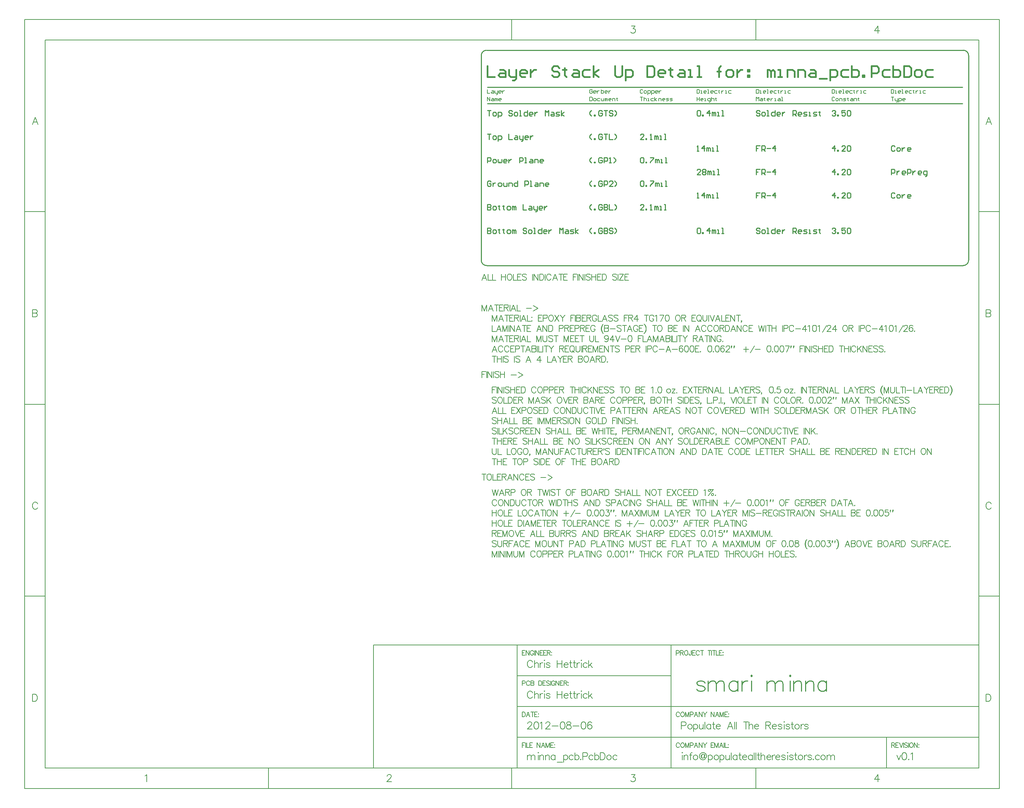
<source format=gm1>
%FSLAX25Y25*%
%MOIN*%
G70*
G01*
G75*
G04 Layer_Color=16711935*
%ADD10R,0.08661X0.09843*%
%ADD11R,0.01969X0.07874*%
%ADD12R,0.06102X0.05118*%
%ADD13C,0.04000*%
G04:AMPARAMS|DCode=14|XSize=60mil|YSize=300mil|CornerRadius=0mil|HoleSize=0mil|Usage=FLASHONLY|Rotation=90.000|XOffset=0mil|YOffset=0mil|HoleType=Round|Shape=Octagon|*
%AMOCTAGOND14*
4,1,8,-0.15000,-0.01500,-0.15000,0.01500,-0.13500,0.03000,0.13500,0.03000,0.15000,0.01500,0.15000,-0.01500,0.13500,-0.03000,-0.13500,-0.03000,-0.15000,-0.01500,0.0*
%
%ADD14OCTAGOND14*%

%ADD15R,0.03150X0.03150*%
%ADD16R,0.03937X0.11811*%
%ADD17C,0.01000*%
%ADD18C,0.02000*%
%ADD19C,0.01200*%
%ADD20C,0.02362*%
%ADD21C,0.02200*%
%ADD22C,0.04000*%
%ADD23C,0.07543*%
%ADD24C,0.04200*%
%ADD25R,0.04000X0.04000*%
%ADD26R,0.01181X0.06693*%
%ADD27R,0.07677X0.01575*%
%ADD28R,0.04134X0.02362*%
%ADD29R,0.06693X0.01378*%
%ADD30R,0.06299X0.01378*%
%ADD31R,0.02165X0.07677*%
%ADD32R,0.07677X0.02165*%
%ADD33R,0.07874X0.02362*%
%ADD34R,0.15748X0.06693*%
%ADD35R,0.15748X0.05906*%
%ADD36R,0.07677X0.05118*%
%ADD37R,0.05118X0.05906*%
%ADD38R,0.04331X0.03937*%
%ADD39R,0.04000X0.04000*%
%ADD40R,0.03937X0.04331*%
%ADD41C,0.01500*%
%ADD42C,0.03000*%
%ADD43C,0.01400*%
%ADD44C,0.00984*%
%ADD45C,0.02362*%
%ADD46C,0.00787*%
%ADD47C,0.08000*%
%ADD48C,0.01575*%
%ADD49C,0.05000*%
%ADD50C,0.00900*%
%ADD51C,0.00500*%
%ADD52C,0.00800*%
%ADD53C,0.00700*%
%ADD54C,0.01800*%
%ADD55C,0.00600*%
D17*
X617856Y-142145D02*
X617141Y-140716D01*
X614999Y-140002D01*
X612856D01*
X610714Y-140716D01*
X610000Y-142145D01*
X610714Y-143573D01*
X612142Y-144287D01*
X615713Y-145001D01*
X617141Y-145715D01*
X617856Y-147143D01*
Y-147858D01*
X617141Y-149286D01*
X614999Y-150000D01*
X612856D01*
X610714Y-149286D01*
X610000Y-147858D01*
X620998Y-140002D02*
Y-150000D01*
Y-142859D02*
X623140Y-140716D01*
X624568Y-140002D01*
X626711D01*
X628139Y-140716D01*
X628853Y-142859D01*
Y-150000D01*
Y-142859D02*
X630996Y-140716D01*
X632424Y-140002D01*
X634566D01*
X635994Y-140716D01*
X636709Y-142859D01*
Y-150000D01*
X649991Y-140002D02*
Y-150000D01*
Y-142145D02*
X648563Y-140716D01*
X647135Y-140002D01*
X644992D01*
X643564Y-140716D01*
X642136Y-142145D01*
X641422Y-144287D01*
Y-145715D01*
X642136Y-147858D01*
X643564Y-149286D01*
X644992Y-150000D01*
X647135D01*
X648563Y-149286D01*
X649991Y-147858D01*
X653991Y-140002D02*
Y-150000D01*
Y-144287D02*
X654705Y-142145D01*
X656133Y-140716D01*
X657561Y-140002D01*
X659704D01*
X662489Y-135003D02*
X663203Y-135717D01*
X663917Y-135003D01*
X663203Y-134289D01*
X662489Y-135003D01*
X663203Y-140002D02*
Y-150000D01*
X678342Y-140002D02*
Y-150000D01*
Y-142859D02*
X680485Y-140716D01*
X681913Y-140002D01*
X684056D01*
X685484Y-140716D01*
X686198Y-142859D01*
Y-150000D01*
Y-142859D02*
X688340Y-140716D01*
X689769Y-140002D01*
X691911D01*
X693339Y-140716D01*
X694053Y-142859D01*
Y-150000D01*
X700195Y-135003D02*
X700909Y-135717D01*
X701623Y-135003D01*
X700909Y-134289D01*
X700195Y-135003D01*
X700909Y-140002D02*
Y-150000D01*
X704265Y-140002D02*
Y-150000D01*
Y-142859D02*
X706408Y-140716D01*
X707836Y-140002D01*
X709978D01*
X711407Y-140716D01*
X712121Y-142859D01*
Y-150000D01*
X716049Y-140002D02*
Y-150000D01*
Y-142859D02*
X718191Y-140716D01*
X719619Y-140002D01*
X721762D01*
X723190Y-140716D01*
X723904Y-142859D01*
Y-150000D01*
X736402Y-140002D02*
Y-150000D01*
Y-142145D02*
X734973Y-140716D01*
X733545Y-140002D01*
X731402D01*
X729974Y-140716D01*
X728546Y-142145D01*
X727832Y-144287D01*
Y-145715D01*
X728546Y-147858D01*
X729974Y-149286D01*
X731402Y-150000D01*
X733545D01*
X734973Y-149286D01*
X736402Y-147858D01*
D50*
X869800Y265000D02*
G03*
X875000Y270200I0J5200D01*
G01*
X400000D02*
G03*
X405200Y265000I5200J0D01*
G01*
Y475000D02*
G03*
X400000Y469800I0J-5200D01*
G01*
X875000D02*
G03*
X869800Y475000I-5200J0D01*
G01*
X405200D02*
X869800D01*
X405200Y265000D02*
X869800D01*
X400000Y270200D02*
Y469800D01*
X875000Y270200D02*
Y469800D01*
X406000Y439020D02*
X869000D01*
X406000Y422950D02*
X869000D01*
X406000Y416240D02*
X409466D01*
X407733D01*
Y411042D01*
X412065D02*
X413798D01*
X414664Y411908D01*
Y413641D01*
X413798Y414507D01*
X412065D01*
X411198Y413641D01*
Y411908D01*
X412065Y411042D01*
X416397Y409309D02*
Y414507D01*
X418996D01*
X419862Y413641D01*
Y411908D01*
X418996Y411042D01*
X416397D01*
X430259Y415374D02*
X429392Y416240D01*
X427660D01*
X426793Y415374D01*
Y414507D01*
X427660Y413641D01*
X429392D01*
X430259Y412774D01*
Y411908D01*
X429392Y411042D01*
X427660D01*
X426793Y411908D01*
X432858Y411042D02*
X434591D01*
X435457Y411908D01*
Y413641D01*
X434591Y414507D01*
X432858D01*
X431992Y413641D01*
Y411908D01*
X432858Y411042D01*
X437190D02*
X438923D01*
X438056D01*
Y416240D01*
X437190D01*
X444987D02*
Y411042D01*
X442388D01*
X441522Y411908D01*
Y413641D01*
X442388Y414507D01*
X444987D01*
X449319Y411042D02*
X447587D01*
X446720Y411908D01*
Y413641D01*
X447587Y414507D01*
X449319D01*
X450186Y413641D01*
Y412774D01*
X446720D01*
X451919Y414507D02*
Y411042D01*
Y412774D01*
X452785Y413641D01*
X453651Y414507D01*
X454518D01*
X462315Y411042D02*
Y416240D01*
X464048Y414507D01*
X465781Y416240D01*
Y411042D01*
X468380Y414507D02*
X470113D01*
X470979Y413641D01*
Y411042D01*
X468380D01*
X467514Y411908D01*
X468380Y412774D01*
X470979D01*
X472712Y411042D02*
X475311D01*
X476177Y411908D01*
X475311Y412774D01*
X473578D01*
X472712Y413641D01*
X473578Y414507D01*
X476177D01*
X477910Y411042D02*
Y416240D01*
Y412774D02*
X480509Y414507D01*
X477910Y412774D02*
X480509Y411042D01*
X507471D02*
X505738Y412774D01*
Y414507D01*
X507471Y416240D01*
X510070Y411042D02*
Y411908D01*
X510936D01*
Y411042D01*
X510070D01*
X517868Y415374D02*
X517001Y416240D01*
X515268D01*
X514402Y415374D01*
Y411908D01*
X515268Y411042D01*
X517001D01*
X517868Y411908D01*
Y413641D01*
X516135D01*
X519600Y416240D02*
X523066D01*
X521333D01*
Y411042D01*
X528264Y415374D02*
X527398Y416240D01*
X525665D01*
X524799Y415374D01*
Y414507D01*
X525665Y413641D01*
X527398D01*
X528264Y412774D01*
Y411908D01*
X527398Y411042D01*
X525665D01*
X524799Y411908D01*
X529997Y411042D02*
X531730Y412774D01*
Y414507D01*
X529997Y416240D01*
X610221Y415374D02*
X611088Y416240D01*
X612821D01*
X613687Y415374D01*
Y411908D01*
X612821Y411042D01*
X611088D01*
X610221Y411908D01*
Y415374D01*
X615420Y411042D02*
Y411908D01*
X616286D01*
Y411042D01*
X615420D01*
X622351D02*
Y416240D01*
X619752Y413641D01*
X623217D01*
X624950Y411042D02*
Y414507D01*
X625816D01*
X626683Y413641D01*
Y411042D01*
Y413641D01*
X627549Y414507D01*
X628416Y413641D01*
Y411042D01*
X630148D02*
X631881D01*
X631015D01*
Y414507D01*
X630148D01*
X634480Y411042D02*
X636213D01*
X635347D01*
Y416240D01*
X634480D01*
X671539Y415374D02*
X670672Y416240D01*
X668939D01*
X668073Y415374D01*
Y414507D01*
X668939Y413641D01*
X670672D01*
X671539Y412774D01*
Y411908D01*
X670672Y411042D01*
X668939D01*
X668073Y411908D01*
X674138Y411042D02*
X675871D01*
X676737Y411908D01*
Y413641D01*
X675871Y414507D01*
X674138D01*
X673271Y413641D01*
Y411908D01*
X674138Y411042D01*
X678470D02*
X680202D01*
X679336D01*
Y416240D01*
X678470D01*
X686267D02*
Y411042D01*
X683668D01*
X682802Y411908D01*
Y413641D01*
X683668Y414507D01*
X686267D01*
X690599Y411042D02*
X688866D01*
X688000Y411908D01*
Y413641D01*
X688866Y414507D01*
X690599D01*
X691466Y413641D01*
Y412774D01*
X688000D01*
X693198Y414507D02*
Y411042D01*
Y412774D01*
X694065Y413641D01*
X694931Y414507D01*
X695797D01*
X703595Y411042D02*
Y416240D01*
X706194D01*
X707060Y415374D01*
Y413641D01*
X706194Y412774D01*
X703595D01*
X705328D02*
X707060Y411042D01*
X711392D02*
X709660D01*
X708793Y411908D01*
Y413641D01*
X709660Y414507D01*
X711392D01*
X712259Y413641D01*
Y412774D01*
X708793D01*
X713992Y411042D02*
X716591D01*
X717457Y411908D01*
X716591Y412774D01*
X714858D01*
X713992Y413641D01*
X714858Y414507D01*
X717457D01*
X719190Y411042D02*
X720923D01*
X720056D01*
Y414507D01*
X719190D01*
X723522Y411042D02*
X726121D01*
X726987Y411908D01*
X726121Y412774D01*
X724388D01*
X723522Y413641D01*
X724388Y414507D01*
X726987D01*
X729587Y415374D02*
Y414507D01*
X728720D01*
X730453D01*
X729587D01*
Y411908D01*
X730453Y411042D01*
X741819Y415374D02*
X742686Y416240D01*
X744419D01*
X745285Y415374D01*
Y414507D01*
X744419Y413641D01*
X743552D01*
X744419D01*
X745285Y412774D01*
Y411908D01*
X744419Y411042D01*
X742686D01*
X741819Y411908D01*
X747018Y411042D02*
Y411908D01*
X747884D01*
Y411042D01*
X747018D01*
X754815Y416240D02*
X751350D01*
Y413641D01*
X753083Y414507D01*
X753949D01*
X754815Y413641D01*
Y411908D01*
X753949Y411042D01*
X752216D01*
X751350Y411908D01*
X756548Y415374D02*
X757414Y416240D01*
X759147D01*
X760014Y415374D01*
Y411908D01*
X759147Y411042D01*
X757414D01*
X756548Y411908D01*
Y415374D01*
X406000Y301657D02*
Y296458D01*
X408599D01*
X409466Y297325D01*
Y298191D01*
X408599Y299058D01*
X406000D01*
X408599D01*
X409466Y299924D01*
Y300790D01*
X408599Y301657D01*
X406000D01*
X412065Y296458D02*
X413798D01*
X414664Y297325D01*
Y299058D01*
X413798Y299924D01*
X412065D01*
X411198Y299058D01*
Y297325D01*
X412065Y296458D01*
X417263Y300790D02*
Y299924D01*
X416397D01*
X418129D01*
X417263D01*
Y297325D01*
X418129Y296458D01*
X421595Y300790D02*
Y299924D01*
X420729D01*
X422461D01*
X421595D01*
Y297325D01*
X422461Y296458D01*
X425927D02*
X427660D01*
X428526Y297325D01*
Y299058D01*
X427660Y299924D01*
X425927D01*
X425061Y299058D01*
Y297325D01*
X425927Y296458D01*
X430259D02*
Y299924D01*
X431125D01*
X431992Y299058D01*
Y296458D01*
Y299058D01*
X432858Y299924D01*
X433724Y299058D01*
Y296458D01*
X444121Y300790D02*
X443255Y301657D01*
X441522D01*
X440656Y300790D01*
Y299924D01*
X441522Y299058D01*
X443255D01*
X444121Y298191D01*
Y297325D01*
X443255Y296458D01*
X441522D01*
X440656Y297325D01*
X446720Y296458D02*
X448453D01*
X449319Y297325D01*
Y299058D01*
X448453Y299924D01*
X446720D01*
X445854Y299058D01*
Y297325D01*
X446720Y296458D01*
X451052D02*
X452785D01*
X451919D01*
Y301657D01*
X451052D01*
X458850D02*
Y296458D01*
X456250D01*
X455384Y297325D01*
Y299058D01*
X456250Y299924D01*
X458850D01*
X463181Y296458D02*
X461449D01*
X460582Y297325D01*
Y299058D01*
X461449Y299924D01*
X463181D01*
X464048Y299058D01*
Y298191D01*
X460582D01*
X465781Y299924D02*
Y296458D01*
Y298191D01*
X466647Y299058D01*
X467513Y299924D01*
X468380D01*
X476177Y296458D02*
Y301657D01*
X477910Y299924D01*
X479643Y301657D01*
Y296458D01*
X482242Y299924D02*
X483975D01*
X484841Y299058D01*
Y296458D01*
X482242D01*
X481376Y297325D01*
X482242Y298191D01*
X484841D01*
X486574Y296458D02*
X489173D01*
X490039Y297325D01*
X489173Y298191D01*
X487440D01*
X486574Y299058D01*
X487440Y299924D01*
X490039D01*
X491772Y296458D02*
Y301657D01*
Y298191D02*
X494371Y299924D01*
X491772Y298191D02*
X494371Y296458D01*
X507471D02*
X505738Y298191D01*
Y299924D01*
X507471Y301657D01*
X510070Y296458D02*
Y297325D01*
X510936D01*
Y296458D01*
X510070D01*
X517868Y300790D02*
X517001Y301657D01*
X515268D01*
X514402Y300790D01*
Y297325D01*
X515268Y296458D01*
X517001D01*
X517868Y297325D01*
Y299058D01*
X516135D01*
X519600Y301657D02*
Y296458D01*
X522199D01*
X523066Y297325D01*
Y298191D01*
X522199Y299058D01*
X519600D01*
X522199D01*
X523066Y299924D01*
Y300790D01*
X522199Y301657D01*
X519600D01*
X528264Y300790D02*
X527398Y301657D01*
X525665D01*
X524799Y300790D01*
Y299924D01*
X525665Y299058D01*
X527398D01*
X528264Y298191D01*
Y297325D01*
X527398Y296458D01*
X525665D01*
X524799Y297325D01*
X529997Y296458D02*
X531730Y298191D01*
Y299924D01*
X529997Y301657D01*
X610221Y300790D02*
X611088Y301657D01*
X612821D01*
X613687Y300790D01*
Y297325D01*
X612821Y296458D01*
X611088D01*
X610221Y297325D01*
Y300790D01*
X615420Y296458D02*
Y297325D01*
X616286D01*
Y296458D01*
X615420D01*
X622351D02*
Y301657D01*
X619752Y299058D01*
X623217D01*
X624950Y296458D02*
Y299924D01*
X625816D01*
X626683Y299058D01*
Y296458D01*
Y299058D01*
X627549Y299924D01*
X628416Y299058D01*
Y296458D01*
X630148D02*
X631881D01*
X631015D01*
Y299924D01*
X630148D01*
X634480Y296458D02*
X636213D01*
X635347D01*
Y301657D01*
X634480D01*
X671539Y300790D02*
X670672Y301657D01*
X668939D01*
X668073Y300790D01*
Y299924D01*
X668939Y299058D01*
X670672D01*
X671539Y298191D01*
Y297325D01*
X670672Y296458D01*
X668939D01*
X668073Y297325D01*
X674138Y296458D02*
X675871D01*
X676737Y297325D01*
Y299058D01*
X675871Y299924D01*
X674138D01*
X673271Y299058D01*
Y297325D01*
X674138Y296458D01*
X678470D02*
X680202D01*
X679336D01*
Y301657D01*
X678470D01*
X686267D02*
Y296458D01*
X683668D01*
X682802Y297325D01*
Y299058D01*
X683668Y299924D01*
X686267D01*
X690599Y296458D02*
X688866D01*
X688000Y297325D01*
Y299058D01*
X688866Y299924D01*
X690599D01*
X691466Y299058D01*
Y298191D01*
X688000D01*
X693198Y299924D02*
Y296458D01*
Y298191D01*
X694065Y299058D01*
X694931Y299924D01*
X695797D01*
X703595Y296458D02*
Y301657D01*
X706194D01*
X707060Y300790D01*
Y299058D01*
X706194Y298191D01*
X703595D01*
X705328D02*
X707060Y296458D01*
X711392D02*
X709660D01*
X708793Y297325D01*
Y299058D01*
X709660Y299924D01*
X711392D01*
X712259Y299058D01*
Y298191D01*
X708793D01*
X713992Y296458D02*
X716591D01*
X717457Y297325D01*
X716591Y298191D01*
X714858D01*
X713992Y299058D01*
X714858Y299924D01*
X717457D01*
X719190Y296458D02*
X720923D01*
X720056D01*
Y299924D01*
X719190D01*
X723522Y296458D02*
X726121D01*
X726987Y297325D01*
X726121Y298191D01*
X724388D01*
X723522Y299058D01*
X724388Y299924D01*
X726987D01*
X729587Y300790D02*
Y299924D01*
X728720D01*
X730453D01*
X729587D01*
Y297325D01*
X730453Y296458D01*
X741819Y300790D02*
X742686Y301657D01*
X744419D01*
X745285Y300790D01*
Y299924D01*
X744419Y299058D01*
X743552D01*
X744419D01*
X745285Y298191D01*
Y297325D01*
X744419Y296458D01*
X742686D01*
X741819Y297325D01*
X747018Y296458D02*
Y297325D01*
X747884D01*
Y296458D01*
X747018D01*
X754815Y301657D02*
X751350D01*
Y299058D01*
X753083Y299924D01*
X753949D01*
X754815Y299058D01*
Y297325D01*
X753949Y296458D01*
X752216D01*
X751350Y297325D01*
X756548Y300790D02*
X757414Y301657D01*
X759147D01*
X760014Y300790D01*
Y297325D01*
X759147Y296458D01*
X757414D01*
X756548Y297325D01*
Y300790D01*
X406000Y393323D02*
X409466D01*
X407733D01*
Y388125D01*
X412065D02*
X413798D01*
X414664Y388991D01*
Y390724D01*
X413798Y391591D01*
X412065D01*
X411198Y390724D01*
Y388991D01*
X412065Y388125D01*
X416397Y386392D02*
Y391591D01*
X418996D01*
X419862Y390724D01*
Y388991D01*
X418996Y388125D01*
X416397D01*
X426793Y393323D02*
Y388125D01*
X430259D01*
X432858Y391591D02*
X434591D01*
X435457Y390724D01*
Y388125D01*
X432858D01*
X431992Y388991D01*
X432858Y389858D01*
X435457D01*
X437190Y391591D02*
Y388991D01*
X438056Y388125D01*
X440656D01*
Y387259D01*
X439789Y386392D01*
X438923D01*
X440656Y388125D02*
Y391591D01*
X444987Y388125D02*
X443255D01*
X442388Y388991D01*
Y390724D01*
X443255Y391591D01*
X444987D01*
X445854Y390724D01*
Y389858D01*
X442388D01*
X447587Y391591D02*
Y388125D01*
Y389858D01*
X448453Y390724D01*
X449319Y391591D01*
X450186D01*
X507471Y388125D02*
X505738Y389858D01*
Y391591D01*
X507471Y393323D01*
X510070Y388125D02*
Y388991D01*
X510936D01*
Y388125D01*
X510070D01*
X517868Y392457D02*
X517001Y393323D01*
X515268D01*
X514402Y392457D01*
Y388991D01*
X515268Y388125D01*
X517001D01*
X517868Y388991D01*
Y390724D01*
X516135D01*
X519600Y393323D02*
X523066D01*
X521333D01*
Y388125D01*
X524799Y393323D02*
Y388125D01*
X528264D01*
X529997D02*
X531730Y389858D01*
Y391591D01*
X529997Y393323D01*
X558425Y388125D02*
X554959D01*
X558425Y391591D01*
Y392457D01*
X557558Y393323D01*
X555826D01*
X554959Y392457D01*
X560157Y388125D02*
Y388991D01*
X561024D01*
Y388125D01*
X560157D01*
X564489D02*
X566222D01*
X565356D01*
Y393323D01*
X564489Y392457D01*
X568821Y388125D02*
Y391591D01*
X569688D01*
X570554Y390724D01*
Y388125D01*
Y390724D01*
X571420Y391591D01*
X572287Y390724D01*
Y388125D01*
X574020D02*
X575752D01*
X574886D01*
Y391591D01*
X574020D01*
X578351Y388125D02*
X580084D01*
X579218D01*
Y393323D01*
X578351D01*
X610221Y376667D02*
X611954D01*
X611088D01*
Y381865D01*
X610221Y380999D01*
X617153Y376667D02*
Y381865D01*
X614553Y379266D01*
X618019D01*
X619752Y376667D02*
Y380132D01*
X620618D01*
X621485Y379266D01*
Y376667D01*
Y379266D01*
X622351Y380132D01*
X623217Y379266D01*
Y376667D01*
X624950D02*
X626683D01*
X625816D01*
Y380132D01*
X624950D01*
X629282Y376667D02*
X631015D01*
X630148D01*
Y381865D01*
X629282D01*
X671539D02*
X668073D01*
Y379266D01*
X669806D01*
X668073D01*
Y376667D01*
X673271D02*
Y381865D01*
X675871D01*
X676737Y380999D01*
Y379266D01*
X675871Y378399D01*
X673271D01*
X675004D02*
X676737Y376667D01*
X678470Y379266D02*
X681935D01*
X686267Y376667D02*
Y381865D01*
X683668Y379266D01*
X687134D01*
X744419Y376667D02*
Y381865D01*
X741819Y379266D01*
X745285D01*
X747018Y376667D02*
Y377533D01*
X747884D01*
Y376667D01*
X747018D01*
X754815D02*
X751350D01*
X754815Y380132D01*
Y380999D01*
X753949Y381865D01*
X752216D01*
X751350Y380999D01*
X756548D02*
X757414Y381865D01*
X759147D01*
X760014Y380999D01*
Y377533D01*
X759147Y376667D01*
X757414D01*
X756548Y377533D01*
Y380999D01*
X803137D02*
X802270Y381865D01*
X800537D01*
X799671Y380999D01*
Y377533D01*
X800537Y376667D01*
X802270D01*
X803137Y377533D01*
X805736Y376667D02*
X807469D01*
X808335Y377533D01*
Y379266D01*
X807469Y380132D01*
X805736D01*
X804869Y379266D01*
Y377533D01*
X805736Y376667D01*
X810068Y380132D02*
Y376667D01*
Y378399D01*
X810934Y379266D01*
X811800Y380132D01*
X812667D01*
X817865Y376667D02*
X816133D01*
X815266Y377533D01*
Y379266D01*
X816133Y380132D01*
X817865D01*
X818732Y379266D01*
Y378399D01*
X815266D01*
X406000Y365208D02*
Y370407D01*
X408599D01*
X409466Y369540D01*
Y367808D01*
X408599Y366941D01*
X406000D01*
X412065Y365208D02*
X413798D01*
X414664Y366075D01*
Y367808D01*
X413798Y368674D01*
X412065D01*
X411198Y367808D01*
Y366075D01*
X412065Y365208D01*
X416397Y368674D02*
Y366075D01*
X417263Y365208D01*
X418129Y366075D01*
X418996Y365208D01*
X419862Y366075D01*
Y368674D01*
X424194Y365208D02*
X422461D01*
X421595Y366075D01*
Y367808D01*
X422461Y368674D01*
X424194D01*
X425061Y367808D01*
Y366941D01*
X421595D01*
X426793Y368674D02*
Y365208D01*
Y366941D01*
X427660Y367808D01*
X428526Y368674D01*
X429392D01*
X437190Y365208D02*
Y370407D01*
X439789D01*
X440656Y369540D01*
Y367808D01*
X439789Y366941D01*
X437190D01*
X442388Y365208D02*
X444121D01*
X443255D01*
Y370407D01*
X442388D01*
X447587Y368674D02*
X449319D01*
X450186Y367808D01*
Y365208D01*
X447587D01*
X446720Y366075D01*
X447587Y366941D01*
X450186D01*
X451919Y365208D02*
Y368674D01*
X454518D01*
X455384Y367808D01*
Y365208D01*
X459716D02*
X457983D01*
X457117Y366075D01*
Y367808D01*
X457983Y368674D01*
X459716D01*
X460582Y367808D01*
Y366941D01*
X457117D01*
X507471Y365208D02*
X505738Y366941D01*
Y368674D01*
X507471Y370407D01*
X510070Y365208D02*
Y366075D01*
X510936D01*
Y365208D01*
X510070D01*
X517868Y369540D02*
X517001Y370407D01*
X515268D01*
X514402Y369540D01*
Y366075D01*
X515268Y365208D01*
X517001D01*
X517868Y366075D01*
Y367808D01*
X516135D01*
X519600Y365208D02*
Y370407D01*
X522199D01*
X523066Y369540D01*
Y367808D01*
X522199Y366941D01*
X519600D01*
X524799Y365208D02*
X526531D01*
X525665D01*
Y370407D01*
X524799Y369540D01*
X529131Y365208D02*
X530863Y366941D01*
Y368674D01*
X529131Y370407D01*
X554959Y369540D02*
X555826Y370407D01*
X557558D01*
X558425Y369540D01*
Y366075D01*
X557558Y365208D01*
X555826D01*
X554959Y366075D01*
Y369540D01*
X560157Y365208D02*
Y366075D01*
X561024D01*
Y365208D01*
X560157D01*
X564489Y370407D02*
X567955D01*
Y369540D01*
X564489Y366075D01*
Y365208D01*
X569688D02*
Y368674D01*
X570554D01*
X571420Y367808D01*
Y365208D01*
Y367808D01*
X572287Y368674D01*
X573153Y367808D01*
Y365208D01*
X574886D02*
X576619D01*
X575752D01*
Y368674D01*
X574886D01*
X579218Y365208D02*
X580951D01*
X580084D01*
Y370407D01*
X579218D01*
X613687Y353750D02*
X610221D01*
X613687Y357216D01*
Y358082D01*
X612821Y358948D01*
X611088D01*
X610221Y358082D01*
X615420D02*
X616286Y358948D01*
X618019D01*
X618885Y358082D01*
Y357216D01*
X618019Y356349D01*
X618885Y355483D01*
Y354616D01*
X618019Y353750D01*
X616286D01*
X615420Y354616D01*
Y355483D01*
X616286Y356349D01*
X615420Y357216D01*
Y358082D01*
X616286Y356349D02*
X618019D01*
X620618Y353750D02*
Y357216D01*
X621485D01*
X622351Y356349D01*
Y353750D01*
Y356349D01*
X623217Y357216D01*
X624084Y356349D01*
Y353750D01*
X625816D02*
X627549D01*
X626683D01*
Y357216D01*
X625816D01*
X630148Y353750D02*
X631881D01*
X631015D01*
Y358948D01*
X630148D01*
X671539D02*
X668073D01*
Y356349D01*
X669806D01*
X668073D01*
Y353750D01*
X673271D02*
Y358948D01*
X675871D01*
X676737Y358082D01*
Y356349D01*
X675871Y355483D01*
X673271D01*
X675004D02*
X676737Y353750D01*
X678470Y356349D02*
X681935D01*
X686267Y353750D02*
Y358948D01*
X683668Y356349D01*
X687134D01*
X744419Y353750D02*
Y358948D01*
X741819Y356349D01*
X745285D01*
X747018Y353750D02*
Y354616D01*
X747884D01*
Y353750D01*
X747018D01*
X754815D02*
X751350D01*
X754815Y357216D01*
Y358082D01*
X753949Y358948D01*
X752216D01*
X751350Y358082D01*
X756548D02*
X757414Y358948D01*
X759147D01*
X760014Y358082D01*
Y354616D01*
X759147Y353750D01*
X757414D01*
X756548Y354616D01*
Y358082D01*
X799671Y353750D02*
Y358948D01*
X802270D01*
X803137Y358082D01*
Y356349D01*
X802270Y355483D01*
X799671D01*
X804869Y357216D02*
Y353750D01*
Y355483D01*
X805736Y356349D01*
X806602Y357216D01*
X807469D01*
X812667Y353750D02*
X810934D01*
X810068Y354616D01*
Y356349D01*
X810934Y357216D01*
X812667D01*
X813533Y356349D01*
Y355483D01*
X810068D01*
X815266Y353750D02*
Y358948D01*
X817865D01*
X818732Y358082D01*
Y356349D01*
X817865Y355483D01*
X815266D01*
X820464Y357216D02*
Y353750D01*
Y355483D01*
X821331Y356349D01*
X822197Y357216D01*
X823064D01*
X828262Y353750D02*
X826529D01*
X825663Y354616D01*
Y356349D01*
X826529Y357216D01*
X828262D01*
X829128Y356349D01*
Y355483D01*
X825663D01*
X832594Y352017D02*
X833460D01*
X834327Y352884D01*
Y357216D01*
X831727D01*
X830861Y356349D01*
Y354616D01*
X831727Y353750D01*
X834327D01*
X409466Y346624D02*
X408599Y347490D01*
X406866D01*
X406000Y346624D01*
Y343158D01*
X406866Y342292D01*
X408599D01*
X409466Y343158D01*
Y344891D01*
X407733D01*
X411198Y345757D02*
Y342292D01*
Y344024D01*
X412065Y344891D01*
X412931Y345757D01*
X413798D01*
X417263Y342292D02*
X418996D01*
X419862Y343158D01*
Y344891D01*
X418996Y345757D01*
X417263D01*
X416397Y344891D01*
Y343158D01*
X417263Y342292D01*
X421595Y345757D02*
Y343158D01*
X422461Y342292D01*
X425061D01*
Y345757D01*
X426793Y342292D02*
Y345757D01*
X429392D01*
X430259Y344891D01*
Y342292D01*
X435457Y347490D02*
Y342292D01*
X432858D01*
X431992Y343158D01*
Y344891D01*
X432858Y345757D01*
X435457D01*
X442388Y342292D02*
Y347490D01*
X444987D01*
X445854Y346624D01*
Y344891D01*
X444987Y344024D01*
X442388D01*
X447587Y342292D02*
X449319D01*
X448453D01*
Y347490D01*
X447587D01*
X452785Y345757D02*
X454518D01*
X455384Y344891D01*
Y342292D01*
X452785D01*
X451919Y343158D01*
X452785Y344024D01*
X455384D01*
X457117Y342292D02*
Y345757D01*
X459716D01*
X460582Y344891D01*
Y342292D01*
X464914D02*
X463181D01*
X462315Y343158D01*
Y344891D01*
X463181Y345757D01*
X464914D01*
X465781Y344891D01*
Y344024D01*
X462315D01*
X507471Y342292D02*
X505738Y344024D01*
Y345757D01*
X507471Y347490D01*
X510070Y342292D02*
Y343158D01*
X510936D01*
Y342292D01*
X510070D01*
X517868Y346624D02*
X517001Y347490D01*
X515268D01*
X514402Y346624D01*
Y343158D01*
X515268Y342292D01*
X517001D01*
X517868Y343158D01*
Y344891D01*
X516135D01*
X519600Y342292D02*
Y347490D01*
X522199D01*
X523066Y346624D01*
Y344891D01*
X522199Y344024D01*
X519600D01*
X528264Y342292D02*
X524799D01*
X528264Y345757D01*
Y346624D01*
X527398Y347490D01*
X525665D01*
X524799Y346624D01*
X529997Y342292D02*
X531730Y344024D01*
Y345757D01*
X529997Y347490D01*
X554959Y346624D02*
X555826Y347490D01*
X557558D01*
X558425Y346624D01*
Y343158D01*
X557558Y342292D01*
X555826D01*
X554959Y343158D01*
Y346624D01*
X560157Y342292D02*
Y343158D01*
X561024D01*
Y342292D01*
X560157D01*
X564489Y347490D02*
X567955D01*
Y346624D01*
X564489Y343158D01*
Y342292D01*
X569688D02*
Y345757D01*
X570554D01*
X571420Y344891D01*
Y342292D01*
Y344891D01*
X572287Y345757D01*
X573153Y344891D01*
Y342292D01*
X574886D02*
X576619D01*
X575752D01*
Y345757D01*
X574886D01*
X579218Y342292D02*
X580951D01*
X580084D01*
Y347490D01*
X579218D01*
X610221Y330833D02*
X611954D01*
X611088D01*
Y336032D01*
X610221Y335165D01*
X617153Y330833D02*
Y336032D01*
X614553Y333433D01*
X618019D01*
X619752Y330833D02*
Y334299D01*
X620618D01*
X621485Y333433D01*
Y330833D01*
Y333433D01*
X622351Y334299D01*
X623217Y333433D01*
Y330833D01*
X624950D02*
X626683D01*
X625816D01*
Y334299D01*
X624950D01*
X629282Y330833D02*
X631015D01*
X630148D01*
Y336032D01*
X629282D01*
X671539D02*
X668073D01*
Y333433D01*
X669806D01*
X668073D01*
Y330833D01*
X673271D02*
Y336032D01*
X675871D01*
X676737Y335165D01*
Y333433D01*
X675871Y332566D01*
X673271D01*
X675004D02*
X676737Y330833D01*
X678470Y333433D02*
X681935D01*
X686267Y330833D02*
Y336032D01*
X683668Y333433D01*
X687134D01*
X744419Y330833D02*
Y336032D01*
X741819Y333433D01*
X745285D01*
X747018Y330833D02*
Y331700D01*
X747884D01*
Y330833D01*
X747018D01*
X754815D02*
X751350D01*
X754815Y334299D01*
Y335165D01*
X753949Y336032D01*
X752216D01*
X751350Y335165D01*
X756548D02*
X757414Y336032D01*
X759147D01*
X760014Y335165D01*
Y331700D01*
X759147Y330833D01*
X757414D01*
X756548Y331700D01*
Y335165D01*
X803137D02*
X802270Y336032D01*
X800537D01*
X799671Y335165D01*
Y331700D01*
X800537Y330833D01*
X802270D01*
X803137Y331700D01*
X805736Y330833D02*
X807469D01*
X808335Y331700D01*
Y333433D01*
X807469Y334299D01*
X805736D01*
X804869Y333433D01*
Y331700D01*
X805736Y330833D01*
X810068Y334299D02*
Y330833D01*
Y332566D01*
X810934Y333433D01*
X811800Y334299D01*
X812667D01*
X817865Y330833D02*
X816133D01*
X815266Y331700D01*
Y333433D01*
X816133Y334299D01*
X817865D01*
X818732Y333433D01*
Y332566D01*
X815266D01*
X406000Y324573D02*
Y319375D01*
X408599D01*
X409466Y320241D01*
Y321108D01*
X408599Y321974D01*
X406000D01*
X408599D01*
X409466Y322841D01*
Y323707D01*
X408599Y324573D01*
X406000D01*
X412065Y319375D02*
X413798D01*
X414664Y320241D01*
Y321974D01*
X413798Y322841D01*
X412065D01*
X411198Y321974D01*
Y320241D01*
X412065Y319375D01*
X417263Y323707D02*
Y322841D01*
X416397D01*
X418129D01*
X417263D01*
Y320241D01*
X418129Y319375D01*
X421595Y323707D02*
Y322841D01*
X420729D01*
X422461D01*
X421595D01*
Y320241D01*
X422461Y319375D01*
X425927D02*
X427660D01*
X428526Y320241D01*
Y321974D01*
X427660Y322841D01*
X425927D01*
X425061Y321974D01*
Y320241D01*
X425927Y319375D01*
X430259D02*
Y322841D01*
X431125D01*
X431992Y321974D01*
Y319375D01*
Y321974D01*
X432858Y322841D01*
X433724Y321974D01*
Y319375D01*
X440656Y324573D02*
Y319375D01*
X444121D01*
X446720Y322841D02*
X448453D01*
X449319Y321974D01*
Y319375D01*
X446720D01*
X445854Y320241D01*
X446720Y321108D01*
X449319D01*
X451052Y322841D02*
Y320241D01*
X451919Y319375D01*
X454518D01*
Y318509D01*
X453651Y317642D01*
X452785D01*
X454518Y319375D02*
Y322841D01*
X458850Y319375D02*
X457117D01*
X456250Y320241D01*
Y321974D01*
X457117Y322841D01*
X458850D01*
X459716Y321974D01*
Y321108D01*
X456250D01*
X461449Y322841D02*
Y319375D01*
Y321108D01*
X462315Y321974D01*
X463181Y322841D01*
X464048D01*
X507471Y319375D02*
X505738Y321108D01*
Y322841D01*
X507471Y324573D01*
X510070Y319375D02*
Y320241D01*
X510936D01*
Y319375D01*
X510070D01*
X517868Y323707D02*
X517001Y324573D01*
X515268D01*
X514402Y323707D01*
Y320241D01*
X515268Y319375D01*
X517001D01*
X517868Y320241D01*
Y321974D01*
X516135D01*
X519600Y324573D02*
Y319375D01*
X522199D01*
X523066Y320241D01*
Y321108D01*
X522199Y321974D01*
X519600D01*
X522199D01*
X523066Y322841D01*
Y323707D01*
X522199Y324573D01*
X519600D01*
X524799D02*
Y319375D01*
X528264D01*
X529997D02*
X531730Y321108D01*
Y322841D01*
X529997Y324573D01*
X558425Y319375D02*
X554959D01*
X558425Y322841D01*
Y323707D01*
X557558Y324573D01*
X555826D01*
X554959Y323707D01*
X560157Y319375D02*
Y320241D01*
X561024D01*
Y319375D01*
X560157D01*
X564489D02*
X566222D01*
X565356D01*
Y324573D01*
X564489Y323707D01*
X568821Y319375D02*
Y322841D01*
X569688D01*
X570554Y321974D01*
Y319375D01*
Y321974D01*
X571420Y322841D01*
X572287Y321974D01*
Y319375D01*
X574020D02*
X575752D01*
X574886D01*
Y322841D01*
X574020D01*
X578351Y319375D02*
X580084D01*
X579218D01*
Y324573D01*
X578351D01*
D51*
X905000Y-245000D02*
Y505000D01*
X885000Y-225000D02*
Y485000D01*
Y317800D02*
X905000D01*
X885000Y129800D02*
X905000D01*
X885000Y-57400D02*
X905000D01*
X-25000Y485000D02*
X885000D01*
X-45000Y505000D02*
X905000D01*
X429800Y485000D02*
Y505000D01*
X667500Y485000D02*
Y505000D01*
X-45000Y-245000D02*
X905000D01*
X-25000Y-225000D02*
Y485000D01*
Y-225000D02*
X885000D01*
X-45000Y-245000D02*
Y505000D01*
Y317800D02*
X-25000D01*
X-45000Y129800D02*
X-25000D01*
X-45000Y-57400D02*
X-25000D01*
X192600Y-245000D02*
Y-225000D01*
X429800Y-245000D02*
Y-225000D01*
X667500Y-245000D02*
Y-225000D01*
X585000D02*
Y-165000D01*
X435000Y-225000D02*
Y-105000D01*
X585000D02*
X885000D01*
X585000Y-165000D02*
Y-105000D01*
X435000D02*
X585000D01*
X435000Y-165000D02*
X885000D01*
X435000Y-195000D02*
X885000D01*
X435000Y-225000D02*
X885000D01*
X435000Y-135000D02*
X585000D01*
X295000Y-105000D02*
X435000D01*
X295000Y-225000D02*
Y-105000D01*
Y-225000D02*
X435000D01*
X885000D02*
Y-105000D01*
X795000Y-225000D02*
Y-195000D01*
X800000Y-200501D02*
Y-205000D01*
Y-200501D02*
X801928D01*
X802571Y-200715D01*
X802785Y-200929D01*
X802999Y-201358D01*
Y-201786D01*
X802785Y-202215D01*
X802571Y-202429D01*
X801928Y-202643D01*
X800000D01*
X801500D02*
X802999Y-205000D01*
X806791Y-200501D02*
X804006D01*
Y-205000D01*
X806791D01*
X804006Y-202643D02*
X805720D01*
X807541Y-200501D02*
X809255Y-205000D01*
X810969Y-200501D02*
X809255Y-205000D01*
X811547Y-200501D02*
Y-205000D01*
X815489Y-201144D02*
X815061Y-200715D01*
X814418Y-200501D01*
X813561D01*
X812919Y-200715D01*
X812490Y-201144D01*
Y-201572D01*
X812704Y-202001D01*
X812919Y-202215D01*
X813347Y-202429D01*
X814633Y-202858D01*
X815061Y-203072D01*
X815275Y-203286D01*
X815489Y-203715D01*
Y-204357D01*
X815061Y-204786D01*
X814418Y-205000D01*
X813561D01*
X812919Y-204786D01*
X812490Y-204357D01*
X816496Y-200501D02*
Y-205000D01*
X818725Y-200501D02*
X818296Y-200715D01*
X817868Y-201144D01*
X817653Y-201572D01*
X817439Y-202215D01*
Y-203286D01*
X817653Y-203929D01*
X817868Y-204357D01*
X818296Y-204786D01*
X818725Y-205000D01*
X819582D01*
X820010Y-204786D01*
X820438Y-204357D01*
X820653Y-203929D01*
X820867Y-203286D01*
Y-202215D01*
X820653Y-201572D01*
X820438Y-201144D01*
X820010Y-200715D01*
X819582Y-200501D01*
X818725D01*
X821917D02*
Y-205000D01*
Y-200501D02*
X824916Y-205000D01*
Y-200501D02*
Y-205000D01*
X826373Y-202001D02*
X826159Y-202215D01*
X826373Y-202429D01*
X826587Y-202215D01*
X826373Y-202001D01*
Y-204572D02*
X826159Y-204786D01*
X826373Y-205000D01*
X826587Y-204786D01*
X826373Y-204572D01*
X440000Y-200501D02*
Y-205000D01*
Y-200501D02*
X442785D01*
X440000Y-202643D02*
X441714D01*
X443299Y-200501D02*
Y-205000D01*
X444242Y-200501D02*
Y-205000D01*
X446813D01*
X450091Y-200501D02*
X447306D01*
Y-205000D01*
X450091D01*
X447306Y-202643D02*
X449019D01*
X454376Y-200501D02*
Y-205000D01*
Y-200501D02*
X457375Y-205000D01*
Y-200501D02*
Y-205000D01*
X462045D02*
X460331Y-200501D01*
X458617Y-205000D01*
X459260Y-203500D02*
X461403D01*
X463095Y-200501D02*
Y-205000D01*
Y-200501D02*
X464809Y-205000D01*
X466523Y-200501D02*
X464809Y-205000D01*
X466523Y-200501D02*
Y-205000D01*
X470594Y-200501D02*
X467808D01*
Y-205000D01*
X470594D01*
X467808Y-202643D02*
X469522D01*
X471558Y-202001D02*
X471343Y-202215D01*
X471558Y-202429D01*
X471772Y-202215D01*
X471558Y-202001D01*
Y-204572D02*
X471343Y-204786D01*
X471558Y-205000D01*
X471772Y-204786D01*
X471558Y-204572D01*
X440000Y-142358D02*
X441928D01*
X442571Y-142143D01*
X442785Y-141929D01*
X442999Y-141501D01*
Y-140858D01*
X442785Y-140429D01*
X442571Y-140215D01*
X441928Y-140001D01*
X440000D01*
Y-144500D01*
X447220Y-141072D02*
X447006Y-140644D01*
X446577Y-140215D01*
X446149Y-140001D01*
X445292D01*
X444863Y-140215D01*
X444435Y-140644D01*
X444220Y-141072D01*
X444006Y-141715D01*
Y-142786D01*
X444220Y-143429D01*
X444435Y-143857D01*
X444863Y-144286D01*
X445292Y-144500D01*
X446149D01*
X446577Y-144286D01*
X447006Y-143857D01*
X447220Y-143429D01*
X448484Y-140001D02*
Y-144500D01*
Y-140001D02*
X450412D01*
X451055Y-140215D01*
X451269Y-140429D01*
X451483Y-140858D01*
Y-141286D01*
X451269Y-141715D01*
X451055Y-141929D01*
X450412Y-142143D01*
X448484D02*
X450412D01*
X451055Y-142358D01*
X451269Y-142572D01*
X451483Y-143000D01*
Y-143643D01*
X451269Y-144071D01*
X451055Y-144286D01*
X450412Y-144500D01*
X448484D01*
X456025Y-140001D02*
Y-144500D01*
Y-140001D02*
X457525D01*
X458168Y-140215D01*
X458596Y-140644D01*
X458810Y-141072D01*
X459024Y-141715D01*
Y-142786D01*
X458810Y-143429D01*
X458596Y-143857D01*
X458168Y-144286D01*
X457525Y-144500D01*
X456025D01*
X462816Y-140001D02*
X460031D01*
Y-144500D01*
X462816D01*
X460031Y-142143D02*
X461745D01*
X466566Y-140644D02*
X466137Y-140215D01*
X465494Y-140001D01*
X464638D01*
X463995Y-140215D01*
X463566Y-140644D01*
Y-141072D01*
X463781Y-141501D01*
X463995Y-141715D01*
X464423Y-141929D01*
X465709Y-142358D01*
X466137Y-142572D01*
X466352Y-142786D01*
X466566Y-143215D01*
Y-143857D01*
X466137Y-144286D01*
X465494Y-144500D01*
X464638D01*
X463995Y-144286D01*
X463566Y-143857D01*
X467573Y-140001D02*
Y-144500D01*
X471729Y-141072D02*
X471515Y-140644D01*
X471086Y-140215D01*
X470658Y-140001D01*
X469801D01*
X469372Y-140215D01*
X468944Y-140644D01*
X468730Y-141072D01*
X468515Y-141715D01*
Y-142786D01*
X468730Y-143429D01*
X468944Y-143857D01*
X469372Y-144286D01*
X469801Y-144500D01*
X470658D01*
X471086Y-144286D01*
X471515Y-143857D01*
X471729Y-143429D01*
Y-142786D01*
X470658D02*
X471729D01*
X472757Y-140001D02*
Y-144500D01*
Y-140001D02*
X475757Y-144500D01*
Y-140001D02*
Y-144500D01*
X479784Y-140001D02*
X476999D01*
Y-144500D01*
X479784D01*
X476999Y-142143D02*
X478713D01*
X480534Y-140001D02*
Y-144500D01*
Y-140001D02*
X482462D01*
X483105Y-140215D01*
X483319Y-140429D01*
X483533Y-140858D01*
Y-141286D01*
X483319Y-141715D01*
X483105Y-141929D01*
X482462Y-142143D01*
X480534D01*
X482034D02*
X483533Y-144500D01*
X484755Y-141501D02*
X484540Y-141715D01*
X484755Y-141929D01*
X484969Y-141715D01*
X484755Y-141501D01*
Y-144071D02*
X484540Y-144286D01*
X484755Y-144500D01*
X484969Y-144286D01*
X484755Y-144071D01*
X590000Y-112858D02*
X591928D01*
X592571Y-112643D01*
X592785Y-112429D01*
X592999Y-112001D01*
Y-111358D01*
X592785Y-110929D01*
X592571Y-110715D01*
X591928Y-110501D01*
X590000D01*
Y-115000D01*
X594006Y-110501D02*
Y-115000D01*
Y-110501D02*
X595934D01*
X596577Y-110715D01*
X596791Y-110929D01*
X597006Y-111358D01*
Y-111786D01*
X596791Y-112215D01*
X596577Y-112429D01*
X595934Y-112643D01*
X594006D01*
X595506D02*
X597006Y-115000D01*
X599298Y-110501D02*
X598870Y-110715D01*
X598441Y-111144D01*
X598227Y-111572D01*
X598013Y-112215D01*
Y-113286D01*
X598227Y-113929D01*
X598441Y-114357D01*
X598870Y-114786D01*
X599298Y-115000D01*
X600155D01*
X600583Y-114786D01*
X601012Y-114357D01*
X601226Y-113929D01*
X601440Y-113286D01*
Y-112215D01*
X601226Y-111572D01*
X601012Y-111144D01*
X600583Y-110715D01*
X600155Y-110501D01*
X599298D01*
X604633D02*
Y-113929D01*
X604418Y-114571D01*
X604204Y-114786D01*
X603776Y-115000D01*
X603347D01*
X602919Y-114786D01*
X602704Y-114571D01*
X602490Y-113929D01*
Y-113500D01*
X608575Y-110501D02*
X605790D01*
Y-115000D01*
X608575D01*
X605790Y-112643D02*
X607503D01*
X612538Y-111572D02*
X612324Y-111144D01*
X611895Y-110715D01*
X611467Y-110501D01*
X610610D01*
X610181Y-110715D01*
X609753Y-111144D01*
X609539Y-111572D01*
X609324Y-112215D01*
Y-113286D01*
X609539Y-113929D01*
X609753Y-114357D01*
X610181Y-114786D01*
X610610Y-115000D01*
X611467D01*
X611895Y-114786D01*
X612324Y-114357D01*
X612538Y-113929D01*
X615302Y-110501D02*
Y-115000D01*
X613802Y-110501D02*
X616801D01*
X622372D02*
Y-115000D01*
X620872Y-110501D02*
X623871D01*
X624407D02*
Y-115000D01*
X626849Y-110501D02*
Y-115000D01*
X625350Y-110501D02*
X628349D01*
X628885D02*
Y-115000D01*
X631455D01*
X634733Y-110501D02*
X631948D01*
Y-115000D01*
X634733D01*
X631948Y-112643D02*
X633662D01*
X635697Y-112001D02*
X635483Y-112215D01*
X635697Y-112429D01*
X635912Y-112215D01*
X635697Y-112001D01*
Y-114571D02*
X635483Y-114786D01*
X635697Y-115000D01*
X635912Y-114786D01*
X635697Y-114571D01*
X593214Y-171572D02*
X592999Y-171144D01*
X592571Y-170715D01*
X592142Y-170501D01*
X591285D01*
X590857Y-170715D01*
X590428Y-171144D01*
X590214Y-171572D01*
X590000Y-172215D01*
Y-173286D01*
X590214Y-173929D01*
X590428Y-174357D01*
X590857Y-174786D01*
X591285Y-175000D01*
X592142D01*
X592571Y-174786D01*
X592999Y-174357D01*
X593214Y-173929D01*
X595763Y-170501D02*
X595335Y-170715D01*
X594906Y-171144D01*
X594692Y-171572D01*
X594478Y-172215D01*
Y-173286D01*
X594692Y-173929D01*
X594906Y-174357D01*
X595335Y-174786D01*
X595763Y-175000D01*
X596620D01*
X597049Y-174786D01*
X597477Y-174357D01*
X597691Y-173929D01*
X597905Y-173286D01*
Y-172215D01*
X597691Y-171572D01*
X597477Y-171144D01*
X597049Y-170715D01*
X596620Y-170501D01*
X595763D01*
X598955D02*
Y-175000D01*
Y-170501D02*
X600669Y-175000D01*
X602383Y-170501D02*
X600669Y-175000D01*
X602383Y-170501D02*
Y-175000D01*
X603668Y-172858D02*
X605597D01*
X606239Y-172643D01*
X606454Y-172429D01*
X606668Y-172001D01*
Y-171358D01*
X606454Y-170929D01*
X606239Y-170715D01*
X605597Y-170501D01*
X603668D01*
Y-175000D01*
X611103D02*
X609389Y-170501D01*
X607675Y-175000D01*
X608318Y-173500D02*
X610460D01*
X612152Y-170501D02*
Y-175000D01*
Y-170501D02*
X615152Y-175000D01*
Y-170501D02*
Y-175000D01*
X616394Y-170501D02*
X618108Y-172643D01*
Y-175000D01*
X619822Y-170501D02*
X618108Y-172643D01*
X623936Y-170501D02*
Y-175000D01*
Y-170501D02*
X626935Y-175000D01*
Y-170501D02*
Y-175000D01*
X631605D02*
X629891Y-170501D01*
X628177Y-175000D01*
X628820Y-173500D02*
X630963D01*
X632655Y-170501D02*
Y-175000D01*
Y-170501D02*
X634369Y-175000D01*
X636083Y-170501D02*
X634369Y-175000D01*
X636083Y-170501D02*
Y-175000D01*
X640154Y-170501D02*
X637368D01*
Y-175000D01*
X640154D01*
X637368Y-172643D02*
X639082D01*
X641118Y-172001D02*
X640903Y-172215D01*
X641118Y-172429D01*
X641332Y-172215D01*
X641118Y-172001D01*
Y-174572D02*
X640903Y-174786D01*
X641118Y-175000D01*
X641332Y-174786D01*
X641118Y-174572D01*
X442785Y-110501D02*
X440000D01*
Y-115000D01*
X442785D01*
X440000Y-112643D02*
X441714D01*
X443535Y-110501D02*
Y-115000D01*
Y-110501D02*
X446534Y-115000D01*
Y-110501D02*
Y-115000D01*
X450990Y-111572D02*
X450776Y-111144D01*
X450348Y-110715D01*
X449919Y-110501D01*
X449062D01*
X448634Y-110715D01*
X448205Y-111144D01*
X447991Y-111572D01*
X447777Y-112215D01*
Y-113286D01*
X447991Y-113929D01*
X448205Y-114357D01*
X448634Y-114786D01*
X449062Y-115000D01*
X449919D01*
X450348Y-114786D01*
X450776Y-114357D01*
X450990Y-113929D01*
Y-113286D01*
X449919D02*
X450990D01*
X452019Y-110501D02*
Y-115000D01*
X452961Y-110501D02*
Y-115000D01*
Y-110501D02*
X455961Y-115000D01*
Y-110501D02*
Y-115000D01*
X459989Y-110501D02*
X457203D01*
Y-115000D01*
X459989D01*
X457203Y-112643D02*
X458917D01*
X463523Y-110501D02*
X460738D01*
Y-115000D01*
X463523D01*
X460738Y-112643D02*
X462452D01*
X464273Y-110501D02*
Y-115000D01*
Y-110501D02*
X466202D01*
X466844Y-110715D01*
X467059Y-110929D01*
X467273Y-111358D01*
Y-111786D01*
X467059Y-112215D01*
X466844Y-112429D01*
X466202Y-112643D01*
X464273D01*
X465773D02*
X467273Y-115000D01*
X468494Y-112001D02*
X468280Y-112215D01*
X468494Y-112429D01*
X468708Y-112215D01*
X468494Y-112001D01*
Y-114571D02*
X468280Y-114786D01*
X468494Y-115000D01*
X468708Y-114786D01*
X468494Y-114571D01*
X593214Y-201572D02*
X592999Y-201144D01*
X592571Y-200715D01*
X592142Y-200501D01*
X591285D01*
X590857Y-200715D01*
X590428Y-201144D01*
X590214Y-201572D01*
X590000Y-202215D01*
Y-203286D01*
X590214Y-203929D01*
X590428Y-204357D01*
X590857Y-204786D01*
X591285Y-205000D01*
X592142D01*
X592571Y-204786D01*
X592999Y-204357D01*
X593214Y-203929D01*
X595763Y-200501D02*
X595335Y-200715D01*
X594906Y-201144D01*
X594692Y-201572D01*
X594478Y-202215D01*
Y-203286D01*
X594692Y-203929D01*
X594906Y-204357D01*
X595335Y-204786D01*
X595763Y-205000D01*
X596620D01*
X597049Y-204786D01*
X597477Y-204357D01*
X597691Y-203929D01*
X597905Y-203286D01*
Y-202215D01*
X597691Y-201572D01*
X597477Y-201144D01*
X597049Y-200715D01*
X596620Y-200501D01*
X595763D01*
X598955D02*
Y-205000D01*
Y-200501D02*
X600669Y-205000D01*
X602383Y-200501D02*
X600669Y-205000D01*
X602383Y-200501D02*
Y-205000D01*
X603668Y-202858D02*
X605597D01*
X606239Y-202643D01*
X606454Y-202429D01*
X606668Y-202001D01*
Y-201358D01*
X606454Y-200929D01*
X606239Y-200715D01*
X605597Y-200501D01*
X603668D01*
Y-205000D01*
X611103D02*
X609389Y-200501D01*
X607675Y-205000D01*
X608318Y-203500D02*
X610460D01*
X612152Y-200501D02*
Y-205000D01*
Y-200501D02*
X615152Y-205000D01*
Y-200501D02*
Y-205000D01*
X616394Y-200501D02*
X618108Y-202643D01*
Y-205000D01*
X619822Y-200501D02*
X618108Y-202643D01*
X626721Y-200501D02*
X623936D01*
Y-205000D01*
X626721D01*
X623936Y-202643D02*
X625649D01*
X627470Y-200501D02*
Y-205000D01*
Y-200501D02*
X629184Y-205000D01*
X630898Y-200501D02*
X629184Y-205000D01*
X630898Y-200501D02*
Y-205000D01*
X635612D02*
X633898Y-200501D01*
X632184Y-205000D01*
X632827Y-203500D02*
X634969D01*
X636661Y-200501D02*
Y-205000D01*
X637604Y-200501D02*
Y-205000D01*
X640175D01*
X640882Y-202001D02*
X640668Y-202215D01*
X640882Y-202429D01*
X641096Y-202215D01*
X640882Y-202001D01*
Y-204572D02*
X640668Y-204786D01*
X640882Y-205000D01*
X641096Y-204786D01*
X640882Y-204572D01*
X440000Y-170501D02*
Y-175000D01*
Y-170501D02*
X441500D01*
X442142Y-170715D01*
X442571Y-171144D01*
X442785Y-171572D01*
X442999Y-172215D01*
Y-173286D01*
X442785Y-173929D01*
X442571Y-174357D01*
X442142Y-174786D01*
X441500Y-175000D01*
X440000D01*
X447434D02*
X445720Y-170501D01*
X444006Y-175000D01*
X444649Y-173500D02*
X446791D01*
X449984Y-170501D02*
Y-175000D01*
X448484Y-170501D02*
X451483D01*
X454804D02*
X452019D01*
Y-175000D01*
X454804D01*
X452019Y-172643D02*
X453733D01*
X455768Y-172001D02*
X455554Y-172215D01*
X455768Y-172429D01*
X455982Y-172215D01*
X455768Y-172001D01*
Y-174572D02*
X455554Y-174786D01*
X455768Y-175000D01*
X455982Y-174786D01*
X455768Y-174572D01*
D52*
X410800Y196799D02*
Y190800D01*
Y196799D02*
X413085Y190800D01*
X415370Y196799D02*
X413085Y190800D01*
X415370Y196799D02*
Y190800D01*
X421655D02*
X419370Y196799D01*
X417084Y190800D01*
X417941Y192800D02*
X420798D01*
X425054Y196799D02*
Y190800D01*
X423055Y196799D02*
X427054D01*
X431481D02*
X427768D01*
Y190800D01*
X431481D01*
X427768Y193942D02*
X430053D01*
X432481Y196799D02*
Y190800D01*
Y196799D02*
X435052D01*
X435909Y196513D01*
X436195Y196227D01*
X436480Y195656D01*
Y195085D01*
X436195Y194513D01*
X435909Y194228D01*
X435052Y193942D01*
X432481D01*
X434481D02*
X436480Y190800D01*
X437823Y196799D02*
Y190800D01*
X443650D02*
X441365Y196799D01*
X439080Y190800D01*
X439937Y192800D02*
X442793D01*
X445050Y196799D02*
Y190800D01*
X448478D01*
X453848Y196799D02*
Y190800D01*
Y196799D02*
X456133Y190800D01*
X458418Y196799D02*
X456133Y190800D01*
X458418Y196799D02*
Y190800D01*
X460132Y196799D02*
Y192514D01*
X460418Y191657D01*
X460989Y191086D01*
X461846Y190800D01*
X462418D01*
X463274Y191086D01*
X463846Y191657D01*
X464131Y192514D01*
Y196799D01*
X469787Y195942D02*
X469216Y196513D01*
X468359Y196799D01*
X467216D01*
X466360Y196513D01*
X465788Y195942D01*
Y195370D01*
X466074Y194799D01*
X466360Y194513D01*
X466931Y194228D01*
X468645Y193657D01*
X469216Y193371D01*
X469502Y193085D01*
X469787Y192514D01*
Y191657D01*
X469216Y191086D01*
X468359Y190800D01*
X467216D01*
X466360Y191086D01*
X465788Y191657D01*
X473130Y196799D02*
Y190800D01*
X471130Y196799D02*
X475129D01*
X480556D02*
Y190800D01*
Y196799D02*
X482842Y190800D01*
X485127Y196799D02*
X482842Y190800D01*
X485127Y196799D02*
Y190800D01*
X490554Y196799D02*
X486841D01*
Y190800D01*
X490554D01*
X486841Y193942D02*
X489126D01*
X495268Y196799D02*
X491554D01*
Y190800D01*
X495268D01*
X491554Y193942D02*
X493839D01*
X498267Y196799D02*
Y190800D01*
X496267Y196799D02*
X500267D01*
X505694D02*
Y192514D01*
X505980Y191657D01*
X506551Y191086D01*
X507408Y190800D01*
X507979D01*
X508836Y191086D01*
X509408Y191657D01*
X509693Y192514D01*
Y196799D01*
X511350D02*
Y190800D01*
X514778D01*
X523862Y194799D02*
X523576Y193942D01*
X523005Y193371D01*
X522148Y193085D01*
X521862D01*
X521005Y193371D01*
X520434Y193942D01*
X520148Y194799D01*
Y195085D01*
X520434Y195942D01*
X521005Y196513D01*
X521862Y196799D01*
X522148D01*
X523005Y196513D01*
X523576Y195942D01*
X523862Y194799D01*
Y193371D01*
X523576Y191943D01*
X523005Y191086D01*
X522148Y190800D01*
X521576D01*
X520719Y191086D01*
X520434Y191657D01*
X528346Y196799D02*
X525490Y192800D01*
X529775D01*
X528346Y196799D02*
Y190800D01*
X530831Y196799D02*
X533117Y190800D01*
X535402Y196799D02*
X533117Y190800D01*
X536173Y193371D02*
X541315D01*
X544800Y196799D02*
X543943Y196513D01*
X543372Y195656D01*
X543086Y194228D01*
Y193371D01*
X543372Y191943D01*
X543943Y191086D01*
X544800Y190800D01*
X545371D01*
X546228Y191086D01*
X546800Y191943D01*
X547085Y193371D01*
Y194228D01*
X546800Y195656D01*
X546228Y196513D01*
X545371Y196799D01*
X544800D01*
X553141D02*
Y190800D01*
Y196799D02*
X556854D01*
X553141Y193942D02*
X555426D01*
X557540Y196799D02*
Y190800D01*
X560968D01*
X566195D02*
X563910Y196799D01*
X561625Y190800D01*
X562482Y192800D02*
X565338D01*
X567595Y196799D02*
Y190800D01*
Y196799D02*
X569880Y190800D01*
X572165Y196799D02*
X569880Y190800D01*
X572165Y196799D02*
Y190800D01*
X578450D02*
X576165Y196799D01*
X573879Y190800D01*
X574736Y192800D02*
X577593D01*
X579849Y196799D02*
Y190800D01*
Y196799D02*
X582420D01*
X583277Y196513D01*
X583563Y196227D01*
X583849Y195656D01*
Y195085D01*
X583563Y194513D01*
X583277Y194228D01*
X582420Y193942D01*
X579849D02*
X582420D01*
X583277Y193657D01*
X583563Y193371D01*
X583849Y192800D01*
Y191943D01*
X583563Y191371D01*
X583277Y191086D01*
X582420Y190800D01*
X579849D01*
X585191Y196799D02*
Y190800D01*
X586448Y196799D02*
Y190800D01*
X589876D01*
X590533Y196799D02*
Y190800D01*
X593789Y196799D02*
Y190800D01*
X591790Y196799D02*
X595789D01*
X596503D02*
X598788Y193942D01*
Y190800D01*
X601074Y196799D02*
X598788Y193942D01*
X606558Y196799D02*
Y190800D01*
Y196799D02*
X609129D01*
X609986Y196513D01*
X610272Y196227D01*
X610557Y195656D01*
Y195085D01*
X610272Y194513D01*
X609986Y194228D01*
X609129Y193942D01*
X606558D01*
X608558D02*
X610557Y190800D01*
X616470D02*
X614185Y196799D01*
X611900Y190800D01*
X612757Y192800D02*
X615613D01*
X619870Y196799D02*
Y190800D01*
X617870Y196799D02*
X621869D01*
X622583D02*
Y190800D01*
X623840Y196799D02*
Y190800D01*
Y196799D02*
X627839Y190800D01*
Y196799D02*
Y190800D01*
X633781Y195370D02*
X633495Y195942D01*
X632924Y196513D01*
X632353Y196799D01*
X631210D01*
X630639Y196513D01*
X630067Y195942D01*
X629782Y195370D01*
X629496Y194513D01*
Y193085D01*
X629782Y192228D01*
X630067Y191657D01*
X630639Y191086D01*
X631210Y190800D01*
X632353D01*
X632924Y191086D01*
X633495Y191657D01*
X633781Y192228D01*
Y193085D01*
X632353D02*
X633781D01*
X635438Y191371D02*
X635152Y191086D01*
X635438Y190800D01*
X635723Y191086D01*
X635438Y191371D01*
X414799Y135942D02*
X414228Y136513D01*
X413371Y136799D01*
X412228D01*
X411371Y136513D01*
X410800Y135942D01*
Y135371D01*
X411086Y134799D01*
X411371Y134513D01*
X411943Y134228D01*
X413657Y133657D01*
X414228Y133371D01*
X414513Y133085D01*
X414799Y132514D01*
Y131657D01*
X414228Y131086D01*
X413371Y130800D01*
X412228D01*
X411371Y131086D01*
X410800Y131657D01*
X417856Y136799D02*
X417284Y136513D01*
X416713Y135942D01*
X416427Y135371D01*
X416142Y134513D01*
Y133085D01*
X416427Y132228D01*
X416713Y131657D01*
X417284Y131086D01*
X417856Y130800D01*
X418998D01*
X419569Y131086D01*
X420141Y131657D01*
X420427Y132228D01*
X420712Y133085D01*
Y134513D01*
X420427Y135371D01*
X420141Y135942D01*
X419569Y136513D01*
X418998Y136799D01*
X417856D01*
X422112D02*
Y130800D01*
X425540D01*
X426197Y136799D02*
Y130800D01*
Y136799D02*
X428196D01*
X429053Y136513D01*
X429625Y135942D01*
X429910Y135371D01*
X430196Y134513D01*
Y133085D01*
X429910Y132228D01*
X429625Y131657D01*
X429053Y131086D01*
X428196Y130800D01*
X426197D01*
X435252Y136799D02*
X431538D01*
Y130800D01*
X435252D01*
X431538Y133942D02*
X433824D01*
X436252Y136799D02*
Y130800D01*
Y136799D02*
X438823D01*
X439679Y136513D01*
X439965Y136227D01*
X440251Y135656D01*
Y135085D01*
X439965Y134513D01*
X439679Y134228D01*
X438823Y133942D01*
X436252D01*
X438251D02*
X440251Y130800D01*
X446307Y136799D02*
Y130800D01*
Y136799D02*
X448592Y130800D01*
X450877Y136799D02*
X448592Y130800D01*
X450877Y136799D02*
Y130800D01*
X457162D02*
X454876Y136799D01*
X452591Y130800D01*
X453448Y132800D02*
X456305D01*
X462560Y135942D02*
X461989Y136513D01*
X461132Y136799D01*
X459990D01*
X459132Y136513D01*
X458561Y135942D01*
Y135371D01*
X458847Y134799D01*
X459132Y134513D01*
X459704Y134228D01*
X461418Y133657D01*
X461989Y133371D01*
X462275Y133085D01*
X462560Y132514D01*
Y131657D01*
X461989Y131086D01*
X461132Y130800D01*
X459990D01*
X459132Y131086D01*
X458561Y131657D01*
X463903Y136799D02*
Y130800D01*
X467902Y136799D02*
X463903Y132800D01*
X465331Y134228D02*
X467902Y130800D01*
X475672Y136799D02*
X475101Y136513D01*
X474529Y135942D01*
X474243Y135371D01*
X473958Y134513D01*
Y133085D01*
X474243Y132228D01*
X474529Y131657D01*
X475101Y131086D01*
X475672Y130800D01*
X476814D01*
X477386Y131086D01*
X477957Y131657D01*
X478243Y132228D01*
X478528Y133085D01*
Y134513D01*
X478243Y135371D01*
X477957Y135942D01*
X477386Y136513D01*
X476814Y136799D01*
X475672D01*
X479928D02*
X482213Y130800D01*
X484499Y136799D02*
X482213Y130800D01*
X488983Y136799D02*
X485270D01*
Y130800D01*
X488983D01*
X485270Y133942D02*
X487555D01*
X489983Y136799D02*
Y130800D01*
Y136799D02*
X492554D01*
X493411Y136513D01*
X493696Y136227D01*
X493982Y135656D01*
Y135085D01*
X493696Y134513D01*
X493411Y134228D01*
X492554Y133942D01*
X489983D01*
X491983D02*
X493982Y130800D01*
X500038Y136799D02*
Y130800D01*
Y136799D02*
X502609D01*
X503466Y136513D01*
X503752Y136227D01*
X504037Y135656D01*
Y135085D01*
X503752Y134513D01*
X503466Y134228D01*
X502609Y133942D01*
X500038D02*
X502609D01*
X503466Y133657D01*
X503752Y133371D01*
X504037Y132800D01*
Y131943D01*
X503752Y131371D01*
X503466Y131086D01*
X502609Y130800D01*
X500038D01*
X509950D02*
X507665Y136799D01*
X505380Y130800D01*
X506237Y132800D02*
X509093D01*
X511350Y136799D02*
Y130800D01*
Y136799D02*
X513921D01*
X514778Y136513D01*
X515063Y136227D01*
X515349Y135656D01*
Y135085D01*
X515063Y134513D01*
X514778Y134228D01*
X513921Y133942D01*
X511350D01*
X513349D02*
X515349Y130800D01*
X520405Y136799D02*
X516692D01*
Y130800D01*
X520405D01*
X516692Y133942D02*
X518977D01*
X530403Y135371D02*
X530117Y135942D01*
X529546Y136513D01*
X528975Y136799D01*
X527832D01*
X527261Y136513D01*
X526689Y135942D01*
X526404Y135371D01*
X526118Y134513D01*
Y133085D01*
X526404Y132228D01*
X526689Y131657D01*
X527261Y131086D01*
X527832Y130800D01*
X528975D01*
X529546Y131086D01*
X530117Y131657D01*
X530403Y132228D01*
X533802Y136799D02*
X533231Y136513D01*
X532660Y135942D01*
X532374Y135371D01*
X532088Y134513D01*
Y133085D01*
X532374Y132228D01*
X532660Y131657D01*
X533231Y131086D01*
X533802Y130800D01*
X534945D01*
X535516Y131086D01*
X536087Y131657D01*
X536373Y132228D01*
X536659Y133085D01*
Y134513D01*
X536373Y135371D01*
X536087Y135942D01*
X535516Y136513D01*
X534945Y136799D01*
X533802D01*
X538059Y133657D02*
X540629D01*
X541486Y133942D01*
X541772Y134228D01*
X542058Y134799D01*
Y135656D01*
X541772Y136227D01*
X541486Y136513D01*
X540629Y136799D01*
X538059D01*
Y130800D01*
X543400Y133657D02*
X545971D01*
X546828Y133942D01*
X547114Y134228D01*
X547399Y134799D01*
Y135656D01*
X547114Y136227D01*
X546828Y136513D01*
X545971Y136799D01*
X543400D01*
Y130800D01*
X552455Y136799D02*
X548742D01*
Y130800D01*
X552455D01*
X548742Y133942D02*
X551027D01*
X553455Y136799D02*
Y130800D01*
Y136799D02*
X556026D01*
X556883Y136513D01*
X557169Y136227D01*
X557454Y135656D01*
Y135085D01*
X557169Y134513D01*
X556883Y134228D01*
X556026Y133942D01*
X553455D01*
X555455D02*
X557454Y130800D01*
X559368Y131086D02*
X559083Y130800D01*
X558797Y131086D01*
X559083Y131371D01*
X559368Y131086D01*
Y130514D01*
X559083Y129943D01*
X558797Y129657D01*
X565395Y136799D02*
Y130800D01*
Y136799D02*
X567966D01*
X568823Y136513D01*
X569109Y136227D01*
X569395Y135656D01*
Y135085D01*
X569109Y134513D01*
X568823Y134228D01*
X567966Y133942D01*
X565395D02*
X567966D01*
X568823Y133657D01*
X569109Y133371D01*
X569395Y132800D01*
Y131943D01*
X569109Y131371D01*
X568823Y131086D01*
X567966Y130800D01*
X565395D01*
X572451Y136799D02*
X571880Y136513D01*
X571309Y135942D01*
X571023Y135371D01*
X570737Y134513D01*
Y133085D01*
X571023Y132228D01*
X571309Y131657D01*
X571880Y131086D01*
X572451Y130800D01*
X573594D01*
X574165Y131086D01*
X574736Y131657D01*
X575022Y132228D01*
X575308Y133085D01*
Y134513D01*
X575022Y135371D01*
X574736Y135942D01*
X574165Y136513D01*
X573594Y136799D01*
X572451D01*
X578707D02*
Y130800D01*
X576707Y136799D02*
X580707D01*
X581421D02*
Y130800D01*
X585420Y136799D02*
Y130800D01*
X581421Y133942D02*
X585420D01*
X595789Y135942D02*
X595218Y136513D01*
X594361Y136799D01*
X593218D01*
X592361Y136513D01*
X591790Y135942D01*
Y135371D01*
X592075Y134799D01*
X592361Y134513D01*
X592932Y134228D01*
X594646Y133657D01*
X595218Y133371D01*
X595503Y133085D01*
X595789Y132514D01*
Y131657D01*
X595218Y131086D01*
X594361Y130800D01*
X593218D01*
X592361Y131086D01*
X591790Y131657D01*
X597131Y136799D02*
Y130800D01*
X598388Y136799D02*
Y130800D01*
Y136799D02*
X600388D01*
X601245Y136513D01*
X601816Y135942D01*
X602102Y135371D01*
X602388Y134513D01*
Y133085D01*
X602102Y132228D01*
X601816Y131657D01*
X601245Y131086D01*
X600388Y130800D01*
X598388D01*
X607444Y136799D02*
X603730D01*
Y130800D01*
X607444D01*
X603730Y133942D02*
X606015D01*
X612442Y135942D02*
X611871Y136513D01*
X611014Y136799D01*
X609872D01*
X609015Y136513D01*
X608443Y135942D01*
Y135371D01*
X608729Y134799D01*
X609015Y134513D01*
X609586Y134228D01*
X611300Y133657D01*
X611871Y133371D01*
X612157Y133085D01*
X612442Y132514D01*
Y131657D01*
X611871Y131086D01*
X611014Y130800D01*
X609872D01*
X609015Y131086D01*
X608443Y131657D01*
X614356Y131086D02*
X614071Y130800D01*
X613785Y131086D01*
X614071Y131371D01*
X614356Y131086D01*
Y130514D01*
X614071Y129943D01*
X613785Y129657D01*
X620384Y136799D02*
Y130800D01*
X623811D01*
X624754Y131371D02*
X624469Y131086D01*
X624754Y130800D01*
X625040Y131086D01*
X624754Y131371D01*
X626354Y133657D02*
X628925D01*
X629782Y133942D01*
X630067Y134228D01*
X630353Y134799D01*
Y135656D01*
X630067Y136227D01*
X629782Y136513D01*
X628925Y136799D01*
X626354D01*
Y130800D01*
X631981Y131371D02*
X631696Y131086D01*
X631981Y130800D01*
X632267Y131086D01*
X631981Y131371D01*
X633581Y136799D02*
Y130800D01*
X635123Y131371D02*
X634838Y131086D01*
X635123Y130800D01*
X635409Y131086D01*
X635123Y131371D01*
X637294Y131086D02*
X637009Y130800D01*
X636723Y131086D01*
X637009Y131371D01*
X637294Y131086D01*
Y130514D01*
X637009Y129943D01*
X636723Y129657D01*
X643322Y136799D02*
X645607Y130800D01*
X647892Y136799D02*
X645607Y130800D01*
X648663Y136799D02*
Y130800D01*
X651634Y136799D02*
X651063Y136513D01*
X650492Y135942D01*
X650206Y135371D01*
X649920Y134513D01*
Y133085D01*
X650206Y132228D01*
X650492Y131657D01*
X651063Y131086D01*
X651634Y130800D01*
X652777D01*
X653348Y131086D01*
X653919Y131657D01*
X654205Y132228D01*
X654491Y133085D01*
Y134513D01*
X654205Y135371D01*
X653919Y135942D01*
X653348Y136513D01*
X652777Y136799D01*
X651634D01*
X655890D02*
Y130800D01*
X659318D01*
X663689Y136799D02*
X659975D01*
Y130800D01*
X663689D01*
X659975Y133942D02*
X662260D01*
X666688Y136799D02*
Y130800D01*
X664688Y136799D02*
X668688D01*
X674115D02*
Y130800D01*
X675372Y136799D02*
Y130800D01*
Y136799D02*
X679371Y130800D01*
Y136799D02*
Y130800D01*
X690026Y135371D02*
X689740Y135942D01*
X689169Y136513D01*
X688598Y136799D01*
X687455D01*
X686884Y136513D01*
X686312Y135942D01*
X686027Y135371D01*
X685741Y134513D01*
Y133085D01*
X686027Y132228D01*
X686312Y131657D01*
X686884Y131086D01*
X687455Y130800D01*
X688598D01*
X689169Y131086D01*
X689740Y131657D01*
X690026Y132228D01*
X693425Y136799D02*
X692854Y136513D01*
X692283Y135942D01*
X691997Y135371D01*
X691711Y134513D01*
Y133085D01*
X691997Y132228D01*
X692283Y131657D01*
X692854Y131086D01*
X693425Y130800D01*
X694568D01*
X695139Y131086D01*
X695710Y131657D01*
X695996Y132228D01*
X696282Y133085D01*
Y134513D01*
X695996Y135371D01*
X695710Y135942D01*
X695139Y136513D01*
X694568Y136799D01*
X693425D01*
X697681D02*
Y130800D01*
X701109D01*
X703480Y136799D02*
X702909Y136513D01*
X702338Y135942D01*
X702052Y135371D01*
X701766Y134513D01*
Y133085D01*
X702052Y132228D01*
X702338Y131657D01*
X702909Y131086D01*
X703480Y130800D01*
X704623D01*
X705194Y131086D01*
X705765Y131657D01*
X706051Y132228D01*
X706337Y133085D01*
Y134513D01*
X706051Y135371D01*
X705765Y135942D01*
X705194Y136513D01*
X704623Y136799D01*
X703480D01*
X707736D02*
Y130800D01*
Y136799D02*
X710307D01*
X711164Y136513D01*
X711450Y136227D01*
X711735Y135656D01*
Y135085D01*
X711450Y134513D01*
X711164Y134228D01*
X710307Y133942D01*
X707736D01*
X709736D02*
X711735Y130800D01*
X713364Y131371D02*
X713078Y131086D01*
X713364Y130800D01*
X713649Y131086D01*
X713364Y131371D01*
X721391Y136799D02*
X720534Y136513D01*
X719962Y135656D01*
X719677Y134228D01*
Y133371D01*
X719962Y131943D01*
X720534Y131086D01*
X721391Y130800D01*
X721962D01*
X722819Y131086D01*
X723390Y131943D01*
X723676Y133371D01*
Y134228D01*
X723390Y135656D01*
X722819Y136513D01*
X721962Y136799D01*
X721391D01*
X725304Y131371D02*
X725018Y131086D01*
X725304Y130800D01*
X725590Y131086D01*
X725304Y131371D01*
X728618Y136799D02*
X727761Y136513D01*
X727189Y135656D01*
X726904Y134228D01*
Y133371D01*
X727189Y131943D01*
X727761Y131086D01*
X728618Y130800D01*
X729189D01*
X730046Y131086D01*
X730617Y131943D01*
X730903Y133371D01*
Y134228D01*
X730617Y135656D01*
X730046Y136513D01*
X729189Y136799D01*
X728618D01*
X733959D02*
X733102Y136513D01*
X732531Y135656D01*
X732245Y134228D01*
Y133371D01*
X732531Y131943D01*
X733102Y131086D01*
X733959Y130800D01*
X734531D01*
X735388Y131086D01*
X735959Y131943D01*
X736245Y133371D01*
Y134228D01*
X735959Y135656D01*
X735388Y136513D01*
X734531Y136799D01*
X733959D01*
X737873Y135371D02*
Y135656D01*
X738158Y136227D01*
X738444Y136513D01*
X739015Y136799D01*
X740158D01*
X740729Y136513D01*
X741015Y136227D01*
X741301Y135656D01*
Y135085D01*
X741015Y134513D01*
X740444Y133657D01*
X737587Y130800D01*
X741586D01*
X743215Y136799D02*
X742929Y136513D01*
Y134799D01*
X743215Y136513D02*
X742929Y134799D01*
X743215Y136799D02*
X743500Y136513D01*
X742929Y134799D01*
X745785Y136799D02*
X745500Y136513D01*
Y134799D01*
X745785Y136513D02*
X745500Y134799D01*
X745785Y136799D02*
X746071Y136513D01*
X745500Y134799D01*
X752041Y136799D02*
Y130800D01*
Y136799D02*
X754326Y130800D01*
X756612Y136799D02*
X754326Y130800D01*
X756612Y136799D02*
Y130800D01*
X762896D02*
X760611Y136799D01*
X758326Y130800D01*
X759183Y132800D02*
X762039D01*
X764296Y136799D02*
X768295Y130800D01*
Y136799D02*
X764296Y130800D01*
X776350Y136799D02*
Y130800D01*
X774351Y136799D02*
X778350D01*
X779064D02*
Y130800D01*
X783063Y136799D02*
Y130800D01*
X779064Y133942D02*
X783063D01*
X784720Y136799D02*
Y130800D01*
X790262Y135371D02*
X789976Y135942D01*
X789405Y136513D01*
X788833Y136799D01*
X787691D01*
X787119Y136513D01*
X786548Y135942D01*
X786262Y135371D01*
X785977Y134513D01*
Y133085D01*
X786262Y132228D01*
X786548Y131657D01*
X787119Y131086D01*
X787691Y130800D01*
X788833D01*
X789405Y131086D01*
X789976Y131657D01*
X790262Y132228D01*
X791947Y136799D02*
Y130800D01*
X795946Y136799D02*
X791947Y132800D01*
X793375Y134228D02*
X795946Y130800D01*
X797289Y136799D02*
Y130800D01*
Y136799D02*
X801288Y130800D01*
Y136799D02*
Y130800D01*
X806658Y136799D02*
X802945D01*
Y130800D01*
X806658D01*
X802945Y133942D02*
X805230D01*
X811657Y135942D02*
X811086Y136513D01*
X810229Y136799D01*
X809086D01*
X808229Y136513D01*
X807658Y135942D01*
Y135371D01*
X807944Y134799D01*
X808229Y134513D01*
X808801Y134228D01*
X810514Y133657D01*
X811086Y133371D01*
X811371Y133085D01*
X811657Y132514D01*
Y131657D01*
X811086Y131086D01*
X810229Y130800D01*
X809086D01*
X808229Y131086D01*
X807658Y131657D01*
X816999Y135942D02*
X816427Y136513D01*
X815570Y136799D01*
X814428D01*
X813571Y136513D01*
X813000Y135942D01*
Y135371D01*
X813285Y134799D01*
X813571Y134513D01*
X814142Y134228D01*
X815856Y133657D01*
X816427Y133371D01*
X816713Y133085D01*
X816999Y132514D01*
Y131657D01*
X816427Y131086D01*
X815570Y130800D01*
X814428D01*
X813571Y131086D01*
X813000Y131657D01*
X414799Y115942D02*
X414228Y116513D01*
X413371Y116799D01*
X412228D01*
X411371Y116513D01*
X410800Y115942D01*
Y115371D01*
X411086Y114799D01*
X411371Y114514D01*
X411943Y114228D01*
X413657Y113656D01*
X414228Y113371D01*
X414513Y113085D01*
X414799Y112514D01*
Y111657D01*
X414228Y111086D01*
X413371Y110800D01*
X412228D01*
X411371Y111086D01*
X410800Y111657D01*
X416142Y116799D02*
Y110800D01*
X420141Y116799D02*
Y110800D01*
X416142Y113942D02*
X420141D01*
X426368Y110800D02*
X424083Y116799D01*
X421798Y110800D01*
X422655Y112800D02*
X425511D01*
X427768Y116799D02*
Y110800D01*
X431196D01*
X431853Y116799D02*
Y110800D01*
X435281D01*
X440651Y116799D02*
Y110800D01*
Y116799D02*
X443222D01*
X444079Y116513D01*
X444364Y116227D01*
X444650Y115656D01*
Y115085D01*
X444364Y114514D01*
X444079Y114228D01*
X443222Y113942D01*
X440651D02*
X443222D01*
X444079Y113656D01*
X444364Y113371D01*
X444650Y112800D01*
Y111943D01*
X444364Y111371D01*
X444079Y111086D01*
X443222Y110800D01*
X440651D01*
X449706Y116799D02*
X445993D01*
Y110800D01*
X449706D01*
X445993Y113942D02*
X448278D01*
X455419Y116799D02*
Y110800D01*
X456676Y116799D02*
Y110800D01*
Y116799D02*
X458961Y110800D01*
X461246Y116799D02*
X458961Y110800D01*
X461246Y116799D02*
Y110800D01*
X462960Y116799D02*
Y110800D01*
Y116799D02*
X465245Y110800D01*
X467531Y116799D02*
X465245Y110800D01*
X467531Y116799D02*
Y110800D01*
X472958Y116799D02*
X469245D01*
Y110800D01*
X472958D01*
X469245Y113942D02*
X471530D01*
X473958Y116799D02*
Y110800D01*
Y116799D02*
X476529D01*
X477386Y116513D01*
X477671Y116227D01*
X477957Y115656D01*
Y115085D01*
X477671Y114514D01*
X477386Y114228D01*
X476529Y113942D01*
X473958D01*
X475957D02*
X477957Y110800D01*
X483299Y115942D02*
X482727Y116513D01*
X481871Y116799D01*
X480728D01*
X479871Y116513D01*
X479300Y115942D01*
Y115371D01*
X479585Y114799D01*
X479871Y114514D01*
X480442Y114228D01*
X482156Y113656D01*
X482727Y113371D01*
X483013Y113085D01*
X483299Y112514D01*
Y111657D01*
X482727Y111086D01*
X481871Y110800D01*
X480728D01*
X479871Y111086D01*
X479300Y111657D01*
X484641Y116799D02*
Y110800D01*
X487612Y116799D02*
X487041Y116513D01*
X486470Y115942D01*
X486184Y115371D01*
X485898Y114514D01*
Y113085D01*
X486184Y112228D01*
X486470Y111657D01*
X487041Y111086D01*
X487612Y110800D01*
X488755D01*
X489326Y111086D01*
X489897Y111657D01*
X490183Y112228D01*
X490469Y113085D01*
Y114514D01*
X490183Y115371D01*
X489897Y115942D01*
X489326Y116513D01*
X488755Y116799D01*
X487612D01*
X491868D02*
Y110800D01*
Y116799D02*
X495867Y110800D01*
Y116799D02*
Y110800D01*
X506522Y115371D02*
X506237Y115942D01*
X505665Y116513D01*
X505094Y116799D01*
X503952D01*
X503380Y116513D01*
X502809Y115942D01*
X502523Y115371D01*
X502238Y114514D01*
Y113085D01*
X502523Y112228D01*
X502809Y111657D01*
X503380Y111086D01*
X503952Y110800D01*
X505094D01*
X505665Y111086D01*
X506237Y111657D01*
X506522Y112228D01*
Y113085D01*
X505094D02*
X506522D01*
X509607Y116799D02*
X509036Y116513D01*
X508465Y115942D01*
X508179Y115371D01*
X507894Y114514D01*
Y113085D01*
X508179Y112228D01*
X508465Y111657D01*
X509036Y111086D01*
X509607Y110800D01*
X510750D01*
X511321Y111086D01*
X511893Y111657D01*
X512178Y112228D01*
X512464Y113085D01*
Y114514D01*
X512178Y115371D01*
X511893Y115942D01*
X511321Y116513D01*
X510750Y116799D01*
X509607D01*
X513864D02*
Y110800D01*
X517291D01*
X517948Y116799D02*
Y110800D01*
Y116799D02*
X519948D01*
X520805Y116513D01*
X521376Y115942D01*
X521662Y115371D01*
X521948Y114514D01*
Y113085D01*
X521662Y112228D01*
X521376Y111657D01*
X520805Y111086D01*
X519948Y110800D01*
X517948D01*
X528004Y116799D02*
Y110800D01*
Y116799D02*
X531717D01*
X528004Y113942D02*
X530289D01*
X532403Y116799D02*
Y110800D01*
X533659Y116799D02*
Y110800D01*
Y116799D02*
X537659Y110800D01*
Y116799D02*
Y110800D01*
X539315Y116799D02*
Y110800D01*
X544571Y115942D02*
X544000Y116513D01*
X543143Y116799D01*
X542000D01*
X541144Y116513D01*
X540572Y115942D01*
Y115371D01*
X540858Y114799D01*
X541144Y114514D01*
X541715Y114228D01*
X543429Y113656D01*
X544000Y113371D01*
X544286Y113085D01*
X544571Y112514D01*
Y111657D01*
X544000Y111086D01*
X543143Y110800D01*
X542000D01*
X541144Y111086D01*
X540572Y111657D01*
X545914Y116799D02*
Y110800D01*
X549913Y116799D02*
Y110800D01*
X545914Y113942D02*
X549913D01*
X551856Y111371D02*
X551570Y111086D01*
X551856Y110800D01*
X552141Y111086D01*
X551856Y111371D01*
X412800Y96799D02*
Y90800D01*
X410800Y96799D02*
X414799D01*
X415513D02*
Y90800D01*
X419512Y96799D02*
Y90800D01*
X415513Y93942D02*
X419512D01*
X424883Y96799D02*
X421169D01*
Y90800D01*
X424883D01*
X421169Y93942D02*
X423454D01*
X425882Y96799D02*
Y90800D01*
Y96799D02*
X428453D01*
X429310Y96513D01*
X429596Y96227D01*
X429882Y95656D01*
Y95085D01*
X429596Y94513D01*
X429310Y94228D01*
X428453Y93942D01*
X425882D01*
X427882D02*
X429882Y90800D01*
X434938Y96799D02*
X431224D01*
Y90800D01*
X434938D01*
X431224Y93942D02*
X433509D01*
X444650Y95942D02*
X444079Y96513D01*
X443222Y96799D01*
X442079D01*
X441222Y96513D01*
X440651Y95942D01*
Y95371D01*
X440936Y94799D01*
X441222Y94513D01*
X441793Y94228D01*
X443507Y93656D01*
X444079Y93371D01*
X444364Y93085D01*
X444650Y92514D01*
Y91657D01*
X444079Y91086D01*
X443222Y90800D01*
X442079D01*
X441222Y91086D01*
X440651Y91657D01*
X445993Y96799D02*
Y90800D01*
X449992Y96799D02*
Y90800D01*
X445993Y93942D02*
X449992D01*
X456219Y90800D02*
X453934Y96799D01*
X451648Y90800D01*
X452505Y92800D02*
X455362D01*
X457619Y96799D02*
Y90800D01*
X461046D01*
X461703Y96799D02*
Y90800D01*
X465131D01*
X470502Y96799D02*
Y90800D01*
Y96799D02*
X473072D01*
X473929Y96513D01*
X474215Y96227D01*
X474501Y95656D01*
Y95085D01*
X474215Y94513D01*
X473929Y94228D01*
X473072Y93942D01*
X470502D02*
X473072D01*
X473929Y93656D01*
X474215Y93371D01*
X474501Y92800D01*
Y91943D01*
X474215Y91371D01*
X473929Y91086D01*
X473072Y90800D01*
X470502D01*
X479557Y96799D02*
X475843D01*
Y90800D01*
X479557D01*
X475843Y93942D02*
X478128D01*
X485270Y96799D02*
Y90800D01*
Y96799D02*
X489269Y90800D01*
Y96799D02*
Y90800D01*
X492640Y96799D02*
X492068Y96513D01*
X491497Y95942D01*
X491211Y95371D01*
X490926Y94513D01*
Y93085D01*
X491211Y92228D01*
X491497Y91657D01*
X492068Y91086D01*
X492640Y90800D01*
X493782D01*
X494353Y91086D01*
X494925Y91657D01*
X495211Y92228D01*
X495496Y93085D01*
Y94513D01*
X495211Y95371D01*
X494925Y95942D01*
X494353Y96513D01*
X493782Y96799D01*
X492640D01*
X505608Y95942D02*
X505037Y96513D01*
X504180Y96799D01*
X503037D01*
X502180Y96513D01*
X501609Y95942D01*
Y95371D01*
X501895Y94799D01*
X502180Y94513D01*
X502752Y94228D01*
X504466Y93656D01*
X505037Y93371D01*
X505323Y93085D01*
X505608Y92514D01*
Y91657D01*
X505037Y91086D01*
X504180Y90800D01*
X503037D01*
X502180Y91086D01*
X501609Y91657D01*
X506951Y96799D02*
Y90800D01*
X508208Y96799D02*
Y90800D01*
X511636D01*
X512293Y96799D02*
Y90800D01*
X516292Y96799D02*
X512293Y92800D01*
X513721Y94228D02*
X516292Y90800D01*
X521633Y95942D02*
X521062Y96513D01*
X520205Y96799D01*
X519063D01*
X518206Y96513D01*
X517634Y95942D01*
Y95371D01*
X517920Y94799D01*
X518206Y94513D01*
X518777Y94228D01*
X520491Y93656D01*
X521062Y93371D01*
X521348Y93085D01*
X521633Y92514D01*
Y91657D01*
X521062Y91086D01*
X520205Y90800D01*
X519063D01*
X518206Y91086D01*
X517634Y91657D01*
X527261Y95371D02*
X526975Y95942D01*
X526404Y96513D01*
X525833Y96799D01*
X524690D01*
X524119Y96513D01*
X523547Y95942D01*
X523262Y95371D01*
X522976Y94513D01*
Y93085D01*
X523262Y92228D01*
X523547Y91657D01*
X524119Y91086D01*
X524690Y90800D01*
X525833D01*
X526404Y91086D01*
X526975Y91657D01*
X527261Y92228D01*
X528946Y96799D02*
Y90800D01*
Y96799D02*
X531517D01*
X532374Y96513D01*
X532660Y96227D01*
X532945Y95656D01*
Y95085D01*
X532660Y94513D01*
X532374Y94228D01*
X531517Y93942D01*
X528946D01*
X530946D02*
X532945Y90800D01*
X538001Y96799D02*
X534288D01*
Y90800D01*
X538001D01*
X534288Y93942D02*
X536573D01*
X542715Y96799D02*
X539001D01*
Y90800D01*
X542715D01*
X539001Y93942D02*
X541286D01*
X543714Y96799D02*
Y90800D01*
Y96799D02*
X547714Y90800D01*
Y96799D02*
Y90800D01*
X555797Y96799D02*
X555226Y96513D01*
X554655Y95942D01*
X554369Y95371D01*
X554084Y94513D01*
Y93085D01*
X554369Y92228D01*
X554655Y91657D01*
X555226Y91086D01*
X555797Y90800D01*
X556940D01*
X557511Y91086D01*
X558083Y91657D01*
X558368Y92228D01*
X558654Y93085D01*
Y94513D01*
X558368Y95371D01*
X558083Y95942D01*
X557511Y96513D01*
X556940Y96799D01*
X555797D01*
X560054D02*
Y90800D01*
Y96799D02*
X564053Y90800D01*
Y96799D02*
Y90800D01*
X574993D02*
X572708Y96799D01*
X570423Y90800D01*
X571280Y92800D02*
X574136D01*
X576393Y96799D02*
Y90800D01*
Y96799D02*
X580392Y90800D01*
Y96799D02*
Y90800D01*
X582049Y96799D02*
X584334Y93942D01*
Y90800D01*
X586620Y96799D02*
X584334Y93942D01*
X596103Y95942D02*
X595532Y96513D01*
X594675Y96799D01*
X593532D01*
X592675Y96513D01*
X592104Y95942D01*
Y95371D01*
X592390Y94799D01*
X592675Y94513D01*
X593247Y94228D01*
X594961Y93656D01*
X595532Y93371D01*
X595818Y93085D01*
X596103Y92514D01*
Y91657D01*
X595532Y91086D01*
X594675Y90800D01*
X593532D01*
X592675Y91086D01*
X592104Y91657D01*
X599160Y96799D02*
X598588Y96513D01*
X598017Y95942D01*
X597731Y95371D01*
X597446Y94513D01*
Y93085D01*
X597731Y92228D01*
X598017Y91657D01*
X598588Y91086D01*
X599160Y90800D01*
X600302D01*
X600874Y91086D01*
X601445Y91657D01*
X601731Y92228D01*
X602016Y93085D01*
Y94513D01*
X601731Y95371D01*
X601445Y95942D01*
X600874Y96513D01*
X600302Y96799D01*
X599160D01*
X603416D02*
Y90800D01*
X606844D01*
X607501Y96799D02*
Y90800D01*
Y96799D02*
X609500D01*
X610357Y96513D01*
X610929Y95942D01*
X611214Y95371D01*
X611500Y94513D01*
Y93085D01*
X611214Y92228D01*
X610929Y91657D01*
X610357Y91086D01*
X609500Y90800D01*
X607501D01*
X616556Y96799D02*
X612843D01*
Y90800D01*
X616556D01*
X612843Y93942D02*
X615128D01*
X617556Y96799D02*
Y90800D01*
Y96799D02*
X620127D01*
X620984Y96513D01*
X621269Y96227D01*
X621555Y95656D01*
Y95085D01*
X621269Y94513D01*
X620984Y94228D01*
X620127Y93942D01*
X617556D01*
X619555D02*
X621555Y90800D01*
X627468D02*
X625183Y96799D01*
X622897Y90800D01*
X623754Y92800D02*
X626611D01*
X628868Y96799D02*
Y90800D01*
Y96799D02*
X631438D01*
X632295Y96513D01*
X632581Y96227D01*
X632867Y95656D01*
Y95085D01*
X632581Y94513D01*
X632295Y94228D01*
X631438Y93942D01*
X628868D02*
X631438D01*
X632295Y93656D01*
X632581Y93371D01*
X632867Y92800D01*
Y91943D01*
X632581Y91371D01*
X632295Y91086D01*
X631438Y90800D01*
X628868D01*
X634209Y96799D02*
Y90800D01*
X637637D01*
X642008Y96799D02*
X638294D01*
Y90800D01*
X642008D01*
X638294Y93942D02*
X640579D01*
X652005Y95371D02*
X651720Y95942D01*
X651149Y96513D01*
X650577Y96799D01*
X649435D01*
X648863Y96513D01*
X648292Y95942D01*
X648006Y95371D01*
X647721Y94513D01*
Y93085D01*
X648006Y92228D01*
X648292Y91657D01*
X648863Y91086D01*
X649435Y90800D01*
X650577D01*
X651149Y91086D01*
X651720Y91657D01*
X652005Y92228D01*
X655405Y96799D02*
X654834Y96513D01*
X654262Y95942D01*
X653976Y95371D01*
X653691Y94513D01*
Y93085D01*
X653976Y92228D01*
X654262Y91657D01*
X654834Y91086D01*
X655405Y90800D01*
X656547D01*
X657119Y91086D01*
X657690Y91657D01*
X657976Y92228D01*
X658261Y93085D01*
Y94513D01*
X657976Y95371D01*
X657690Y95942D01*
X657119Y96513D01*
X656547Y96799D01*
X655405D01*
X659661D02*
Y90800D01*
Y96799D02*
X661946Y90800D01*
X664231Y96799D02*
X661946Y90800D01*
X664231Y96799D02*
Y90800D01*
X665945Y93656D02*
X668516D01*
X669373Y93942D01*
X669659Y94228D01*
X669944Y94799D01*
Y95656D01*
X669659Y96227D01*
X669373Y96513D01*
X668516Y96799D01*
X665945D01*
Y90800D01*
X673001Y96799D02*
X672430Y96513D01*
X671858Y95942D01*
X671573Y95371D01*
X671287Y94513D01*
Y93085D01*
X671573Y92228D01*
X671858Y91657D01*
X672430Y91086D01*
X673001Y90800D01*
X674144D01*
X674715Y91086D01*
X675286Y91657D01*
X675572Y92228D01*
X675857Y93085D01*
Y94513D01*
X675572Y95371D01*
X675286Y95942D01*
X674715Y96513D01*
X674144Y96799D01*
X673001D01*
X677257D02*
Y90800D01*
Y96799D02*
X681256Y90800D01*
Y96799D02*
Y90800D01*
X686627Y96799D02*
X682913D01*
Y90800D01*
X686627D01*
X682913Y93942D02*
X685198D01*
X687626Y96799D02*
Y90800D01*
Y96799D02*
X691626Y90800D01*
Y96799D02*
Y90800D01*
X695282Y96799D02*
Y90800D01*
X693282Y96799D02*
X697282D01*
X702709Y93656D02*
X705280D01*
X706137Y93942D01*
X706422Y94228D01*
X706708Y94799D01*
Y95656D01*
X706422Y96227D01*
X706137Y96513D01*
X705280Y96799D01*
X702709D01*
Y90800D01*
X712621D02*
X710336Y96799D01*
X708051Y90800D01*
X708908Y92800D02*
X711764D01*
X714021Y96799D02*
Y90800D01*
Y96799D02*
X716020D01*
X716877Y96513D01*
X717449Y95942D01*
X717734Y95371D01*
X718020Y94513D01*
Y93085D01*
X717734Y92228D01*
X717449Y91657D01*
X716877Y91086D01*
X716020Y90800D01*
X714021D01*
X719648Y91371D02*
X719362Y91086D01*
X719648Y90800D01*
X719934Y91086D01*
X719648Y91371D01*
X412800Y76799D02*
Y70800D01*
X410800Y76799D02*
X414799D01*
X415513D02*
Y70800D01*
X419512Y76799D02*
Y70800D01*
X415513Y73942D02*
X419512D01*
X424883Y76799D02*
X421169D01*
Y70800D01*
X424883D01*
X421169Y73942D02*
X423454D01*
X432595Y76799D02*
Y70800D01*
X430596Y76799D02*
X434595D01*
X437023D02*
X436452Y76513D01*
X435880Y75942D01*
X435595Y75371D01*
X435309Y74514D01*
Y73085D01*
X435595Y72228D01*
X435880Y71657D01*
X436452Y71086D01*
X437023Y70800D01*
X438166D01*
X438737Y71086D01*
X439308Y71657D01*
X439594Y72228D01*
X439880Y73085D01*
Y74514D01*
X439594Y75371D01*
X439308Y75942D01*
X438737Y76513D01*
X438166Y76799D01*
X437023D01*
X441279Y73656D02*
X443850D01*
X444707Y73942D01*
X444993Y74228D01*
X445278Y74799D01*
Y75656D01*
X444993Y76227D01*
X444707Y76513D01*
X443850Y76799D01*
X441279D01*
Y70800D01*
X455333Y75942D02*
X454762Y76513D01*
X453905Y76799D01*
X452763D01*
X451905Y76513D01*
X451334Y75942D01*
Y75371D01*
X451620Y74799D01*
X451905Y74514D01*
X452477Y74228D01*
X454191Y73656D01*
X454762Y73371D01*
X455048Y73085D01*
X455333Y72514D01*
Y71657D01*
X454762Y71086D01*
X453905Y70800D01*
X452763D01*
X451905Y71086D01*
X451334Y71657D01*
X456676Y76799D02*
Y70800D01*
X457933Y76799D02*
Y70800D01*
Y76799D02*
X459932D01*
X460789Y76513D01*
X461361Y75942D01*
X461646Y75371D01*
X461932Y74514D01*
Y73085D01*
X461646Y72228D01*
X461361Y71657D01*
X460789Y71086D01*
X459932Y70800D01*
X457933D01*
X466988Y76799D02*
X463274D01*
Y70800D01*
X466988D01*
X463274Y73942D02*
X465560D01*
X474415Y76799D02*
X473844Y76513D01*
X473272Y75942D01*
X472987Y75371D01*
X472701Y74514D01*
Y73085D01*
X472987Y72228D01*
X473272Y71657D01*
X473844Y71086D01*
X474415Y70800D01*
X475558D01*
X476129Y71086D01*
X476700Y71657D01*
X476986Y72228D01*
X477272Y73085D01*
Y74514D01*
X476986Y75371D01*
X476700Y75942D01*
X476129Y76513D01*
X475558Y76799D01*
X474415D01*
X478671D02*
Y70800D01*
Y76799D02*
X482385D01*
X478671Y73942D02*
X480956D01*
X489783Y76799D02*
Y70800D01*
X487783Y76799D02*
X491783D01*
X492497D02*
Y70800D01*
X496496Y76799D02*
Y70800D01*
X492497Y73942D02*
X496496D01*
X501866Y76799D02*
X498153D01*
Y70800D01*
X501866D01*
X498153Y73942D02*
X500438D01*
X507579Y76799D02*
Y70800D01*
Y76799D02*
X510150D01*
X511007Y76513D01*
X511293Y76227D01*
X511578Y75656D01*
Y75085D01*
X511293Y74514D01*
X511007Y74228D01*
X510150Y73942D01*
X507579D02*
X510150D01*
X511007Y73656D01*
X511293Y73371D01*
X511578Y72800D01*
Y71943D01*
X511293Y71371D01*
X511007Y71086D01*
X510150Y70800D01*
X507579D01*
X514635Y76799D02*
X514064Y76513D01*
X513492Y75942D01*
X513207Y75371D01*
X512921Y74514D01*
Y73085D01*
X513207Y72228D01*
X513492Y71657D01*
X514064Y71086D01*
X514635Y70800D01*
X515777D01*
X516349Y71086D01*
X516920Y71657D01*
X517206Y72228D01*
X517491Y73085D01*
Y74514D01*
X517206Y75371D01*
X516920Y75942D01*
X516349Y76513D01*
X515777Y76799D01*
X514635D01*
X523462Y70800D02*
X521176Y76799D01*
X518891Y70800D01*
X519748Y72800D02*
X522605D01*
X524861Y76799D02*
Y70800D01*
Y76799D02*
X527432D01*
X528289Y76513D01*
X528575Y76227D01*
X528861Y75656D01*
Y75085D01*
X528575Y74514D01*
X528289Y74228D01*
X527432Y73942D01*
X524861D01*
X526861D02*
X528861Y70800D01*
X530203Y76799D02*
Y70800D01*
Y76799D02*
X532203D01*
X533060Y76513D01*
X533631Y75942D01*
X533917Y75371D01*
X534202Y74514D01*
Y73085D01*
X533917Y72228D01*
X533631Y71657D01*
X533060Y71086D01*
X532203Y70800D01*
X530203D01*
X405370Y250800D02*
X403085Y256799D01*
X400800Y250800D01*
X401657Y252800D02*
X404514D01*
X406770Y256799D02*
Y250800D01*
X410198D01*
X410855Y256799D02*
Y250800D01*
X414283D01*
X419653Y256799D02*
Y250800D01*
X423652Y256799D02*
Y250800D01*
X419653Y253942D02*
X423652D01*
X427023Y256799D02*
X426452Y256513D01*
X425880Y255942D01*
X425595Y255370D01*
X425309Y254514D01*
Y253085D01*
X425595Y252228D01*
X425880Y251657D01*
X426452Y251086D01*
X427023Y250800D01*
X428166D01*
X428737Y251086D01*
X429308Y251657D01*
X429594Y252228D01*
X429880Y253085D01*
Y254514D01*
X429594Y255370D01*
X429308Y255942D01*
X428737Y256513D01*
X428166Y256799D01*
X427023D01*
X431279D02*
Y250800D01*
X434707D01*
X439078Y256799D02*
X435364D01*
Y250800D01*
X439078D01*
X435364Y253942D02*
X437649D01*
X444076Y255942D02*
X443505Y256513D01*
X442648Y256799D01*
X441506D01*
X440649Y256513D01*
X440077Y255942D01*
Y255370D01*
X440363Y254799D01*
X440649Y254514D01*
X441220Y254228D01*
X442934Y253657D01*
X443505Y253371D01*
X443791Y253085D01*
X444076Y252514D01*
Y251657D01*
X443505Y251086D01*
X442648Y250800D01*
X441506D01*
X440649Y251086D01*
X440077Y251657D01*
X450132Y256799D02*
Y250800D01*
X451389Y256799D02*
Y250800D01*
Y256799D02*
X455388Y250800D01*
Y256799D02*
Y250800D01*
X457045Y256799D02*
Y250800D01*
Y256799D02*
X459045D01*
X459902Y256513D01*
X460473Y255942D01*
X460759Y255370D01*
X461044Y254514D01*
Y253085D01*
X460759Y252228D01*
X460473Y251657D01*
X459902Y251086D01*
X459045Y250800D01*
X457045D01*
X462387Y256799D02*
Y250800D01*
X467929Y255370D02*
X467643Y255942D01*
X467071Y256513D01*
X466500Y256799D01*
X465358D01*
X464786Y256513D01*
X464215Y255942D01*
X463929Y255370D01*
X463644Y254514D01*
Y253085D01*
X463929Y252228D01*
X464215Y251657D01*
X464786Y251086D01*
X465358Y250800D01*
X466500D01*
X467071Y251086D01*
X467643Y251657D01*
X467929Y252228D01*
X474184Y250800D02*
X471899Y256799D01*
X469614Y250800D01*
X470471Y252800D02*
X473327D01*
X477584Y256799D02*
Y250800D01*
X475584Y256799D02*
X479583D01*
X484011D02*
X480297D01*
Y250800D01*
X484011D01*
X480297Y253942D02*
X482583D01*
X489724Y256799D02*
Y250800D01*
Y256799D02*
X493437D01*
X489724Y253942D02*
X492009D01*
X494123Y256799D02*
Y250800D01*
X495380Y256799D02*
Y250800D01*
Y256799D02*
X499379Y250800D01*
Y256799D02*
Y250800D01*
X501036Y256799D02*
Y250800D01*
X506292Y255942D02*
X505720Y256513D01*
X504863Y256799D01*
X503721D01*
X502864Y256513D01*
X502293Y255942D01*
Y255370D01*
X502578Y254799D01*
X502864Y254514D01*
X503435Y254228D01*
X505149Y253657D01*
X505720Y253371D01*
X506006Y253085D01*
X506292Y252514D01*
Y251657D01*
X505720Y251086D01*
X504863Y250800D01*
X503721D01*
X502864Y251086D01*
X502293Y251657D01*
X507634Y256799D02*
Y250800D01*
X511633Y256799D02*
Y250800D01*
X507634Y253942D02*
X511633D01*
X517004Y256799D02*
X513290D01*
Y250800D01*
X517004D01*
X513290Y253942D02*
X515575D01*
X518004Y256799D02*
Y250800D01*
Y256799D02*
X520003D01*
X520860Y256513D01*
X521431Y255942D01*
X521717Y255370D01*
X522003Y254514D01*
Y253085D01*
X521717Y252228D01*
X521431Y251657D01*
X520860Y251086D01*
X520003Y250800D01*
X518004D01*
X532058Y255942D02*
X531486Y256513D01*
X530629Y256799D01*
X529487D01*
X528630Y256513D01*
X528058Y255942D01*
Y255370D01*
X528344Y254799D01*
X528630Y254514D01*
X529201Y254228D01*
X530915Y253657D01*
X531486Y253371D01*
X531772Y253085D01*
X532058Y252514D01*
Y251657D01*
X531486Y251086D01*
X530629Y250800D01*
X529487D01*
X528630Y251086D01*
X528058Y251657D01*
X533400Y256799D02*
Y250800D01*
X538656Y256799D02*
X534657Y250800D01*
Y256799D02*
X538656D01*
X534657Y250800D02*
X538656D01*
X543712Y256799D02*
X539999D01*
Y250800D01*
X543712D01*
X539999Y253942D02*
X542284D01*
X410800Y216799D02*
Y210800D01*
Y216799D02*
X413085Y210800D01*
X415370Y216799D02*
X413085Y210800D01*
X415370Y216799D02*
Y210800D01*
X421655D02*
X419370Y216799D01*
X417084Y210800D01*
X417941Y212800D02*
X420798D01*
X425054Y216799D02*
Y210800D01*
X423055Y216799D02*
X427054D01*
X431481D02*
X427768D01*
Y210800D01*
X431481D01*
X427768Y213942D02*
X430053D01*
X432481Y216799D02*
Y210800D01*
Y216799D02*
X435052D01*
X435909Y216513D01*
X436195Y216227D01*
X436480Y215656D01*
Y215085D01*
X436195Y214513D01*
X435909Y214228D01*
X435052Y213942D01*
X432481D01*
X434481D02*
X436480Y210800D01*
X437823Y216799D02*
Y210800D01*
X443650D02*
X441365Y216799D01*
X439080Y210800D01*
X439937Y212800D02*
X442793D01*
X445050Y216799D02*
Y210800D01*
X448478D01*
X449420Y214799D02*
X449135Y214513D01*
X449420Y214228D01*
X449706Y214513D01*
X449420Y214799D01*
Y211371D02*
X449135Y211086D01*
X449420Y210800D01*
X449706Y211086D01*
X449420Y211371D01*
X459447Y216799D02*
X455733D01*
Y210800D01*
X459447D01*
X455733Y213942D02*
X458018D01*
X460447Y213656D02*
X463017D01*
X463874Y213942D01*
X464160Y214228D01*
X464446Y214799D01*
Y215656D01*
X464160Y216227D01*
X463874Y216513D01*
X463017Y216799D01*
X460447D01*
Y210800D01*
X467502Y216799D02*
X466931Y216513D01*
X466360Y215942D01*
X466074Y215370D01*
X465788Y214513D01*
Y213085D01*
X466074Y212228D01*
X466360Y211657D01*
X466931Y211086D01*
X467502Y210800D01*
X468645D01*
X469216Y211086D01*
X469787Y211657D01*
X470073Y212228D01*
X470359Y213085D01*
Y214513D01*
X470073Y215370D01*
X469787Y215942D01*
X469216Y216513D01*
X468645Y216799D01*
X467502D01*
X471758D02*
X475758Y210800D01*
Y216799D02*
X471758Y210800D01*
X477100Y216799D02*
X479385Y213942D01*
Y210800D01*
X481671Y216799D02*
X479385Y213942D01*
X487155Y216799D02*
Y210800D01*
Y216799D02*
X490869D01*
X487155Y213942D02*
X489440D01*
X491554Y216799D02*
Y210800D01*
X492811Y216799D02*
Y210800D01*
Y216799D02*
X495382D01*
X496239Y216513D01*
X496524Y216227D01*
X496810Y215656D01*
Y215085D01*
X496524Y214513D01*
X496239Y214228D01*
X495382Y213942D01*
X492811D02*
X495382D01*
X496239Y213656D01*
X496524Y213371D01*
X496810Y212800D01*
Y211943D01*
X496524Y211371D01*
X496239Y211086D01*
X495382Y210800D01*
X492811D01*
X501866Y216799D02*
X498153D01*
Y210800D01*
X501866D01*
X498153Y213942D02*
X500438D01*
X502866Y216799D02*
Y210800D01*
Y216799D02*
X505437D01*
X506294Y216513D01*
X506579Y216227D01*
X506865Y215656D01*
Y215085D01*
X506579Y214513D01*
X506294Y214228D01*
X505437Y213942D01*
X502866D01*
X504866D02*
X506865Y210800D01*
X512493Y215370D02*
X512207Y215942D01*
X511635Y216513D01*
X511064Y216799D01*
X509922D01*
X509350Y216513D01*
X508779Y215942D01*
X508493Y215370D01*
X508208Y214513D01*
Y213085D01*
X508493Y212228D01*
X508779Y211657D01*
X509350Y211086D01*
X509922Y210800D01*
X511064D01*
X511635Y211086D01*
X512207Y211657D01*
X512493Y212228D01*
Y213085D01*
X511064D02*
X512493D01*
X513864Y216799D02*
Y210800D01*
X517291D01*
X522519D02*
X520234Y216799D01*
X517948Y210800D01*
X518805Y212800D02*
X521662D01*
X527918Y215942D02*
X527347Y216513D01*
X526489Y216799D01*
X525347D01*
X524490Y216513D01*
X523919Y215942D01*
Y215370D01*
X524204Y214799D01*
X524490Y214513D01*
X525061Y214228D01*
X526775Y213656D01*
X527347Y213371D01*
X527632Y213085D01*
X527918Y212514D01*
Y211657D01*
X527347Y211086D01*
X526489Y210800D01*
X525347D01*
X524490Y211086D01*
X523919Y211657D01*
X533259Y215942D02*
X532688Y216513D01*
X531831Y216799D01*
X530689D01*
X529832Y216513D01*
X529260Y215942D01*
Y215370D01*
X529546Y214799D01*
X529832Y214513D01*
X530403Y214228D01*
X532117Y213656D01*
X532688Y213371D01*
X532974Y213085D01*
X533259Y212514D01*
Y211657D01*
X532688Y211086D01*
X531831Y210800D01*
X530689D01*
X529832Y211086D01*
X529260Y211657D01*
X539315Y216799D02*
Y210800D01*
Y216799D02*
X543029D01*
X539315Y213942D02*
X541601D01*
X543714Y216799D02*
Y210800D01*
Y216799D02*
X546285D01*
X547142Y216513D01*
X547428Y216227D01*
X547714Y215656D01*
Y215085D01*
X547428Y214513D01*
X547142Y214228D01*
X546285Y213942D01*
X543714D01*
X545714D02*
X547714Y210800D01*
X551913Y216799D02*
X549056Y212800D01*
X553341D01*
X551913Y216799D02*
Y210800D01*
X561111Y216799D02*
Y210800D01*
X559111Y216799D02*
X563110D01*
X568109Y215370D02*
X567824Y215942D01*
X567252Y216513D01*
X566681Y216799D01*
X565538D01*
X564967Y216513D01*
X564396Y215942D01*
X564110Y215370D01*
X563824Y214513D01*
Y213085D01*
X564110Y212228D01*
X564396Y211657D01*
X564967Y211086D01*
X565538Y210800D01*
X566681D01*
X567252Y211086D01*
X567824Y211657D01*
X568109Y212228D01*
Y213085D01*
X566681D02*
X568109D01*
X569480Y215656D02*
X570052Y215942D01*
X570909Y216799D01*
Y210800D01*
X577879Y216799D02*
X575022Y210800D01*
X573879Y216799D02*
X577879D01*
X580935D02*
X580078Y216513D01*
X579507Y215656D01*
X579221Y214228D01*
Y213371D01*
X579507Y211943D01*
X580078Y211086D01*
X580935Y210800D01*
X581506D01*
X582363Y211086D01*
X582935Y211943D01*
X583220Y213371D01*
Y214228D01*
X582935Y215656D01*
X582363Y216513D01*
X581506Y216799D01*
X580935D01*
X590990D02*
X590419Y216513D01*
X589847Y215942D01*
X589562Y215370D01*
X589276Y214513D01*
Y213085D01*
X589562Y212228D01*
X589847Y211657D01*
X590419Y211086D01*
X590990Y210800D01*
X592133D01*
X592704Y211086D01*
X593275Y211657D01*
X593561Y212228D01*
X593847Y213085D01*
Y214513D01*
X593561Y215370D01*
X593275Y215942D01*
X592704Y216513D01*
X592133Y216799D01*
X590990D01*
X595246D02*
Y210800D01*
Y216799D02*
X597817D01*
X598674Y216513D01*
X598960Y216227D01*
X599245Y215656D01*
Y215085D01*
X598960Y214513D01*
X598674Y214228D01*
X597817Y213942D01*
X595246D01*
X597246D02*
X599245Y210800D01*
X609015Y216799D02*
X605301D01*
Y210800D01*
X609015D01*
X605301Y213942D02*
X607586D01*
X611728Y216799D02*
X611157Y216513D01*
X610586Y215942D01*
X610300Y215370D01*
X610014Y214513D01*
Y213085D01*
X610300Y212228D01*
X610586Y211657D01*
X611157Y211086D01*
X611728Y210800D01*
X612871D01*
X613442Y211086D01*
X614014Y211657D01*
X614299Y212228D01*
X614585Y213085D01*
Y214513D01*
X614299Y215370D01*
X614014Y215942D01*
X613442Y216513D01*
X612871Y216799D01*
X611728D01*
X612585Y211943D02*
X614299Y210229D01*
X615985Y216799D02*
Y212514D01*
X616270Y211657D01*
X616842Y211086D01*
X617698Y210800D01*
X618270D01*
X619127Y211086D01*
X619698Y211657D01*
X619984Y212514D01*
Y216799D01*
X621641D02*
Y210800D01*
X622897Y216799D02*
X625183Y210800D01*
X627468Y216799D02*
X625183Y210800D01*
X632810D02*
X630524Y216799D01*
X628239Y210800D01*
X629096Y212800D02*
X631953D01*
X634209Y216799D02*
Y210800D01*
X637637D01*
X642008Y216799D02*
X638294D01*
Y210800D01*
X642008D01*
X638294Y213942D02*
X640579D01*
X643007Y216799D02*
Y210800D01*
Y216799D02*
X647007Y210800D01*
Y216799D02*
Y210800D01*
X650663Y216799D02*
Y210800D01*
X648663Y216799D02*
X652663D01*
X653948Y211086D02*
X653662Y210800D01*
X653377Y211086D01*
X653662Y211371D01*
X653948Y211086D01*
Y210514D01*
X653662Y209943D01*
X653377Y209657D01*
X410800Y16799D02*
Y10800D01*
X414799Y16799D02*
Y10800D01*
X410800Y13942D02*
X414799D01*
X418170Y16799D02*
X417598Y16513D01*
X417027Y15942D01*
X416742Y15370D01*
X416456Y14514D01*
Y13085D01*
X416742Y12228D01*
X417027Y11657D01*
X417598Y11086D01*
X418170Y10800D01*
X419312D01*
X419884Y11086D01*
X420455Y11657D01*
X420741Y12228D01*
X421026Y13085D01*
Y14514D01*
X420741Y15370D01*
X420455Y15942D01*
X419884Y16513D01*
X419312Y16799D01*
X418170D01*
X422426D02*
Y10800D01*
X425854D01*
X430224Y16799D02*
X426511D01*
Y10800D01*
X430224D01*
X426511Y13942D02*
X428796D01*
X435938Y16799D02*
Y10800D01*
Y16799D02*
X437937D01*
X438794Y16513D01*
X439365Y15942D01*
X439651Y15370D01*
X439937Y14514D01*
Y13085D01*
X439651Y12228D01*
X439365Y11657D01*
X438794Y11086D01*
X437937Y10800D01*
X435938D01*
X441279Y16799D02*
Y10800D01*
X447107D02*
X444821Y16799D01*
X442536Y10800D01*
X443393Y12800D02*
X446249D01*
X448506Y16799D02*
Y10800D01*
Y16799D02*
X450791Y10800D01*
X453077Y16799D02*
X450791Y10800D01*
X453077Y16799D02*
Y10800D01*
X458504Y16799D02*
X454791D01*
Y10800D01*
X458504D01*
X454791Y13942D02*
X457076D01*
X461503Y16799D02*
Y10800D01*
X459504Y16799D02*
X463503D01*
X467931D02*
X464217D01*
Y10800D01*
X467931D01*
X464217Y13942D02*
X466502D01*
X468930Y16799D02*
Y10800D01*
Y16799D02*
X471501D01*
X472358Y16513D01*
X472644Y16227D01*
X472930Y15656D01*
Y15085D01*
X472644Y14514D01*
X472358Y14228D01*
X471501Y13942D01*
X468930D01*
X470930D02*
X472930Y10800D01*
X480985Y16799D02*
Y10800D01*
X478985Y16799D02*
X482985D01*
X485413D02*
X484841Y16513D01*
X484270Y15942D01*
X483984Y15370D01*
X483699Y14514D01*
Y13085D01*
X483984Y12228D01*
X484270Y11657D01*
X484841Y11086D01*
X485413Y10800D01*
X486555D01*
X487126Y11086D01*
X487698Y11657D01*
X487984Y12228D01*
X488269Y13085D01*
Y14514D01*
X487984Y15370D01*
X487698Y15942D01*
X487126Y16513D01*
X486555Y16799D01*
X485413D01*
X489669D02*
Y10800D01*
X493097D01*
X497467Y16799D02*
X493754D01*
Y10800D01*
X497467D01*
X493754Y13942D02*
X496039D01*
X498467Y16799D02*
Y10800D01*
Y16799D02*
X501038D01*
X501895Y16513D01*
X502180Y16227D01*
X502466Y15656D01*
Y15085D01*
X502180Y14514D01*
X501895Y14228D01*
X501038Y13942D01*
X498467D01*
X500466D02*
X502466Y10800D01*
X508379D02*
X506094Y16799D01*
X503809Y10800D01*
X504666Y12800D02*
X507522D01*
X509779Y16799D02*
Y10800D01*
Y16799D02*
X513778Y10800D01*
Y16799D02*
Y10800D01*
X519720Y15370D02*
X519434Y15942D01*
X518863Y16513D01*
X518291Y16799D01*
X517149D01*
X516577Y16513D01*
X516006Y15942D01*
X515720Y15370D01*
X515435Y14514D01*
Y13085D01*
X515720Y12228D01*
X516006Y11657D01*
X516577Y11086D01*
X517149Y10800D01*
X518291D01*
X518863Y11086D01*
X519434Y11657D01*
X519720Y12228D01*
X525118Y16799D02*
X521405D01*
Y10800D01*
X525118D01*
X521405Y13942D02*
X523690D01*
X530831Y16799D02*
Y10800D01*
X536088Y15942D02*
X535516Y16513D01*
X534659Y16799D01*
X533517D01*
X532660Y16513D01*
X532088Y15942D01*
Y15370D01*
X532374Y14799D01*
X532660Y14514D01*
X533231Y14228D01*
X534945Y13656D01*
X535516Y13371D01*
X535802Y13085D01*
X536088Y12514D01*
Y11657D01*
X535516Y11086D01*
X534659Y10800D01*
X533517D01*
X532660Y11086D01*
X532088Y11657D01*
X544714Y15942D02*
Y10800D01*
X542143Y13371D02*
X547285D01*
X549056Y9943D02*
X553055Y16799D01*
X553455Y13371D02*
X558597D01*
X566795Y16799D02*
X565938Y16513D01*
X565367Y15656D01*
X565081Y14228D01*
Y13371D01*
X565367Y11943D01*
X565938Y11086D01*
X566795Y10800D01*
X567367D01*
X568223Y11086D01*
X568795Y11943D01*
X569080Y13371D01*
Y14228D01*
X568795Y15656D01*
X568223Y16513D01*
X567367Y16799D01*
X566795D01*
X570709Y11371D02*
X570423Y11086D01*
X570709Y10800D01*
X570994Y11086D01*
X570709Y11371D01*
X574022Y16799D02*
X573165Y16513D01*
X572594Y15656D01*
X572308Y14228D01*
Y13371D01*
X572594Y11943D01*
X573165Y11086D01*
X574022Y10800D01*
X574593D01*
X575451Y11086D01*
X576022Y11943D01*
X576307Y13371D01*
Y14228D01*
X576022Y15656D01*
X575451Y16513D01*
X574593Y16799D01*
X574022D01*
X579364D02*
X578507Y16513D01*
X577936Y15656D01*
X577650Y14228D01*
Y13371D01*
X577936Y11943D01*
X578507Y11086D01*
X579364Y10800D01*
X579935D01*
X580792Y11086D01*
X581363Y11943D01*
X581649Y13371D01*
Y14228D01*
X581363Y15656D01*
X580792Y16513D01*
X579935Y16799D01*
X579364D01*
X583563D02*
X586705D01*
X584991Y14514D01*
X585848D01*
X586419Y14228D01*
X586705Y13942D01*
X586991Y13085D01*
Y12514D01*
X586705Y11657D01*
X586134Y11086D01*
X585277Y10800D01*
X584420D01*
X583563Y11086D01*
X583277Y11371D01*
X582992Y11943D01*
X588619Y16799D02*
X588333Y16513D01*
Y14799D01*
X588619Y16513D02*
X588333Y14799D01*
X588619Y16799D02*
X588905Y16513D01*
X588333Y14799D01*
X591190Y16799D02*
X590904Y16513D01*
Y14799D01*
X591190Y16513D02*
X590904Y14799D01*
X591190Y16799D02*
X591476Y16513D01*
X590904Y14799D01*
X602016Y10800D02*
X599731Y16799D01*
X597446Y10800D01*
X598303Y12800D02*
X601159D01*
X603416Y16799D02*
Y10800D01*
Y16799D02*
X607129D01*
X603416Y13942D02*
X605701D01*
X609815Y16799D02*
Y10800D01*
X607815Y16799D02*
X611814D01*
X616242D02*
X612528D01*
Y10800D01*
X616242D01*
X612528Y13942D02*
X614814D01*
X617241Y16799D02*
Y10800D01*
Y16799D02*
X619812D01*
X620669Y16513D01*
X620955Y16227D01*
X621241Y15656D01*
Y15085D01*
X620955Y14514D01*
X620669Y14228D01*
X619812Y13942D01*
X617241D01*
X619241D02*
X621241Y10800D01*
X627296Y13656D02*
X629867D01*
X630724Y13942D01*
X631010Y14228D01*
X631296Y14799D01*
Y15656D01*
X631010Y16227D01*
X630724Y16513D01*
X629867Y16799D01*
X627296D01*
Y10800D01*
X632638Y16799D02*
Y10800D01*
X636066D01*
X641293D02*
X639008Y16799D01*
X636723Y10800D01*
X637580Y12800D02*
X640437D01*
X644693Y16799D02*
Y10800D01*
X642693Y16799D02*
X646692D01*
X647406D02*
Y10800D01*
X648663Y16799D02*
Y10800D01*
Y16799D02*
X652663Y10800D01*
Y16799D02*
Y10800D01*
X658604Y15370D02*
X658318Y15942D01*
X657747Y16513D01*
X657176Y16799D01*
X656033D01*
X655462Y16513D01*
X654891Y15942D01*
X654605Y15370D01*
X654319Y14514D01*
Y13085D01*
X654605Y12228D01*
X654891Y11657D01*
X655462Y11086D01*
X656033Y10800D01*
X657176D01*
X657747Y11086D01*
X658318Y11657D01*
X658604Y12228D01*
Y13085D01*
X657176D02*
X658604D01*
X415370Y180800D02*
X413085Y186799D01*
X410800Y180800D01*
X411657Y182800D02*
X414513D01*
X421055Y185371D02*
X420769Y185942D01*
X420198Y186513D01*
X419627Y186799D01*
X418484D01*
X417913Y186513D01*
X417342Y185942D01*
X417056Y185371D01*
X416770Y184513D01*
Y183085D01*
X417056Y182228D01*
X417342Y181657D01*
X417913Y181086D01*
X418484Y180800D01*
X419627D01*
X420198Y181086D01*
X420769Y181657D01*
X421055Y182228D01*
X427025Y185371D02*
X426739Y185942D01*
X426168Y186513D01*
X425597Y186799D01*
X424454D01*
X423883Y186513D01*
X423312Y185942D01*
X423026Y185371D01*
X422740Y184513D01*
Y183085D01*
X423026Y182228D01*
X423312Y181657D01*
X423883Y181086D01*
X424454Y180800D01*
X425597D01*
X426168Y181086D01*
X426739Y181657D01*
X427025Y182228D01*
X432424Y186799D02*
X428711D01*
Y180800D01*
X432424D01*
X428711Y183942D02*
X430996D01*
X433424Y183657D02*
X435995D01*
X436852Y183942D01*
X437137Y184228D01*
X437423Y184799D01*
Y185656D01*
X437137Y186227D01*
X436852Y186513D01*
X435995Y186799D01*
X433424D01*
Y180800D01*
X440765Y186799D02*
Y180800D01*
X438765Y186799D02*
X442765D01*
X448049Y180800D02*
X445764Y186799D01*
X443479Y180800D01*
X444336Y182800D02*
X447192D01*
X449449Y186799D02*
Y180800D01*
Y186799D02*
X452020D01*
X452877Y186513D01*
X453162Y186227D01*
X453448Y185656D01*
Y185085D01*
X453162Y184513D01*
X452877Y184228D01*
X452020Y183942D01*
X449449D02*
X452020D01*
X452877Y183657D01*
X453162Y183371D01*
X453448Y182800D01*
Y181943D01*
X453162Y181371D01*
X452877Y181086D01*
X452020Y180800D01*
X449449D01*
X454791Y186799D02*
Y180800D01*
X456047Y186799D02*
Y180800D01*
X459475D01*
X460132Y186799D02*
Y180800D01*
X463389Y186799D02*
Y180800D01*
X461389Y186799D02*
X465388D01*
X466102D02*
X468388Y183942D01*
Y180800D01*
X470673Y186799D02*
X468388Y183942D01*
X476157Y186799D02*
Y180800D01*
Y186799D02*
X478728D01*
X479585Y186513D01*
X479871Y186227D01*
X480157Y185656D01*
Y185085D01*
X479871Y184513D01*
X479585Y184228D01*
X478728Y183942D01*
X476157D01*
X478157D02*
X480157Y180800D01*
X485213Y186799D02*
X481499D01*
Y180800D01*
X485213D01*
X481499Y183942D02*
X483784D01*
X487926Y186799D02*
X487355Y186513D01*
X486784Y185942D01*
X486498Y185371D01*
X486212Y184513D01*
Y183085D01*
X486498Y182228D01*
X486784Y181657D01*
X487355Y181086D01*
X487926Y180800D01*
X489069D01*
X489640Y181086D01*
X490212Y181657D01*
X490497Y182228D01*
X490783Y183085D01*
Y184513D01*
X490497Y185371D01*
X490212Y185942D01*
X489640Y186513D01*
X489069Y186799D01*
X487926D01*
X488783Y181943D02*
X490497Y180229D01*
X492183Y186799D02*
Y182514D01*
X492468Y181657D01*
X493040Y181086D01*
X493896Y180800D01*
X494468D01*
X495325Y181086D01*
X495896Y181657D01*
X496182Y182514D01*
Y186799D01*
X497838D02*
Y180800D01*
X499095Y186799D02*
Y180800D01*
Y186799D02*
X501666D01*
X502523Y186513D01*
X502809Y186227D01*
X503094Y185656D01*
Y185085D01*
X502809Y184513D01*
X502523Y184228D01*
X501666Y183942D01*
X499095D01*
X501095D02*
X503094Y180800D01*
X508151Y186799D02*
X504437D01*
Y180800D01*
X508151D01*
X504437Y183942D02*
X506722D01*
X509150Y186799D02*
Y180800D01*
Y186799D02*
X511436Y180800D01*
X513721Y186799D02*
X511436Y180800D01*
X513721Y186799D02*
Y180800D01*
X519148Y186799D02*
X515435D01*
Y180800D01*
X519148D01*
X515435Y183942D02*
X517720D01*
X520148Y186799D02*
Y180800D01*
Y186799D02*
X524147Y180800D01*
Y186799D02*
Y180800D01*
X527804Y186799D02*
Y180800D01*
X525804Y186799D02*
X529803D01*
X534516Y185942D02*
X533945Y186513D01*
X533088Y186799D01*
X531946D01*
X531088Y186513D01*
X530517Y185942D01*
Y185371D01*
X530803Y184799D01*
X531088Y184513D01*
X531660Y184228D01*
X533374Y183657D01*
X533945Y183371D01*
X534231Y183085D01*
X534516Y182514D01*
Y181657D01*
X533945Y181086D01*
X533088Y180800D01*
X531946D01*
X531088Y181086D01*
X530517Y181657D01*
X540572Y183657D02*
X543143D01*
X544000Y183942D01*
X544286Y184228D01*
X544571Y184799D01*
Y185656D01*
X544286Y186227D01*
X544000Y186513D01*
X543143Y186799D01*
X540572D01*
Y180800D01*
X549627Y186799D02*
X545914D01*
Y180800D01*
X549627D01*
X545914Y183942D02*
X548199D01*
X550627Y186799D02*
Y180800D01*
Y186799D02*
X553198D01*
X554055Y186513D01*
X554341Y186227D01*
X554626Y185656D01*
Y185085D01*
X554341Y184513D01*
X554055Y184228D01*
X553198Y183942D01*
X550627D01*
X552627D02*
X554626Y180800D01*
X560682Y186799D02*
Y180800D01*
X561939Y183657D02*
X564510D01*
X565367Y183942D01*
X565653Y184228D01*
X565938Y184799D01*
Y185656D01*
X565653Y186227D01*
X565367Y186513D01*
X564510Y186799D01*
X561939D01*
Y180800D01*
X571566Y185371D02*
X571280Y185942D01*
X570709Y186513D01*
X570137Y186799D01*
X568995D01*
X568423Y186513D01*
X567852Y185942D01*
X567566Y185371D01*
X567281Y184513D01*
Y183085D01*
X567566Y182228D01*
X567852Y181657D01*
X568423Y181086D01*
X568995Y180800D01*
X570137D01*
X570709Y181086D01*
X571280Y181657D01*
X571566Y182228D01*
X573251Y183371D02*
X578393D01*
X584734Y180800D02*
X582449Y186799D01*
X580164Y180800D01*
X581021Y182800D02*
X583877D01*
X586134Y183371D02*
X591276D01*
X596475Y185942D02*
X596189Y186513D01*
X595332Y186799D01*
X594761D01*
X593904Y186513D01*
X593332Y185656D01*
X593047Y184228D01*
Y182800D01*
X593332Y181657D01*
X593904Y181086D01*
X594761Y180800D01*
X595046D01*
X595903Y181086D01*
X596475Y181657D01*
X596760Y182514D01*
Y182800D01*
X596475Y183657D01*
X595903Y184228D01*
X595046Y184513D01*
X594761D01*
X593904Y184228D01*
X593332Y183657D01*
X593047Y182800D01*
X599788Y186799D02*
X598931Y186513D01*
X598360Y185656D01*
X598074Y184228D01*
Y183371D01*
X598360Y181943D01*
X598931Y181086D01*
X599788Y180800D01*
X600359D01*
X601216Y181086D01*
X601788Y181943D01*
X602073Y183371D01*
Y184228D01*
X601788Y185656D01*
X601216Y186513D01*
X600359Y186799D01*
X599788D01*
X605130D02*
X604273Y186513D01*
X603701Y185656D01*
X603416Y184228D01*
Y183371D01*
X603701Y181943D01*
X604273Y181086D01*
X605130Y180800D01*
X605701D01*
X606558Y181086D01*
X607129Y181943D01*
X607415Y183371D01*
Y184228D01*
X607129Y185656D01*
X606558Y186513D01*
X605701Y186799D01*
X605130D01*
X612471D02*
X608758D01*
Y180800D01*
X612471D01*
X608758Y183942D02*
X611043D01*
X613757Y181371D02*
X613471Y181086D01*
X613757Y180800D01*
X614042Y181086D01*
X613757Y181371D01*
X410800Y86799D02*
Y82514D01*
X411086Y81657D01*
X411657Y81086D01*
X412514Y80800D01*
X413085D01*
X413942Y81086D01*
X414513Y81657D01*
X414799Y82514D01*
Y86799D01*
X416456D02*
Y80800D01*
X419884D01*
X425254Y86799D02*
Y80800D01*
X428682D01*
X431053Y86799D02*
X430481Y86513D01*
X429910Y85942D01*
X429625Y85370D01*
X429339Y84513D01*
Y83085D01*
X429625Y82228D01*
X429910Y81657D01*
X430481Y81086D01*
X431053Y80800D01*
X432195D01*
X432767Y81086D01*
X433338Y81657D01*
X433624Y82228D01*
X433909Y83085D01*
Y84513D01*
X433624Y85370D01*
X433338Y85942D01*
X432767Y86513D01*
X432195Y86799D01*
X431053D01*
X439594Y85370D02*
X439308Y85942D01*
X438737Y86513D01*
X438166Y86799D01*
X437023D01*
X436452Y86513D01*
X435880Y85942D01*
X435595Y85370D01*
X435309Y84513D01*
Y83085D01*
X435595Y82228D01*
X435880Y81657D01*
X436452Y81086D01*
X437023Y80800D01*
X438166D01*
X438737Y81086D01*
X439308Y81657D01*
X439594Y82228D01*
Y83085D01*
X438166D02*
X439594D01*
X442679Y86799D02*
X442108Y86513D01*
X441536Y85942D01*
X441251Y85370D01*
X440965Y84513D01*
Y83085D01*
X441251Y82228D01*
X441536Y81657D01*
X442108Y81086D01*
X442679Y80800D01*
X443821D01*
X444393Y81086D01*
X444964Y81657D01*
X445250Y82228D01*
X445535Y83085D01*
Y84513D01*
X445250Y85370D01*
X444964Y85942D01*
X444393Y86513D01*
X443821Y86799D01*
X442679D01*
X447506Y81086D02*
X447221Y80800D01*
X446935Y81086D01*
X447221Y81371D01*
X447506Y81086D01*
Y80514D01*
X447221Y79943D01*
X446935Y79657D01*
X453534Y86799D02*
Y80800D01*
Y86799D02*
X455819Y80800D01*
X458104Y86799D02*
X455819Y80800D01*
X458104Y86799D02*
Y80800D01*
X464389D02*
X462103Y86799D01*
X459818Y80800D01*
X460675Y82800D02*
X463532D01*
X465788Y86799D02*
Y80800D01*
Y86799D02*
X469787Y80800D01*
Y86799D02*
Y80800D01*
X471444Y86799D02*
Y82514D01*
X471730Y81657D01*
X472301Y81086D01*
X473158Y80800D01*
X473729D01*
X474586Y81086D01*
X475158Y81657D01*
X475443Y82514D01*
Y86799D01*
X477100D02*
Y80800D01*
Y86799D02*
X480814D01*
X477100Y83942D02*
X479385D01*
X486070Y80800D02*
X483784Y86799D01*
X481499Y80800D01*
X482356Y82800D02*
X485213D01*
X491754Y85370D02*
X491468Y85942D01*
X490897Y86513D01*
X490326Y86799D01*
X489183D01*
X488612Y86513D01*
X488041Y85942D01*
X487755Y85370D01*
X487469Y84513D01*
Y83085D01*
X487755Y82228D01*
X488041Y81657D01*
X488612Y81086D01*
X489183Y80800D01*
X490326D01*
X490897Y81086D01*
X491468Y81657D01*
X491754Y82228D01*
X495439Y86799D02*
Y80800D01*
X493439Y86799D02*
X497439D01*
X498153D02*
Y82514D01*
X498438Y81657D01*
X499010Y81086D01*
X499867Y80800D01*
X500438D01*
X501295Y81086D01*
X501866Y81657D01*
X502152Y82514D01*
Y86799D01*
X503809D02*
Y80800D01*
Y86799D02*
X506380D01*
X507236Y86513D01*
X507522Y86227D01*
X507808Y85656D01*
Y85085D01*
X507522Y84513D01*
X507236Y84228D01*
X506380Y83942D01*
X503809D01*
X505808D02*
X507808Y80800D01*
X512864Y86799D02*
X509150D01*
Y80800D01*
X512864D01*
X509150Y83942D02*
X511436D01*
X513864Y86799D02*
Y80800D01*
Y86799D02*
X516434D01*
X517291Y86513D01*
X517577Y86227D01*
X517863Y85656D01*
Y85085D01*
X517577Y84513D01*
X517291Y84228D01*
X516434Y83942D01*
X513864D01*
X515863D02*
X517863Y80800D01*
X519491Y86227D02*
X519205Y86513D01*
X519491Y86799D01*
X519777Y86513D01*
Y85942D01*
X519491Y85370D01*
X519205Y85085D01*
X525090Y85942D02*
X524518Y86513D01*
X523662Y86799D01*
X522519D01*
X521662Y86513D01*
X521091Y85942D01*
Y85370D01*
X521376Y84799D01*
X521662Y84513D01*
X522233Y84228D01*
X523947Y83657D01*
X524518Y83371D01*
X524804Y83085D01*
X525090Y82514D01*
Y81657D01*
X524518Y81086D01*
X523662Y80800D01*
X522519D01*
X521662Y81086D01*
X521091Y81657D01*
X531146Y86799D02*
Y80800D01*
X532403Y86799D02*
Y80800D01*
Y86799D02*
X534402D01*
X535259Y86513D01*
X535830Y85942D01*
X536116Y85370D01*
X536402Y84513D01*
Y83085D01*
X536116Y82228D01*
X535830Y81657D01*
X535259Y81086D01*
X534402Y80800D01*
X532403D01*
X541458Y86799D02*
X537744D01*
Y80800D01*
X541458D01*
X537744Y83942D02*
X540029D01*
X542457Y86799D02*
Y80800D01*
Y86799D02*
X546457Y80800D01*
Y86799D02*
Y80800D01*
X550113Y86799D02*
Y80800D01*
X548113Y86799D02*
X552113D01*
X552827D02*
Y80800D01*
X554084Y86799D02*
Y80800D01*
Y86799D02*
X557797D01*
X554084Y83942D02*
X556369D01*
X558483Y86799D02*
Y80800D01*
X564024Y85370D02*
X563739Y85942D01*
X563167Y86513D01*
X562596Y86799D01*
X561453D01*
X560882Y86513D01*
X560311Y85942D01*
X560025Y85370D01*
X559739Y84513D01*
Y83085D01*
X560025Y82228D01*
X560311Y81657D01*
X560882Y81086D01*
X561453Y80800D01*
X562596D01*
X563167Y81086D01*
X563739Y81657D01*
X564024Y82228D01*
X570280Y80800D02*
X567995Y86799D01*
X565710Y80800D01*
X566567Y82800D02*
X569423D01*
X573679Y86799D02*
Y80800D01*
X571680Y86799D02*
X575679D01*
X576393D02*
Y80800D01*
X579364Y86799D02*
X578793Y86513D01*
X578221Y85942D01*
X577936Y85370D01*
X577650Y84513D01*
Y83085D01*
X577936Y82228D01*
X578221Y81657D01*
X578793Y81086D01*
X579364Y80800D01*
X580507D01*
X581078Y81086D01*
X581649Y81657D01*
X581935Y82228D01*
X582220Y83085D01*
Y84513D01*
X581935Y85370D01*
X581649Y85942D01*
X581078Y86513D01*
X580507Y86799D01*
X579364D01*
X583620D02*
Y80800D01*
Y86799D02*
X587619Y80800D01*
Y86799D02*
Y80800D01*
X598560D02*
X596275Y86799D01*
X593989Y80800D01*
X594846Y82800D02*
X597703D01*
X599960Y86799D02*
Y80800D01*
Y86799D02*
X603959Y80800D01*
Y86799D02*
Y80800D01*
X605615Y86799D02*
Y80800D01*
Y86799D02*
X607615D01*
X608472Y86513D01*
X609043Y85942D01*
X609329Y85370D01*
X609615Y84513D01*
Y83085D01*
X609329Y82228D01*
X609043Y81657D01*
X608472Y81086D01*
X607615Y80800D01*
X605615D01*
X615670Y86799D02*
Y80800D01*
Y86799D02*
X617670D01*
X618527Y86513D01*
X619098Y85942D01*
X619384Y85370D01*
X619669Y84513D01*
Y83085D01*
X619384Y82228D01*
X619098Y81657D01*
X618527Y81086D01*
X617670Y80800D01*
X615670D01*
X625583D02*
X623297Y86799D01*
X621012Y80800D01*
X621869Y82800D02*
X624726D01*
X628982Y86799D02*
Y80800D01*
X626982Y86799D02*
X630981D01*
X635409D02*
X631696D01*
Y80800D01*
X635409D01*
X631696Y83942D02*
X633981D01*
X645407Y85370D02*
X645121Y85942D01*
X644550Y86513D01*
X643979Y86799D01*
X642836D01*
X642265Y86513D01*
X641693Y85942D01*
X641408Y85370D01*
X641122Y84513D01*
Y83085D01*
X641408Y82228D01*
X641693Y81657D01*
X642265Y81086D01*
X642836Y80800D01*
X643979D01*
X644550Y81086D01*
X645121Y81657D01*
X645407Y82228D01*
X648806Y86799D02*
X648235Y86513D01*
X647664Y85942D01*
X647378Y85370D01*
X647092Y84513D01*
Y83085D01*
X647378Y82228D01*
X647664Y81657D01*
X648235Y81086D01*
X648806Y80800D01*
X649949D01*
X650520Y81086D01*
X651091Y81657D01*
X651377Y82228D01*
X651663Y83085D01*
Y84513D01*
X651377Y85370D01*
X651091Y85942D01*
X650520Y86513D01*
X649949Y86799D01*
X648806D01*
X653062D02*
Y80800D01*
Y86799D02*
X655062D01*
X655919Y86513D01*
X656490Y85942D01*
X656776Y85370D01*
X657061Y84513D01*
Y83085D01*
X656776Y82228D01*
X656490Y81657D01*
X655919Y81086D01*
X655062Y80800D01*
X653062D01*
X662118Y86799D02*
X658404D01*
Y80800D01*
X662118D01*
X658404Y83942D02*
X660689D01*
X667831Y86799D02*
Y80800D01*
X671258D01*
X675629Y86799D02*
X671915D01*
Y80800D01*
X675629D01*
X671915Y83942D02*
X674201D01*
X678628Y86799D02*
Y80800D01*
X676629Y86799D02*
X680628D01*
X683342D02*
Y80800D01*
X681342Y86799D02*
X685341D01*
X689769D02*
X686055D01*
Y80800D01*
X689769D01*
X686055Y83942D02*
X688341D01*
X690769Y86799D02*
Y80800D01*
Y86799D02*
X693339D01*
X694197Y86513D01*
X694482Y86227D01*
X694768Y85656D01*
Y85085D01*
X694482Y84513D01*
X694197Y84228D01*
X693339Y83942D01*
X690769D01*
X692768D02*
X694768Y80800D01*
X704823Y85942D02*
X704251Y86513D01*
X703395Y86799D01*
X702252D01*
X701395Y86513D01*
X700824Y85942D01*
Y85370D01*
X701109Y84799D01*
X701395Y84513D01*
X701966Y84228D01*
X703680Y83657D01*
X704251Y83371D01*
X704537Y83085D01*
X704823Y82514D01*
Y81657D01*
X704251Y81086D01*
X703395Y80800D01*
X702252D01*
X701395Y81086D01*
X700824Y81657D01*
X706165Y86799D02*
Y80800D01*
X710164Y86799D02*
Y80800D01*
X706165Y83942D02*
X710164D01*
X716392Y80800D02*
X714107Y86799D01*
X711821Y80800D01*
X712678Y82800D02*
X715535D01*
X717791Y86799D02*
Y80800D01*
X721219D01*
X721876Y86799D02*
Y80800D01*
X725304D01*
X730674Y86799D02*
Y80800D01*
Y86799D02*
X733245D01*
X734102Y86513D01*
X734388Y86227D01*
X734674Y85656D01*
Y85085D01*
X734388Y84513D01*
X734102Y84228D01*
X733245Y83942D01*
X730674D02*
X733245D01*
X734102Y83657D01*
X734388Y83371D01*
X734674Y82800D01*
Y81943D01*
X734388Y81371D01*
X734102Y81086D01*
X733245Y80800D01*
X730674D01*
X739730Y86799D02*
X736016D01*
Y80800D01*
X739730D01*
X736016Y83942D02*
X738301D01*
X745443Y86799D02*
Y80800D01*
Y86799D02*
X748013D01*
X748871Y86513D01*
X749156Y86227D01*
X749442Y85656D01*
Y85085D01*
X749156Y84513D01*
X748871Y84228D01*
X748013Y83942D01*
X745443D01*
X747442D02*
X749442Y80800D01*
X754498Y86799D02*
X750784D01*
Y80800D01*
X754498D01*
X750784Y83942D02*
X753070D01*
X755498Y86799D02*
Y80800D01*
Y86799D02*
X759497Y80800D01*
Y86799D02*
Y80800D01*
X761154Y86799D02*
Y80800D01*
Y86799D02*
X763153D01*
X764010Y86513D01*
X764581Y85942D01*
X764867Y85370D01*
X765153Y84513D01*
Y83085D01*
X764867Y82228D01*
X764581Y81657D01*
X764010Y81086D01*
X763153Y80800D01*
X761154D01*
X770209Y86799D02*
X766495D01*
Y80800D01*
X770209D01*
X766495Y83942D02*
X768781D01*
X771209Y86799D02*
Y80800D01*
Y86799D02*
X773779D01*
X774636Y86513D01*
X774922Y86227D01*
X775208Y85656D01*
Y85085D01*
X774922Y84513D01*
X774636Y84228D01*
X773779Y83942D01*
X771209D01*
X773208D02*
X775208Y80800D01*
X780264Y86799D02*
X776550D01*
Y80800D01*
X780264D01*
X776550Y83942D02*
X778835D01*
X781264Y86799D02*
Y80800D01*
Y86799D02*
X783263D01*
X784120Y86513D01*
X784691Y85942D01*
X784977Y85370D01*
X785263Y84513D01*
Y83085D01*
X784977Y82228D01*
X784691Y81657D01*
X784120Y81086D01*
X783263Y80800D01*
X781264D01*
X791319Y86799D02*
Y80800D01*
X792575Y86799D02*
Y80800D01*
Y86799D02*
X796574Y80800D01*
Y86799D02*
Y80800D01*
X806658Y86799D02*
X802945D01*
Y80800D01*
X806658D01*
X802945Y83942D02*
X805230D01*
X809657Y86799D02*
Y80800D01*
X807658Y86799D02*
X811657D01*
X816656Y85370D02*
X816370Y85942D01*
X815799Y86513D01*
X815228Y86799D01*
X814085D01*
X813514Y86513D01*
X812943Y85942D01*
X812657Y85370D01*
X812371Y84513D01*
Y83085D01*
X812657Y82228D01*
X812943Y81657D01*
X813514Y81086D01*
X814085Y80800D01*
X815228D01*
X815799Y81086D01*
X816370Y81657D01*
X816656Y82228D01*
X818341Y86799D02*
Y80800D01*
X822340Y86799D02*
Y80800D01*
X818341Y83942D02*
X822340D01*
X830424Y86799D02*
X829853Y86513D01*
X829282Y85942D01*
X828996Y85370D01*
X828710Y84513D01*
Y83085D01*
X828996Y82228D01*
X829282Y81657D01*
X829853Y81086D01*
X830424Y80800D01*
X831567D01*
X832138Y81086D01*
X832710Y81657D01*
X832995Y82228D01*
X833281Y83085D01*
Y84513D01*
X832995Y85370D01*
X832710Y85942D01*
X832138Y86513D01*
X831567Y86799D01*
X830424D01*
X834681D02*
Y80800D01*
Y86799D02*
X838680Y80800D01*
Y86799D02*
Y80800D01*
X412800Y176799D02*
Y170800D01*
X410800Y176799D02*
X414799D01*
X415513D02*
Y170800D01*
X419512Y176799D02*
Y170800D01*
X415513Y173942D02*
X419512D01*
X421169Y176799D02*
Y170800D01*
X426425Y175942D02*
X425854Y176513D01*
X424997Y176799D01*
X423854D01*
X422997Y176513D01*
X422426Y175942D01*
Y175371D01*
X422712Y174799D01*
X422997Y174513D01*
X423569Y174228D01*
X425283Y173656D01*
X425854Y173371D01*
X426140Y173085D01*
X426425Y172514D01*
Y171657D01*
X425854Y171086D01*
X424997Y170800D01*
X423854D01*
X422997Y171086D01*
X422426Y171657D01*
X432481Y176799D02*
Y170800D01*
X437737Y175942D02*
X437166Y176513D01*
X436309Y176799D01*
X435166D01*
X434309Y176513D01*
X433738Y175942D01*
Y175371D01*
X434024Y174799D01*
X434309Y174513D01*
X434881Y174228D01*
X436594Y173656D01*
X437166Y173371D01*
X437451Y173085D01*
X437737Y172514D01*
Y171657D01*
X437166Y171086D01*
X436309Y170800D01*
X435166D01*
X434309Y171086D01*
X433738Y171657D01*
X448363Y170800D02*
X446078Y176799D01*
X443793Y170800D01*
X444650Y172800D02*
X447506D01*
X457333Y176799D02*
X454476Y172800D01*
X458761D01*
X457333Y176799D02*
Y170800D01*
X464531Y176799D02*
Y170800D01*
X467959D01*
X473187D02*
X470901Y176799D01*
X468616Y170800D01*
X469473Y172800D02*
X472330D01*
X474586Y176799D02*
X476872Y173942D01*
Y170800D01*
X479157Y176799D02*
X476872Y173942D01*
X483641Y176799D02*
X479928D01*
Y170800D01*
X483641D01*
X479928Y173942D02*
X482213D01*
X484641Y176799D02*
Y170800D01*
Y176799D02*
X487212D01*
X488069Y176513D01*
X488355Y176227D01*
X488640Y175656D01*
Y175085D01*
X488355Y174513D01*
X488069Y174228D01*
X487212Y173942D01*
X484641D01*
X486641D02*
X488640Y170800D01*
X494696Y176799D02*
Y170800D01*
Y176799D02*
X497267D01*
X498124Y176513D01*
X498410Y176227D01*
X498696Y175656D01*
Y175085D01*
X498410Y174513D01*
X498124Y174228D01*
X497267Y173942D01*
X494696D02*
X497267D01*
X498124Y173656D01*
X498410Y173371D01*
X498696Y172800D01*
Y171943D01*
X498410Y171371D01*
X498124Y171086D01*
X497267Y170800D01*
X494696D01*
X501752Y176799D02*
X501181Y176513D01*
X500609Y175942D01*
X500324Y175371D01*
X500038Y174513D01*
Y173085D01*
X500324Y172228D01*
X500609Y171657D01*
X501181Y171086D01*
X501752Y170800D01*
X502895D01*
X503466Y171086D01*
X504037Y171657D01*
X504323Y172228D01*
X504608Y173085D01*
Y174513D01*
X504323Y175371D01*
X504037Y175942D01*
X503466Y176513D01*
X502895Y176799D01*
X501752D01*
X510579Y170800D02*
X508293Y176799D01*
X506008Y170800D01*
X506865Y172800D02*
X509722D01*
X511978Y176799D02*
Y170800D01*
Y176799D02*
X514549D01*
X515406Y176513D01*
X515692Y176227D01*
X515977Y175656D01*
Y175085D01*
X515692Y174513D01*
X515406Y174228D01*
X514549Y173942D01*
X511978D01*
X513978D02*
X515977Y170800D01*
X517320Y176799D02*
Y170800D01*
Y176799D02*
X519320D01*
X520177Y176513D01*
X520748Y175942D01*
X521033Y175371D01*
X521319Y174513D01*
Y173085D01*
X521033Y172228D01*
X520748Y171657D01*
X520177Y171086D01*
X519320Y170800D01*
X517320D01*
X522947Y171371D02*
X522662Y171086D01*
X522947Y170800D01*
X523233Y171086D01*
X522947Y171371D01*
X582228Y144799D02*
X581657Y144513D01*
X581086Y143942D01*
X580800Y143085D01*
Y142514D01*
X581086Y141657D01*
X581657Y141086D01*
X582228Y140800D01*
X583085D01*
X583657Y141086D01*
X584228Y141657D01*
X584514Y142514D01*
Y143085D01*
X584228Y143942D01*
X583657Y144513D01*
X583085Y144799D01*
X582228D01*
X588970D02*
X585827Y140800D01*
Y144799D02*
X588970D01*
X585827Y140800D02*
X588970D01*
X590512Y141371D02*
X590227Y141086D01*
X590512Y140800D01*
X590798Y141086D01*
X590512Y141371D01*
X600539Y146799D02*
X596825D01*
Y140800D01*
X600539D01*
X596825Y143942D02*
X599110D01*
X601538Y146799D02*
X605538Y140800D01*
Y146799D02*
X601538Y140800D01*
X608880Y146799D02*
Y140800D01*
X606880Y146799D02*
X610879D01*
X615307D02*
X611593D01*
Y140800D01*
X615307D01*
X611593Y143942D02*
X613879D01*
X616307Y146799D02*
Y140800D01*
Y146799D02*
X618878D01*
X619734Y146513D01*
X620020Y146227D01*
X620306Y145656D01*
Y145085D01*
X620020Y144513D01*
X619734Y144228D01*
X618878Y143942D01*
X616307D01*
X618306D02*
X620306Y140800D01*
X621648Y146799D02*
Y140800D01*
Y146799D02*
X625647Y140800D01*
Y146799D02*
Y140800D01*
X631875D02*
X629590Y146799D01*
X627304Y140800D01*
X628161Y142800D02*
X631018D01*
X633275Y146799D02*
Y140800D01*
X636702D01*
X642073Y146799D02*
Y140800D01*
X645500D01*
X650728D02*
X648443Y146799D01*
X646157Y140800D01*
X647014Y142800D02*
X649871D01*
X652128Y146799D02*
X654413Y143942D01*
Y140800D01*
X656698Y146799D02*
X654413Y143942D01*
X661183Y146799D02*
X657469D01*
Y140800D01*
X661183D01*
X657469Y143942D02*
X659755D01*
X662183Y146799D02*
Y140800D01*
Y146799D02*
X664753D01*
X665610Y146513D01*
X665896Y146227D01*
X666182Y145656D01*
Y145085D01*
X665896Y144513D01*
X665610Y144228D01*
X664753Y143942D01*
X662183D01*
X664182D02*
X666182Y140800D01*
X671523Y145942D02*
X670952Y146513D01*
X670095Y146799D01*
X668953D01*
X668096Y146513D01*
X667524Y145942D01*
Y145370D01*
X667810Y144799D01*
X668096Y144513D01*
X668667Y144228D01*
X670381Y143657D01*
X670952Y143371D01*
X671238Y143085D01*
X671523Y142514D01*
Y141657D01*
X670952Y141086D01*
X670095Y140800D01*
X668953D01*
X668096Y141086D01*
X667524Y141657D01*
X673437Y141086D02*
X673152Y140800D01*
X672866Y141086D01*
X673152Y141371D01*
X673437Y141086D01*
Y140514D01*
X673152Y139943D01*
X672866Y139657D01*
X697228Y144799D02*
X696657Y144513D01*
X696086Y143942D01*
X695800Y143085D01*
Y142514D01*
X696086Y141657D01*
X696657Y141086D01*
X697228Y140800D01*
X698085D01*
X698657Y141086D01*
X699228Y141657D01*
X699513Y142514D01*
Y143085D01*
X699228Y143942D01*
X698657Y144513D01*
X698085Y144799D01*
X697228D01*
X703970D02*
X700828Y140800D01*
Y144799D02*
X703970D01*
X700828Y140800D02*
X703970D01*
X705512Y141371D02*
X705227Y141086D01*
X705512Y140800D01*
X705798Y141086D01*
X705512Y141371D01*
X711825Y146799D02*
Y140800D01*
X713082Y146799D02*
Y140800D01*
Y146799D02*
X717081Y140800D01*
Y146799D02*
Y140800D01*
X720738Y146799D02*
Y140800D01*
X718738Y146799D02*
X722737D01*
X727165D02*
X723451D01*
Y140800D01*
X727165D01*
X723451Y143942D02*
X725736D01*
X728164Y146799D02*
Y140800D01*
Y146799D02*
X730735D01*
X731592Y146513D01*
X731878Y146227D01*
X732164Y145656D01*
Y145085D01*
X731878Y144513D01*
X731592Y144228D01*
X730735Y143942D01*
X728164D01*
X730164D02*
X732164Y140800D01*
X733506Y146799D02*
Y140800D01*
Y146799D02*
X737505Y140800D01*
Y146799D02*
Y140800D01*
X743733D02*
X741447Y146799D01*
X739162Y140800D01*
X740019Y142800D02*
X742876D01*
X745132Y146799D02*
Y140800D01*
X748560D01*
X753930Y146799D02*
Y140800D01*
X757358D01*
X762586D02*
X760300Y146799D01*
X758015Y140800D01*
X758872Y142800D02*
X761729D01*
X763985Y146799D02*
X766271Y143942D01*
Y140800D01*
X768556Y146799D02*
X766271Y143942D01*
X773041Y146799D02*
X769327D01*
Y140800D01*
X773041D01*
X769327Y143942D02*
X771612D01*
X774040Y146799D02*
Y140800D01*
Y146799D02*
X776611D01*
X777468Y146513D01*
X777754Y146227D01*
X778040Y145656D01*
Y145085D01*
X777754Y144513D01*
X777468Y144228D01*
X776611Y143942D01*
X774040D01*
X776040D02*
X778040Y140800D01*
X783381Y145942D02*
X782810Y146513D01*
X781953Y146799D01*
X780810D01*
X779953Y146513D01*
X779382Y145942D01*
Y145370D01*
X779668Y144799D01*
X779953Y144513D01*
X780525Y144228D01*
X782239Y143657D01*
X782810Y143371D01*
X783096Y143085D01*
X783381Y142514D01*
Y141657D01*
X782810Y141086D01*
X781953Y140800D01*
X780810D01*
X779953Y141086D01*
X779382Y141657D01*
X791437Y147941D02*
X790865Y147370D01*
X790294Y146513D01*
X789723Y145370D01*
X789437Y143942D01*
Y142800D01*
X789723Y141371D01*
X790294Y140229D01*
X790865Y139372D01*
X791437Y138800D01*
X790865Y147370D02*
X790294Y146227D01*
X790008Y145370D01*
X789723Y143942D01*
Y142800D01*
X790008Y141371D01*
X790294Y140514D01*
X790865Y139372D01*
X792579Y146799D02*
Y140800D01*
Y146799D02*
X794865Y140800D01*
X797150Y146799D02*
X794865Y140800D01*
X797150Y146799D02*
Y140800D01*
X798864Y146799D02*
Y142514D01*
X799149Y141657D01*
X799721Y141086D01*
X800578Y140800D01*
X801149D01*
X802006Y141086D01*
X802577Y141657D01*
X802863Y142514D01*
Y146799D01*
X804520D02*
Y140800D01*
X807947D01*
X810604Y146799D02*
Y140800D01*
X808604Y146799D02*
X812603D01*
X813318D02*
Y140800D01*
X814575Y143371D02*
X819716D01*
X821487Y146799D02*
Y140800D01*
X824915D01*
X830143D02*
X827857Y146799D01*
X825572Y140800D01*
X826429Y142800D02*
X829286D01*
X831542Y146799D02*
X833828Y143942D01*
Y140800D01*
X836113Y146799D02*
X833828Y143942D01*
X840598Y146799D02*
X836884D01*
Y140800D01*
X840598D01*
X836884Y143942D02*
X839169D01*
X841597Y146799D02*
Y140800D01*
Y146799D02*
X844168D01*
X845025Y146513D01*
X845311Y146227D01*
X845597Y145656D01*
Y145085D01*
X845311Y144513D01*
X845025Y144228D01*
X844168Y143942D01*
X841597D01*
X843597D02*
X845597Y140800D01*
X850653Y146799D02*
X846939D01*
Y140800D01*
X850653D01*
X846939Y143942D02*
X849224D01*
X851652Y146799D02*
Y140800D01*
Y146799D02*
X853652D01*
X854509Y146513D01*
X855080Y145942D01*
X855366Y145370D01*
X855651Y144513D01*
Y143085D01*
X855366Y142228D01*
X855080Y141657D01*
X854509Y141086D01*
X853652Y140800D01*
X851652D01*
X856994Y147941D02*
X857565Y147370D01*
X858137Y146513D01*
X858708Y145370D01*
X858994Y143942D01*
Y142800D01*
X858708Y141371D01*
X858137Y140229D01*
X857565Y139372D01*
X856994Y138800D01*
X857565Y147370D02*
X858137Y146227D01*
X858422Y145370D01*
X858708Y143942D01*
Y142800D01*
X858422Y141371D01*
X858137Y140514D01*
X857565Y139372D01*
X410800Y146799D02*
Y140800D01*
Y146799D02*
X414513D01*
X410800Y143942D02*
X413085D01*
X415199Y146799D02*
Y140800D01*
X416456Y146799D02*
Y140800D01*
Y146799D02*
X420455Y140800D01*
Y146799D02*
Y140800D01*
X422112Y146799D02*
Y140800D01*
X427368Y145942D02*
X426797Y146513D01*
X425940Y146799D01*
X424797D01*
X423940Y146513D01*
X423369Y145942D01*
Y145370D01*
X423654Y144799D01*
X423940Y144513D01*
X424511Y144228D01*
X426225Y143657D01*
X426797Y143371D01*
X427082Y143085D01*
X427368Y142514D01*
Y141657D01*
X426797Y141086D01*
X425940Y140800D01*
X424797D01*
X423940Y141086D01*
X423369Y141657D01*
X428710Y146799D02*
Y140800D01*
X432710Y146799D02*
Y140800D01*
X428710Y143942D02*
X432710D01*
X438080Y146799D02*
X434366D01*
Y140800D01*
X438080D01*
X434366Y143942D02*
X436652D01*
X439080Y146799D02*
Y140800D01*
Y146799D02*
X441079D01*
X441936Y146513D01*
X442508Y145942D01*
X442793Y145370D01*
X443079Y144513D01*
Y143085D01*
X442793Y142228D01*
X442508Y141657D01*
X441936Y141086D01*
X441079Y140800D01*
X439080D01*
X453419Y145370D02*
X453134Y145942D01*
X452563Y146513D01*
X451991Y146799D01*
X450849D01*
X450277Y146513D01*
X449706Y145942D01*
X449420Y145370D01*
X449135Y144513D01*
Y143085D01*
X449420Y142228D01*
X449706Y141657D01*
X450277Y141086D01*
X450849Y140800D01*
X451991D01*
X452563Y141086D01*
X453134Y141657D01*
X453419Y142228D01*
X456819Y146799D02*
X456247Y146513D01*
X455676Y145942D01*
X455390Y145370D01*
X455105Y144513D01*
Y143085D01*
X455390Y142228D01*
X455676Y141657D01*
X456247Y141086D01*
X456819Y140800D01*
X457961D01*
X458533Y141086D01*
X459104Y141657D01*
X459390Y142228D01*
X459675Y143085D01*
Y144513D01*
X459390Y145370D01*
X459104Y145942D01*
X458533Y146513D01*
X457961Y146799D01*
X456819D01*
X461075Y143657D02*
X463646D01*
X464503Y143942D01*
X464788Y144228D01*
X465074Y144799D01*
Y145656D01*
X464788Y146227D01*
X464503Y146513D01*
X463646Y146799D01*
X461075D01*
Y140800D01*
X466417Y143657D02*
X468988D01*
X469844Y143942D01*
X470130Y144228D01*
X470416Y144799D01*
Y145656D01*
X470130Y146227D01*
X469844Y146513D01*
X468988Y146799D01*
X466417D01*
Y140800D01*
X475472Y146799D02*
X471758D01*
Y140800D01*
X475472D01*
X471758Y143942D02*
X474044D01*
X476472Y146799D02*
Y140800D01*
Y146799D02*
X479042D01*
X479900Y146513D01*
X480185Y146227D01*
X480471Y145656D01*
Y145085D01*
X480185Y144513D01*
X479900Y144228D01*
X479042Y143942D01*
X476472D01*
X478471D02*
X480471Y140800D01*
X488526Y146799D02*
Y140800D01*
X486527Y146799D02*
X490526D01*
X491240D02*
Y140800D01*
X495239Y146799D02*
Y140800D01*
X491240Y143942D02*
X495239D01*
X496896Y146799D02*
Y140800D01*
X502437Y145370D02*
X502152Y145942D01*
X501581Y146513D01*
X501009Y146799D01*
X499867D01*
X499295Y146513D01*
X498724Y145942D01*
X498438Y145370D01*
X498153Y144513D01*
Y143085D01*
X498438Y142228D01*
X498724Y141657D01*
X499295Y141086D01*
X499867Y140800D01*
X501009D01*
X501581Y141086D01*
X502152Y141657D01*
X502437Y142228D01*
X504123Y146799D02*
Y140800D01*
X508122Y146799D02*
X504123Y142800D01*
X505551Y144228D02*
X508122Y140800D01*
X509465Y146799D02*
Y140800D01*
Y146799D02*
X513464Y140800D01*
Y146799D02*
Y140800D01*
X518834Y146799D02*
X515121D01*
Y140800D01*
X518834D01*
X515121Y143942D02*
X517406D01*
X523833Y145942D02*
X523262Y146513D01*
X522405Y146799D01*
X521262D01*
X520405Y146513D01*
X519834Y145942D01*
Y145370D01*
X520119Y144799D01*
X520405Y144513D01*
X520976Y144228D01*
X522690Y143657D01*
X523262Y143371D01*
X523547Y143085D01*
X523833Y142514D01*
Y141657D01*
X523262Y141086D01*
X522405Y140800D01*
X521262D01*
X520405Y141086D01*
X519834Y141657D01*
X529175Y145942D02*
X528603Y146513D01*
X527746Y146799D01*
X526604D01*
X525747Y146513D01*
X525176Y145942D01*
Y145370D01*
X525461Y144799D01*
X525747Y144513D01*
X526318Y144228D01*
X528032Y143657D01*
X528603Y143371D01*
X528889Y143085D01*
X529175Y142514D01*
Y141657D01*
X528603Y141086D01*
X527746Y140800D01*
X526604D01*
X525747Y141086D01*
X525176Y141657D01*
X537230Y146799D02*
Y140800D01*
X535230Y146799D02*
X539230D01*
X541658D02*
X541086Y146513D01*
X540515Y145942D01*
X540229Y145370D01*
X539944Y144513D01*
Y143085D01*
X540229Y142228D01*
X540515Y141657D01*
X541086Y141086D01*
X541658Y140800D01*
X542800D01*
X543372Y141086D01*
X543943Y141657D01*
X544229Y142228D01*
X544514Y143085D01*
Y144513D01*
X544229Y145370D01*
X543943Y145942D01*
X543372Y146513D01*
X542800Y146799D01*
X541658D01*
X550627D02*
Y140800D01*
Y146799D02*
X553198D01*
X554055Y146513D01*
X554341Y146227D01*
X554626Y145656D01*
Y145085D01*
X554341Y144513D01*
X554055Y144228D01*
X553198Y143942D01*
X550627D02*
X553198D01*
X554055Y143657D01*
X554341Y143371D01*
X554626Y142800D01*
Y141943D01*
X554341Y141371D01*
X554055Y141086D01*
X553198Y140800D01*
X550627D01*
X559682Y146799D02*
X555969D01*
Y140800D01*
X559682D01*
X555969Y143942D02*
X558254D01*
X565800Y145656D02*
X566371Y145942D01*
X567228Y146799D01*
Y140800D01*
X570485Y141371D02*
X570199Y141086D01*
X570485Y140800D01*
X570770Y141086D01*
X570485Y141371D01*
X573798Y146799D02*
X572941Y146513D01*
X572370Y145656D01*
X572084Y144228D01*
Y143371D01*
X572370Y141943D01*
X572941Y141086D01*
X573798Y140800D01*
X574370D01*
X575227Y141086D01*
X575798Y141943D01*
X576084Y143371D01*
Y144228D01*
X575798Y145656D01*
X575227Y146513D01*
X574370Y146799D01*
X573798D01*
X682514D02*
X681657Y146513D01*
X681086Y145656D01*
X680800Y144228D01*
Y143371D01*
X681086Y141943D01*
X681657Y141086D01*
X682514Y140800D01*
X683085D01*
X683942Y141086D01*
X684514Y141943D01*
X684799Y143371D01*
Y144228D01*
X684514Y145656D01*
X683942Y146513D01*
X683085Y146799D01*
X682514D01*
X686427Y141371D02*
X686142Y141086D01*
X686427Y140800D01*
X686713Y141086D01*
X686427Y141371D01*
X691455Y146799D02*
X688598D01*
X688313Y144228D01*
X688598Y144513D01*
X689455Y144799D01*
X690312D01*
X691169Y144513D01*
X691741Y143942D01*
X692026Y143085D01*
Y142514D01*
X691741Y141657D01*
X691169Y141086D01*
X690312Y140800D01*
X689455D01*
X688598Y141086D01*
X688313Y141371D01*
X688027Y141943D01*
X410800Y-13201D02*
Y-19200D01*
Y-13201D02*
X413085Y-19200D01*
X415370Y-13201D02*
X413085Y-19200D01*
X415370Y-13201D02*
Y-19200D01*
X417084Y-13201D02*
Y-19200D01*
X418341Y-13201D02*
Y-19200D01*
Y-13201D02*
X422340Y-19200D01*
Y-13201D02*
Y-19200D01*
X423997Y-13201D02*
Y-19200D01*
X425254Y-13201D02*
Y-19200D01*
Y-13201D02*
X427539Y-19200D01*
X429824Y-13201D02*
X427539Y-19200D01*
X429824Y-13201D02*
Y-19200D01*
X431538Y-13201D02*
Y-17486D01*
X431824Y-18343D01*
X432395Y-18914D01*
X433252Y-19200D01*
X433824D01*
X434681Y-18914D01*
X435252Y-18343D01*
X435538Y-17486D01*
Y-13201D01*
X437194D02*
Y-19200D01*
Y-13201D02*
X439480Y-19200D01*
X441765Y-13201D02*
X439480Y-19200D01*
X441765Y-13201D02*
Y-19200D01*
X452477Y-14630D02*
X452191Y-14058D01*
X451620Y-13487D01*
X451049Y-13201D01*
X449906D01*
X449335Y-13487D01*
X448763Y-14058D01*
X448478Y-14630D01*
X448192Y-15486D01*
Y-16915D01*
X448478Y-17772D01*
X448763Y-18343D01*
X449335Y-18914D01*
X449906Y-19200D01*
X451049D01*
X451620Y-18914D01*
X452191Y-18343D01*
X452477Y-17772D01*
X455876Y-13201D02*
X455305Y-13487D01*
X454733Y-14058D01*
X454448Y-14630D01*
X454162Y-15486D01*
Y-16915D01*
X454448Y-17772D01*
X454733Y-18343D01*
X455305Y-18914D01*
X455876Y-19200D01*
X457019D01*
X457590Y-18914D01*
X458161Y-18343D01*
X458447Y-17772D01*
X458733Y-16915D01*
Y-15486D01*
X458447Y-14630D01*
X458161Y-14058D01*
X457590Y-13487D01*
X457019Y-13201D01*
X455876D01*
X460132Y-16343D02*
X462703D01*
X463560Y-16058D01*
X463846Y-15772D01*
X464131Y-15201D01*
Y-14344D01*
X463846Y-13773D01*
X463560Y-13487D01*
X462703Y-13201D01*
X460132D01*
Y-19200D01*
X465474Y-16343D02*
X468045D01*
X468902Y-16058D01*
X469187Y-15772D01*
X469473Y-15201D01*
Y-14344D01*
X469187Y-13773D01*
X468902Y-13487D01*
X468045Y-13201D01*
X465474D01*
Y-19200D01*
X474529Y-13201D02*
X470816D01*
Y-19200D01*
X474529D01*
X470816Y-16058D02*
X473101D01*
X475529Y-13201D02*
Y-19200D01*
Y-13201D02*
X478100D01*
X478957Y-13487D01*
X479243Y-13773D01*
X479528Y-14344D01*
Y-14915D01*
X479243Y-15486D01*
X478957Y-15772D01*
X478100Y-16058D01*
X475529D01*
X477529D02*
X479528Y-19200D01*
X485584Y-16343D02*
X488155D01*
X489012Y-16058D01*
X489297Y-15772D01*
X489583Y-15201D01*
Y-14344D01*
X489297Y-13773D01*
X489012Y-13487D01*
X488155Y-13201D01*
X485584D01*
Y-19200D01*
X490926Y-13201D02*
Y-19200D01*
X494353D01*
X499581D02*
X497296Y-13201D01*
X495011Y-19200D01*
X495867Y-17200D02*
X498724D01*
X502980Y-13201D02*
Y-19200D01*
X500981Y-13201D02*
X504980D01*
X505694D02*
Y-19200D01*
X506951Y-13201D02*
Y-19200D01*
Y-13201D02*
X510950Y-19200D01*
Y-13201D02*
Y-19200D01*
X516892Y-14630D02*
X516606Y-14058D01*
X516035Y-13487D01*
X515463Y-13201D01*
X514321D01*
X513749Y-13487D01*
X513178Y-14058D01*
X512892Y-14630D01*
X512607Y-15486D01*
Y-16915D01*
X512892Y-17772D01*
X513178Y-18343D01*
X513749Y-18914D01*
X514321Y-19200D01*
X515463D01*
X516035Y-18914D01*
X516606Y-18343D01*
X516892Y-17772D01*
Y-16915D01*
X515463D02*
X516892D01*
X524690Y-13201D02*
X523833Y-13487D01*
X523262Y-14344D01*
X522976Y-15772D01*
Y-16629D01*
X523262Y-18057D01*
X523833Y-18914D01*
X524690Y-19200D01*
X525261D01*
X526118Y-18914D01*
X526689Y-18057D01*
X526975Y-16629D01*
Y-15772D01*
X526689Y-14344D01*
X526118Y-13487D01*
X525261Y-13201D01*
X524690D01*
X528603Y-18629D02*
X528318Y-18914D01*
X528603Y-19200D01*
X528889Y-18914D01*
X528603Y-18629D01*
X531917Y-13201D02*
X531060Y-13487D01*
X530489Y-14344D01*
X530203Y-15772D01*
Y-16629D01*
X530489Y-18057D01*
X531060Y-18914D01*
X531917Y-19200D01*
X532488D01*
X533345Y-18914D01*
X533917Y-18057D01*
X534202Y-16629D01*
Y-15772D01*
X533917Y-14344D01*
X533345Y-13487D01*
X532488Y-13201D01*
X531917D01*
X537259D02*
X536402Y-13487D01*
X535830Y-14344D01*
X535545Y-15772D01*
Y-16629D01*
X535830Y-18057D01*
X536402Y-18914D01*
X537259Y-19200D01*
X537830D01*
X538687Y-18914D01*
X539258Y-18057D01*
X539544Y-16629D01*
Y-15772D01*
X539258Y-14344D01*
X538687Y-13487D01*
X537830Y-13201D01*
X537259D01*
X540886Y-14344D02*
X541458Y-14058D01*
X542315Y-13201D01*
Y-19200D01*
X545571Y-13201D02*
X545286Y-13487D01*
Y-15201D01*
X545571Y-13487D02*
X545286Y-15201D01*
X545571Y-13201D02*
X545857Y-13487D01*
X545286Y-15201D01*
X548142Y-13201D02*
X547856Y-13487D01*
Y-15201D01*
X548142Y-13487D02*
X547856Y-15201D01*
X548142Y-13201D02*
X548428Y-13487D01*
X547856Y-15201D01*
X556397Y-13201D02*
Y-19200D01*
X554398Y-13201D02*
X558397D01*
X559111D02*
Y-19200D01*
X563110Y-13201D02*
Y-19200D01*
X559111Y-16058D02*
X563110D01*
X564767Y-13201D02*
Y-19200D01*
X570309Y-14630D02*
X570023Y-14058D01*
X569452Y-13487D01*
X568880Y-13201D01*
X567738D01*
X567167Y-13487D01*
X566595Y-14058D01*
X566309Y-14630D01*
X566024Y-15486D01*
Y-16915D01*
X566309Y-17772D01*
X566595Y-18343D01*
X567167Y-18914D01*
X567738Y-19200D01*
X568880D01*
X569452Y-18914D01*
X570023Y-18343D01*
X570309Y-17772D01*
X571994Y-13201D02*
Y-19200D01*
X575993Y-13201D02*
X571994Y-17200D01*
X573422Y-15772D02*
X575993Y-19200D01*
X582049Y-13201D02*
Y-19200D01*
Y-13201D02*
X585763D01*
X582049Y-16058D02*
X584334D01*
X588162Y-13201D02*
X587591Y-13487D01*
X587019Y-14058D01*
X586734Y-14630D01*
X586448Y-15486D01*
Y-16915D01*
X586734Y-17772D01*
X587019Y-18343D01*
X587591Y-18914D01*
X588162Y-19200D01*
X589305D01*
X589876Y-18914D01*
X590447Y-18343D01*
X590733Y-17772D01*
X591018Y-16915D01*
Y-15486D01*
X590733Y-14630D01*
X590447Y-14058D01*
X589876Y-13487D01*
X589305Y-13201D01*
X588162D01*
X592418D02*
Y-19200D01*
Y-13201D02*
X594989D01*
X595846Y-13487D01*
X596132Y-13773D01*
X596417Y-14344D01*
Y-14915D01*
X596132Y-15486D01*
X595846Y-15772D01*
X594989Y-16058D01*
X592418D01*
X594418D02*
X596417Y-19200D01*
X602473Y-16343D02*
X605044D01*
X605901Y-16058D01*
X606187Y-15772D01*
X606472Y-15201D01*
Y-14344D01*
X606187Y-13773D01*
X605901Y-13487D01*
X605044Y-13201D01*
X602473D01*
Y-19200D01*
X607815Y-13201D02*
Y-19200D01*
X611243D01*
X616470D02*
X614185Y-13201D01*
X611900Y-19200D01*
X612757Y-17200D02*
X615613D01*
X619870Y-13201D02*
Y-19200D01*
X617870Y-13201D02*
X621869D01*
X626297D02*
X622583D01*
Y-19200D01*
X626297D01*
X622583Y-16058D02*
X624868D01*
X627296Y-13201D02*
Y-19200D01*
Y-13201D02*
X629296D01*
X630153Y-13487D01*
X630724Y-14058D01*
X631010Y-14630D01*
X631296Y-15486D01*
Y-16915D01*
X631010Y-17772D01*
X630724Y-18343D01*
X630153Y-18914D01*
X629296Y-19200D01*
X627296D01*
X639351Y-13201D02*
Y-19200D01*
X637352Y-13201D02*
X641351D01*
X642065D02*
Y-19200D01*
X646064Y-13201D02*
Y-19200D01*
X642065Y-16058D02*
X646064D01*
X647721Y-13201D02*
Y-19200D01*
Y-13201D02*
X650292D01*
X651149Y-13487D01*
X651434Y-13773D01*
X651720Y-14344D01*
Y-14915D01*
X651434Y-15486D01*
X651149Y-15772D01*
X650292Y-16058D01*
X647721D01*
X649720D02*
X651720Y-19200D01*
X654776Y-13201D02*
X654205Y-13487D01*
X653634Y-14058D01*
X653348Y-14630D01*
X653062Y-15486D01*
Y-16915D01*
X653348Y-17772D01*
X653634Y-18343D01*
X654205Y-18914D01*
X654776Y-19200D01*
X655919D01*
X656490Y-18914D01*
X657061Y-18343D01*
X657347Y-17772D01*
X657633Y-16915D01*
Y-15486D01*
X657347Y-14630D01*
X657061Y-14058D01*
X656490Y-13487D01*
X655919Y-13201D01*
X654776D01*
X659032D02*
Y-17486D01*
X659318Y-18343D01*
X659890Y-18914D01*
X660746Y-19200D01*
X661318D01*
X662175Y-18914D01*
X662746Y-18343D01*
X663032Y-17486D01*
Y-13201D01*
X668973Y-14630D02*
X668688Y-14058D01*
X668116Y-13487D01*
X667545Y-13201D01*
X666402D01*
X665831Y-13487D01*
X665260Y-14058D01*
X664974Y-14630D01*
X664688Y-15486D01*
Y-16915D01*
X664974Y-17772D01*
X665260Y-18343D01*
X665831Y-18914D01*
X666402Y-19200D01*
X667545D01*
X668116Y-18914D01*
X668688Y-18343D01*
X668973Y-17772D01*
Y-16915D01*
X667545D02*
X668973D01*
X670344Y-13201D02*
Y-19200D01*
X674343Y-13201D02*
Y-19200D01*
X670344Y-16058D02*
X674343D01*
X680714Y-13201D02*
Y-19200D01*
X684713Y-13201D02*
Y-19200D01*
X680714Y-16058D02*
X684713D01*
X688084Y-13201D02*
X687512Y-13487D01*
X686941Y-14058D01*
X686655Y-14630D01*
X686370Y-15486D01*
Y-16915D01*
X686655Y-17772D01*
X686941Y-18343D01*
X687512Y-18914D01*
X688084Y-19200D01*
X689226D01*
X689797Y-18914D01*
X690369Y-18343D01*
X690654Y-17772D01*
X690940Y-16915D01*
Y-15486D01*
X690654Y-14630D01*
X690369Y-14058D01*
X689797Y-13487D01*
X689226Y-13201D01*
X688084D01*
X692340D02*
Y-19200D01*
X695767D01*
X700138Y-13201D02*
X696424D01*
Y-19200D01*
X700138D01*
X696424Y-16058D02*
X698710D01*
X705137Y-14058D02*
X704566Y-13487D01*
X703709Y-13201D01*
X702566D01*
X701709Y-13487D01*
X701138Y-14058D01*
Y-14630D01*
X701424Y-15201D01*
X701709Y-15486D01*
X702280Y-15772D01*
X703994Y-16343D01*
X704566Y-16629D01*
X704851Y-16915D01*
X705137Y-17486D01*
Y-18343D01*
X704566Y-18914D01*
X703709Y-19200D01*
X702566D01*
X701709Y-18914D01*
X701138Y-18343D01*
X706765Y-18629D02*
X706480Y-18914D01*
X706765Y-19200D01*
X707051Y-18914D01*
X706765Y-18629D01*
X410800Y26799D02*
Y20800D01*
X414799Y26799D02*
Y20800D01*
X410800Y23942D02*
X414799D01*
X418170Y26799D02*
X417598Y26513D01*
X417027Y25942D01*
X416742Y25370D01*
X416456Y24513D01*
Y23085D01*
X416742Y22228D01*
X417027Y21657D01*
X417598Y21086D01*
X418170Y20800D01*
X419312D01*
X419884Y21086D01*
X420455Y21657D01*
X420741Y22228D01*
X421026Y23085D01*
Y24513D01*
X420741Y25370D01*
X420455Y25942D01*
X419884Y26513D01*
X419312Y26799D01*
X418170D01*
X422426D02*
Y20800D01*
X425854D01*
X430224Y26799D02*
X426511D01*
Y20800D01*
X430224D01*
X426511Y23942D02*
X428796D01*
X435938Y26799D02*
Y20800D01*
X439365D01*
X441736Y26799D02*
X441165Y26513D01*
X440594Y25942D01*
X440308Y25370D01*
X440022Y24513D01*
Y23085D01*
X440308Y22228D01*
X440594Y21657D01*
X441165Y21086D01*
X441736Y20800D01*
X442879D01*
X443450Y21086D01*
X444022Y21657D01*
X444307Y22228D01*
X444593Y23085D01*
Y24513D01*
X444307Y25370D01*
X444022Y25942D01*
X443450Y26513D01*
X442879Y26799D01*
X441736D01*
X450277Y25370D02*
X449992Y25942D01*
X449420Y26513D01*
X448849Y26799D01*
X447706D01*
X447135Y26513D01*
X446564Y25942D01*
X446278Y25370D01*
X445993Y24513D01*
Y23085D01*
X446278Y22228D01*
X446564Y21657D01*
X447135Y21086D01*
X447706Y20800D01*
X448849D01*
X449420Y21086D01*
X449992Y21657D01*
X450277Y22228D01*
X456533Y20800D02*
X454248Y26799D01*
X451963Y20800D01*
X452820Y22800D02*
X455676D01*
X459932Y26799D02*
Y20800D01*
X457933Y26799D02*
X461932D01*
X462646D02*
Y20800D01*
X465617Y26799D02*
X465045Y26513D01*
X464474Y25942D01*
X464189Y25370D01*
X463903Y24513D01*
Y23085D01*
X464189Y22228D01*
X464474Y21657D01*
X465045Y21086D01*
X465617Y20800D01*
X466759D01*
X467331Y21086D01*
X467902Y21657D01*
X468188Y22228D01*
X468473Y23085D01*
Y24513D01*
X468188Y25370D01*
X467902Y25942D01*
X467331Y26513D01*
X466759Y26799D01*
X465617D01*
X469873D02*
Y20800D01*
Y26799D02*
X473872Y20800D01*
Y26799D02*
Y20800D01*
X482813Y25942D02*
Y20800D01*
X480242Y23371D02*
X485384D01*
X487155Y19943D02*
X491154Y26799D01*
X491554Y23371D02*
X496696D01*
X504894Y26799D02*
X504037Y26513D01*
X503466Y25656D01*
X503180Y24228D01*
Y23371D01*
X503466Y21943D01*
X504037Y21086D01*
X504894Y20800D01*
X505465D01*
X506322Y21086D01*
X506894Y21943D01*
X507179Y23371D01*
Y24228D01*
X506894Y25656D01*
X506322Y26513D01*
X505465Y26799D01*
X504894D01*
X508808Y21371D02*
X508522Y21086D01*
X508808Y20800D01*
X509093Y21086D01*
X508808Y21371D01*
X512121Y26799D02*
X511264Y26513D01*
X510693Y25656D01*
X510407Y24228D01*
Y23371D01*
X510693Y21943D01*
X511264Y21086D01*
X512121Y20800D01*
X512692D01*
X513549Y21086D01*
X514121Y21943D01*
X514406Y23371D01*
Y24228D01*
X514121Y25656D01*
X513549Y26513D01*
X512692Y26799D01*
X512121D01*
X517463D02*
X516606Y26513D01*
X516035Y25656D01*
X515749Y24228D01*
Y23371D01*
X516035Y21943D01*
X516606Y21086D01*
X517463Y20800D01*
X518034D01*
X518891Y21086D01*
X519462Y21943D01*
X519748Y23371D01*
Y24228D01*
X519462Y25656D01*
X518891Y26513D01*
X518034Y26799D01*
X517463D01*
X521662D02*
X524804D01*
X523090Y24513D01*
X523947D01*
X524518Y24228D01*
X524804Y23942D01*
X525090Y23085D01*
Y22514D01*
X524804Y21657D01*
X524233Y21086D01*
X523376Y20800D01*
X522519D01*
X521662Y21086D01*
X521376Y21371D01*
X521091Y21943D01*
X526718Y26799D02*
X526432Y26513D01*
Y24799D01*
X526718Y26513D02*
X526432Y24799D01*
X526718Y26799D02*
X527004Y26513D01*
X526432Y24799D01*
X529289Y26799D02*
X529003Y26513D01*
Y24799D01*
X529289Y26513D02*
X529003Y24799D01*
X529289Y26799D02*
X529574Y26513D01*
X529003Y24799D01*
X531117Y21371D02*
X530831Y21086D01*
X531117Y20800D01*
X531403Y21086D01*
X531117Y21371D01*
X537430Y26799D02*
Y20800D01*
Y26799D02*
X539715Y20800D01*
X542000Y26799D02*
X539715Y20800D01*
X542000Y26799D02*
Y20800D01*
X548285D02*
X546000Y26799D01*
X543714Y20800D01*
X544571Y22800D02*
X547428D01*
X549684Y26799D02*
X553684Y20800D01*
Y26799D02*
X549684Y20800D01*
X555026Y26799D02*
Y20800D01*
X556283Y26799D02*
Y20800D01*
Y26799D02*
X558568Y20800D01*
X560854Y26799D02*
X558568Y20800D01*
X560854Y26799D02*
Y20800D01*
X562568Y26799D02*
Y22514D01*
X562853Y21657D01*
X563424Y21086D01*
X564281Y20800D01*
X564853D01*
X565710Y21086D01*
X566281Y21657D01*
X566567Y22514D01*
Y26799D01*
X568223D02*
Y20800D01*
Y26799D02*
X570509Y20800D01*
X572794Y26799D02*
X570509Y20800D01*
X572794Y26799D02*
Y20800D01*
X579221Y26799D02*
Y20800D01*
X582649D01*
X587876D02*
X585591Y26799D01*
X583306Y20800D01*
X584163Y22800D02*
X587019D01*
X589276Y26799D02*
X591561Y23942D01*
Y20800D01*
X593847Y26799D02*
X591561Y23942D01*
X598331Y26799D02*
X594618D01*
Y20800D01*
X598331D01*
X594618Y23942D02*
X596903D01*
X599331Y26799D02*
Y20800D01*
Y26799D02*
X601902D01*
X602759Y26513D01*
X603045Y26227D01*
X603330Y25656D01*
Y25085D01*
X603045Y24513D01*
X602759Y24228D01*
X601902Y23942D01*
X599331D01*
X601331D02*
X603330Y20800D01*
X611386Y26799D02*
Y20800D01*
X609386Y26799D02*
X613385D01*
X615813D02*
X615242Y26513D01*
X614671Y25942D01*
X614385Y25370D01*
X614099Y24513D01*
Y23085D01*
X614385Y22228D01*
X614671Y21657D01*
X615242Y21086D01*
X615813Y20800D01*
X616956D01*
X617527Y21086D01*
X618098Y21657D01*
X618384Y22228D01*
X618670Y23085D01*
Y24513D01*
X618384Y25370D01*
X618098Y25942D01*
X617527Y26513D01*
X616956Y26799D01*
X615813D01*
X624783D02*
Y20800D01*
X628211D01*
X633438D02*
X631153Y26799D01*
X628868Y20800D01*
X629725Y22800D02*
X632581D01*
X634838Y26799D02*
X637123Y23942D01*
Y20800D01*
X639408Y26799D02*
X637123Y23942D01*
X643893Y26799D02*
X640179D01*
Y20800D01*
X643893D01*
X640179Y23942D02*
X642465D01*
X644893Y26799D02*
Y20800D01*
Y26799D02*
X647464D01*
X648321Y26513D01*
X648606Y26227D01*
X648892Y25656D01*
Y25085D01*
X648606Y24513D01*
X648321Y24228D01*
X647464Y23942D01*
X644893D01*
X646892D02*
X648892Y20800D01*
X654948Y26799D02*
Y20800D01*
Y26799D02*
X657233Y20800D01*
X659518Y26799D02*
X657233Y20800D01*
X659518Y26799D02*
Y20800D01*
X661232Y26799D02*
Y20800D01*
X666488Y25942D02*
X665917Y26513D01*
X665060Y26799D01*
X663917D01*
X663060Y26513D01*
X662489Y25942D01*
Y25370D01*
X662775Y24799D01*
X663060Y24513D01*
X663632Y24228D01*
X665345Y23656D01*
X665917Y23371D01*
X666202Y23085D01*
X666488Y22514D01*
Y21657D01*
X665917Y21086D01*
X665060Y20800D01*
X663917D01*
X663060Y21086D01*
X662489Y21657D01*
X667831Y23371D02*
X672972D01*
X674744Y26799D02*
Y20800D01*
Y26799D02*
X677314D01*
X678171Y26513D01*
X678457Y26227D01*
X678743Y25656D01*
Y25085D01*
X678457Y24513D01*
X678171Y24228D01*
X677314Y23942D01*
X674744D01*
X676743D02*
X678743Y20800D01*
X683799Y26799D02*
X680085D01*
Y20800D01*
X683799D01*
X680085Y23942D02*
X682370D01*
X689083Y25370D02*
X688798Y25942D01*
X688226Y26513D01*
X687655Y26799D01*
X686512D01*
X685941Y26513D01*
X685370Y25942D01*
X685084Y25370D01*
X684798Y24513D01*
Y23085D01*
X685084Y22228D01*
X685370Y21657D01*
X685941Y21086D01*
X686512Y20800D01*
X687655D01*
X688226Y21086D01*
X688798Y21657D01*
X689083Y22228D01*
Y23085D01*
X687655D02*
X689083D01*
X690454Y26799D02*
Y20800D01*
X695710Y25942D02*
X695139Y26513D01*
X694282Y26799D01*
X693140D01*
X692283Y26513D01*
X691711Y25942D01*
Y25370D01*
X691997Y24799D01*
X692283Y24513D01*
X692854Y24228D01*
X694568Y23656D01*
X695139Y23371D01*
X695425Y23085D01*
X695710Y22514D01*
Y21657D01*
X695139Y21086D01*
X694282Y20800D01*
X693140D01*
X692283Y21086D01*
X691711Y21657D01*
X699052Y26799D02*
Y20800D01*
X697053Y26799D02*
X701052D01*
X701766D02*
Y20800D01*
Y26799D02*
X704337D01*
X705194Y26513D01*
X705480Y26227D01*
X705765Y25656D01*
Y25085D01*
X705480Y24513D01*
X705194Y24228D01*
X704337Y23942D01*
X701766D01*
X703766D02*
X705765Y20800D01*
X711678D02*
X709393Y26799D01*
X707108Y20800D01*
X707965Y22800D02*
X710821D01*
X713078Y26799D02*
Y20800D01*
X716049Y26799D02*
X715478Y26513D01*
X714906Y25942D01*
X714621Y25370D01*
X714335Y24513D01*
Y23085D01*
X714621Y22228D01*
X714906Y21657D01*
X715478Y21086D01*
X716049Y20800D01*
X717192D01*
X717763Y21086D01*
X718334Y21657D01*
X718620Y22228D01*
X718905Y23085D01*
Y24513D01*
X718620Y25370D01*
X718334Y25942D01*
X717763Y26513D01*
X717192Y26799D01*
X716049D01*
X720305D02*
Y20800D01*
Y26799D02*
X724304Y20800D01*
Y26799D02*
Y20800D01*
X734674Y25942D02*
X734102Y26513D01*
X733245Y26799D01*
X732103D01*
X731246Y26513D01*
X730674Y25942D01*
Y25370D01*
X730960Y24799D01*
X731246Y24513D01*
X731817Y24228D01*
X733531Y23656D01*
X734102Y23371D01*
X734388Y23085D01*
X734674Y22514D01*
Y21657D01*
X734102Y21086D01*
X733245Y20800D01*
X732103D01*
X731246Y21086D01*
X730674Y21657D01*
X736016Y26799D02*
Y20800D01*
X740015Y26799D02*
Y20800D01*
X736016Y23942D02*
X740015D01*
X746242Y20800D02*
X743957Y26799D01*
X741672Y20800D01*
X742529Y22800D02*
X745386D01*
X747642Y26799D02*
Y20800D01*
X751070D01*
X751727Y26799D02*
Y20800D01*
X755155D01*
X760525Y26799D02*
Y20800D01*
Y26799D02*
X763096D01*
X763953Y26513D01*
X764239Y26227D01*
X764524Y25656D01*
Y25085D01*
X764239Y24513D01*
X763953Y24228D01*
X763096Y23942D01*
X760525D02*
X763096D01*
X763953Y23656D01*
X764239Y23371D01*
X764524Y22800D01*
Y21943D01*
X764239Y21371D01*
X763953Y21086D01*
X763096Y20800D01*
X760525D01*
X769580Y26799D02*
X765867D01*
Y20800D01*
X769580D01*
X765867Y23942D02*
X768152D01*
X777007Y26799D02*
X776150Y26513D01*
X775579Y25656D01*
X775293Y24228D01*
Y23371D01*
X775579Y21943D01*
X776150Y21086D01*
X777007Y20800D01*
X777579D01*
X778436Y21086D01*
X779007Y21943D01*
X779292Y23371D01*
Y24228D01*
X779007Y25656D01*
X778436Y26513D01*
X777579Y26799D01*
X777007D01*
X780921Y21371D02*
X780635Y21086D01*
X780921Y20800D01*
X781206Y21086D01*
X780921Y21371D01*
X784234Y26799D02*
X783377Y26513D01*
X782806Y25656D01*
X782520Y24228D01*
Y23371D01*
X782806Y21943D01*
X783377Y21086D01*
X784234Y20800D01*
X784806D01*
X785663Y21086D01*
X786234Y21943D01*
X786519Y23371D01*
Y24228D01*
X786234Y25656D01*
X785663Y26513D01*
X784806Y26799D01*
X784234D01*
X789576D02*
X788719Y26513D01*
X788148Y25656D01*
X787862Y24228D01*
Y23371D01*
X788148Y21943D01*
X788719Y21086D01*
X789576Y20800D01*
X790147D01*
X791004Y21086D01*
X791576Y21943D01*
X791861Y23371D01*
Y24228D01*
X791576Y25656D01*
X791004Y26513D01*
X790147Y26799D01*
X789576D01*
X796632D02*
X793775D01*
X793490Y24228D01*
X793775Y24513D01*
X794632Y24799D01*
X795489D01*
X796346Y24513D01*
X796917Y23942D01*
X797203Y23085D01*
Y22514D01*
X796917Y21657D01*
X796346Y21086D01*
X795489Y20800D01*
X794632D01*
X793775Y21086D01*
X793490Y21371D01*
X793204Y21943D01*
X798831Y26799D02*
X798546Y26513D01*
Y24799D01*
X798831Y26513D02*
X798546Y24799D01*
X798831Y26799D02*
X799117Y26513D01*
X798546Y24799D01*
X801402Y26799D02*
X801116Y26513D01*
Y24799D01*
X801402Y26513D02*
X801116Y24799D01*
X801402Y26799D02*
X801688Y26513D01*
X801116Y24799D01*
X410800Y206799D02*
Y200800D01*
X414228D01*
X419455D02*
X417170Y206799D01*
X414885Y200800D01*
X415742Y202800D02*
X418598D01*
X420855Y206799D02*
Y200800D01*
Y206799D02*
X423140Y200800D01*
X425425Y206799D02*
X423140Y200800D01*
X425425Y206799D02*
Y200800D01*
X427139Y206799D02*
Y200800D01*
X428396Y206799D02*
Y200800D01*
Y206799D02*
X432395Y200800D01*
Y206799D02*
Y200800D01*
X438623D02*
X436337Y206799D01*
X434052Y200800D01*
X434909Y202800D02*
X437766D01*
X442022Y206799D02*
Y200800D01*
X440022Y206799D02*
X444022D01*
X448449D02*
X444736D01*
Y200800D01*
X448449D01*
X444736Y203942D02*
X447021D01*
X458733Y200800D02*
X456447Y206799D01*
X454162Y200800D01*
X455019Y202800D02*
X457876D01*
X460132Y206799D02*
Y200800D01*
Y206799D02*
X464131Y200800D01*
Y206799D02*
Y200800D01*
X465788Y206799D02*
Y200800D01*
Y206799D02*
X467788D01*
X468645Y206513D01*
X469216Y205942D01*
X469502Y205370D01*
X469787Y204514D01*
Y203085D01*
X469502Y202228D01*
X469216Y201657D01*
X468645Y201086D01*
X467788Y200800D01*
X465788D01*
X475843Y203657D02*
X478414D01*
X479271Y203942D01*
X479557Y204228D01*
X479842Y204799D01*
Y205656D01*
X479557Y206227D01*
X479271Y206513D01*
X478414Y206799D01*
X475843D01*
Y200800D01*
X481185Y206799D02*
Y200800D01*
Y206799D02*
X483756D01*
X484613Y206513D01*
X484898Y206227D01*
X485184Y205656D01*
Y205085D01*
X484898Y204514D01*
X484613Y204228D01*
X483756Y203942D01*
X481185D01*
X483184D02*
X485184Y200800D01*
X490240Y206799D02*
X486527D01*
Y200800D01*
X490240D01*
X486527Y203942D02*
X488812D01*
X491240Y203657D02*
X493811D01*
X494668Y203942D01*
X494953Y204228D01*
X495239Y204799D01*
Y205656D01*
X494953Y206227D01*
X494668Y206513D01*
X493811Y206799D01*
X491240D01*
Y200800D01*
X496582Y206799D02*
Y200800D01*
Y206799D02*
X499153D01*
X500009Y206513D01*
X500295Y206227D01*
X500581Y205656D01*
Y205085D01*
X500295Y204514D01*
X500009Y204228D01*
X499153Y203942D01*
X496582D01*
X498581D02*
X500581Y200800D01*
X505637Y206799D02*
X501923D01*
Y200800D01*
X505637D01*
X501923Y203942D02*
X504209D01*
X510921Y205370D02*
X510636Y205942D01*
X510065Y206513D01*
X509493Y206799D01*
X508351D01*
X507779Y206513D01*
X507208Y205942D01*
X506922Y205370D01*
X506637Y204514D01*
Y203085D01*
X506922Y202228D01*
X507208Y201657D01*
X507779Y201086D01*
X508351Y200800D01*
X509493D01*
X510065Y201086D01*
X510636Y201657D01*
X510921Y202228D01*
Y203085D01*
X509493D02*
X510921D01*
X519005Y207941D02*
X518434Y207370D01*
X517863Y206513D01*
X517291Y205370D01*
X517006Y203942D01*
Y202800D01*
X517291Y201371D01*
X517863Y200229D01*
X518434Y199372D01*
X519005Y198800D01*
X518434Y207370D02*
X517863Y206227D01*
X517577Y205370D01*
X517291Y203942D01*
Y202800D01*
X517577Y201371D01*
X517863Y200514D01*
X518434Y199372D01*
X520148Y206799D02*
Y200800D01*
Y206799D02*
X522719D01*
X523576Y206513D01*
X523862Y206227D01*
X524147Y205656D01*
Y205085D01*
X523862Y204514D01*
X523576Y204228D01*
X522719Y203942D01*
X520148D02*
X522719D01*
X523576Y203657D01*
X523862Y203371D01*
X524147Y202800D01*
Y201943D01*
X523862Y201371D01*
X523576Y201086D01*
X522719Y200800D01*
X520148D01*
X525490Y203371D02*
X530631D01*
X536402Y205942D02*
X535830Y206513D01*
X534973Y206799D01*
X533831D01*
X532974Y206513D01*
X532403Y205942D01*
Y205370D01*
X532688Y204799D01*
X532974Y204514D01*
X533545Y204228D01*
X535259Y203657D01*
X535830Y203371D01*
X536116Y203085D01*
X536402Y202514D01*
Y201657D01*
X535830Y201086D01*
X534973Y200800D01*
X533831D01*
X532974Y201086D01*
X532403Y201657D01*
X539744Y206799D02*
Y200800D01*
X537744Y206799D02*
X541743D01*
X547028Y200800D02*
X544743Y206799D01*
X542457Y200800D01*
X543315Y202800D02*
X546171D01*
X552712Y205370D02*
X552427Y205942D01*
X551856Y206513D01*
X551284Y206799D01*
X550142D01*
X549570Y206513D01*
X548999Y205942D01*
X548713Y205370D01*
X548428Y204514D01*
Y203085D01*
X548713Y202228D01*
X548999Y201657D01*
X549570Y201086D01*
X550142Y200800D01*
X551284D01*
X551856Y201086D01*
X552427Y201657D01*
X552712Y202228D01*
Y203085D01*
X551284D02*
X552712D01*
X557797Y206799D02*
X554084D01*
Y200800D01*
X557797D01*
X554084Y203942D02*
X556369D01*
X558797Y207941D02*
X559368Y207370D01*
X559939Y206513D01*
X560511Y205370D01*
X560796Y203942D01*
Y202800D01*
X560511Y201371D01*
X559939Y200229D01*
X559368Y199372D01*
X558797Y198800D01*
X559368Y207370D02*
X559939Y206227D01*
X560225Y205370D01*
X560511Y203942D01*
Y202800D01*
X560225Y201371D01*
X559939Y200514D01*
X559368Y199372D01*
X568966Y206799D02*
Y200800D01*
X566967Y206799D02*
X570966D01*
X573394D02*
X572822Y206513D01*
X572251Y205942D01*
X571966Y205370D01*
X571680Y204514D01*
Y203085D01*
X571966Y202228D01*
X572251Y201657D01*
X572822Y201086D01*
X573394Y200800D01*
X574536D01*
X575108Y201086D01*
X575679Y201657D01*
X575965Y202228D01*
X576250Y203085D01*
Y204514D01*
X575965Y205370D01*
X575679Y205942D01*
X575108Y206513D01*
X574536Y206799D01*
X573394D01*
X582363D02*
Y200800D01*
Y206799D02*
X584934D01*
X585791Y206513D01*
X586077Y206227D01*
X586362Y205656D01*
Y205085D01*
X586077Y204514D01*
X585791Y204228D01*
X584934Y203942D01*
X582363D02*
X584934D01*
X585791Y203657D01*
X586077Y203371D01*
X586362Y202800D01*
Y201943D01*
X586077Y201371D01*
X585791Y201086D01*
X584934Y200800D01*
X582363D01*
X591419Y206799D02*
X587705D01*
Y200800D01*
X591419D01*
X587705Y203942D02*
X589990D01*
X597131Y206799D02*
Y200800D01*
X598388Y206799D02*
Y200800D01*
Y206799D02*
X602388Y200800D01*
Y206799D02*
Y200800D01*
X613328D02*
X611043Y206799D01*
X608758Y200800D01*
X609615Y202800D02*
X612471D01*
X619013Y205370D02*
X618727Y205942D01*
X618156Y206513D01*
X617584Y206799D01*
X616442D01*
X615870Y206513D01*
X615299Y205942D01*
X615013Y205370D01*
X614728Y204514D01*
Y203085D01*
X615013Y202228D01*
X615299Y201657D01*
X615870Y201086D01*
X616442Y200800D01*
X617584D01*
X618156Y201086D01*
X618727Y201657D01*
X619013Y202228D01*
X624983Y205370D02*
X624697Y205942D01*
X624126Y206513D01*
X623554Y206799D01*
X622412D01*
X621840Y206513D01*
X621269Y205942D01*
X620984Y205370D01*
X620698Y204514D01*
Y203085D01*
X620984Y202228D01*
X621269Y201657D01*
X621840Y201086D01*
X622412Y200800D01*
X623554D01*
X624126Y201086D01*
X624697Y201657D01*
X624983Y202228D01*
X628382Y206799D02*
X627811Y206513D01*
X627239Y205942D01*
X626954Y205370D01*
X626668Y204514D01*
Y203085D01*
X626954Y202228D01*
X627239Y201657D01*
X627811Y201086D01*
X628382Y200800D01*
X629525D01*
X630096Y201086D01*
X630667Y201657D01*
X630953Y202228D01*
X631239Y203085D01*
Y204514D01*
X630953Y205370D01*
X630667Y205942D01*
X630096Y206513D01*
X629525Y206799D01*
X628382D01*
X632638D02*
Y200800D01*
Y206799D02*
X635209D01*
X636066Y206513D01*
X636352Y206227D01*
X636637Y205656D01*
Y205085D01*
X636352Y204514D01*
X636066Y204228D01*
X635209Y203942D01*
X632638D01*
X634638D02*
X636637Y200800D01*
X637980Y206799D02*
Y200800D01*
Y206799D02*
X639980D01*
X640836Y206513D01*
X641408Y205942D01*
X641693Y205370D01*
X641979Y204514D01*
Y203085D01*
X641693Y202228D01*
X641408Y201657D01*
X640836Y201086D01*
X639980Y200800D01*
X637980D01*
X647892D02*
X645607Y206799D01*
X643322Y200800D01*
X644179Y202800D02*
X647035D01*
X649292Y206799D02*
Y200800D01*
Y206799D02*
X653291Y200800D01*
Y206799D02*
Y200800D01*
X659233Y205370D02*
X658947Y205942D01*
X658376Y206513D01*
X657804Y206799D01*
X656662D01*
X656090Y206513D01*
X655519Y205942D01*
X655233Y205370D01*
X654948Y204514D01*
Y203085D01*
X655233Y202228D01*
X655519Y201657D01*
X656090Y201086D01*
X656662Y200800D01*
X657804D01*
X658376Y201086D01*
X658947Y201657D01*
X659233Y202228D01*
X664631Y206799D02*
X660918D01*
Y200800D01*
X664631D01*
X660918Y203942D02*
X663203D01*
X670344Y206799D02*
X671773Y200800D01*
X673201Y206799D02*
X671773Y200800D01*
X673201Y206799D02*
X674629Y200800D01*
X676057Y206799D02*
X674629Y200800D01*
X677257Y206799D02*
Y200800D01*
X680514Y206799D02*
Y200800D01*
X678514Y206799D02*
X682513D01*
X683227D02*
Y200800D01*
X687226Y206799D02*
Y200800D01*
X683227Y203942D02*
X687226D01*
X693597Y206799D02*
Y200800D01*
X694853Y203657D02*
X697424D01*
X698281Y203942D01*
X698567Y204228D01*
X698853Y204799D01*
Y205656D01*
X698567Y206227D01*
X698281Y206513D01*
X697424Y206799D01*
X694853D01*
Y200800D01*
X704480Y205370D02*
X704194Y205942D01*
X703623Y206513D01*
X703052Y206799D01*
X701909D01*
X701338Y206513D01*
X700767Y205942D01*
X700481Y205370D01*
X700195Y204514D01*
Y203085D01*
X700481Y202228D01*
X700767Y201657D01*
X701338Y201086D01*
X701909Y200800D01*
X703052D01*
X703623Y201086D01*
X704194Y201657D01*
X704480Y202228D01*
X706165Y203371D02*
X711307D01*
X715935Y206799D02*
X713078Y202800D01*
X717363D01*
X715935Y206799D02*
Y200800D01*
X718420Y205656D02*
X718991Y205942D01*
X719848Y206799D01*
Y200800D01*
X724533Y206799D02*
X723676Y206513D01*
X723104Y205656D01*
X722819Y204228D01*
Y203371D01*
X723104Y201943D01*
X723676Y201086D01*
X724533Y200800D01*
X725104D01*
X725961Y201086D01*
X726532Y201943D01*
X726818Y203371D01*
Y204228D01*
X726532Y205656D01*
X725961Y206513D01*
X725104Y206799D01*
X724533D01*
X728161Y205656D02*
X728732Y205942D01*
X729589Y206799D01*
Y200800D01*
X732560Y199943D02*
X736559Y206799D01*
X737244Y205370D02*
Y205656D01*
X737530Y206227D01*
X737816Y206513D01*
X738387Y206799D01*
X739530D01*
X740101Y206513D01*
X740386Y206227D01*
X740672Y205656D01*
Y205085D01*
X740386Y204514D01*
X739815Y203657D01*
X736959Y200800D01*
X740958D01*
X745157Y206799D02*
X742300Y202800D01*
X746585D01*
X745157Y206799D02*
Y200800D01*
X754069Y206799D02*
X753498Y206513D01*
X752927Y205942D01*
X752641Y205370D01*
X752355Y204514D01*
Y203085D01*
X752641Y202228D01*
X752927Y201657D01*
X753498Y201086D01*
X754069Y200800D01*
X755212D01*
X755783Y201086D01*
X756355Y201657D01*
X756640Y202228D01*
X756926Y203085D01*
Y204514D01*
X756640Y205370D01*
X756355Y205942D01*
X755783Y206513D01*
X755212Y206799D01*
X754069D01*
X758326D02*
Y200800D01*
Y206799D02*
X760896D01*
X761753Y206513D01*
X762039Y206227D01*
X762325Y205656D01*
Y205085D01*
X762039Y204514D01*
X761753Y204228D01*
X760896Y203942D01*
X758326D01*
X760325D02*
X762325Y200800D01*
X768381Y206799D02*
Y200800D01*
X769637Y203657D02*
X772208D01*
X773065Y203942D01*
X773351Y204228D01*
X773637Y204799D01*
Y205656D01*
X773351Y206227D01*
X773065Y206513D01*
X772208Y206799D01*
X769637D01*
Y200800D01*
X779264Y205370D02*
X778978Y205942D01*
X778407Y206513D01*
X777836Y206799D01*
X776693D01*
X776122Y206513D01*
X775550Y205942D01*
X775265Y205370D01*
X774979Y204514D01*
Y203085D01*
X775265Y202228D01*
X775550Y201657D01*
X776122Y201086D01*
X776693Y200800D01*
X777836D01*
X778407Y201086D01*
X778978Y201657D01*
X779264Y202228D01*
X780949Y203371D02*
X786091D01*
X790719Y206799D02*
X787862Y202800D01*
X792147D01*
X790719Y206799D02*
Y200800D01*
X793204Y205656D02*
X793775Y205942D01*
X794632Y206799D01*
Y200800D01*
X799317Y206799D02*
X798460Y206513D01*
X797889Y205656D01*
X797603Y204228D01*
Y203371D01*
X797889Y201943D01*
X798460Y201086D01*
X799317Y200800D01*
X799888D01*
X800745Y201086D01*
X801316Y201943D01*
X801602Y203371D01*
Y204228D01*
X801316Y205656D01*
X800745Y206513D01*
X799888Y206799D01*
X799317D01*
X802945Y205656D02*
X803516Y205942D01*
X804373Y206799D01*
Y200800D01*
X807344Y199943D02*
X811343Y206799D01*
X812028Y205370D02*
Y205656D01*
X812314Y206227D01*
X812600Y206513D01*
X813171Y206799D01*
X814314D01*
X814885Y206513D01*
X815170Y206227D01*
X815456Y205656D01*
Y205085D01*
X815170Y204514D01*
X814599Y203657D01*
X811743Y200800D01*
X815742D01*
X820512Y205942D02*
X820227Y206513D01*
X819370Y206799D01*
X818798D01*
X817941Y206513D01*
X817370Y205656D01*
X817084Y204228D01*
Y202800D01*
X817370Y201657D01*
X817941Y201086D01*
X818798Y200800D01*
X819084D01*
X819941Y201086D01*
X820512Y201657D01*
X820798Y202514D01*
Y202800D01*
X820512Y203657D01*
X819941Y204228D01*
X819084Y204514D01*
X818798D01*
X817941Y204228D01*
X817370Y203657D01*
X817084Y202800D01*
X822398Y201371D02*
X822112Y201086D01*
X822398Y200800D01*
X822683Y201086D01*
X822398Y201371D01*
X410800Y46799D02*
X412228Y40800D01*
X413657Y46799D02*
X412228Y40800D01*
X413657Y46799D02*
X415085Y40800D01*
X416513Y46799D02*
X415085Y40800D01*
X422283D02*
X419998Y46799D01*
X417713Y40800D01*
X418570Y42800D02*
X421426D01*
X423683Y46799D02*
Y40800D01*
Y46799D02*
X426254D01*
X427111Y46513D01*
X427396Y46227D01*
X427682Y45656D01*
Y45085D01*
X427396Y44513D01*
X427111Y44228D01*
X426254Y43942D01*
X423683D01*
X425682D02*
X427682Y40800D01*
X429025Y43657D02*
X431596D01*
X432452Y43942D01*
X432738Y44228D01*
X433024Y44799D01*
Y45656D01*
X432738Y46227D01*
X432452Y46513D01*
X431596Y46799D01*
X429025D01*
Y40800D01*
X440794Y46799D02*
X440222Y46513D01*
X439651Y45942D01*
X439365Y45370D01*
X439080Y44513D01*
Y43085D01*
X439365Y42228D01*
X439651Y41657D01*
X440222Y41086D01*
X440794Y40800D01*
X441936D01*
X442508Y41086D01*
X443079Y41657D01*
X443364Y42228D01*
X443650Y43085D01*
Y44513D01*
X443364Y45370D01*
X443079Y45942D01*
X442508Y46513D01*
X441936Y46799D01*
X440794D01*
X445050D02*
Y40800D01*
Y46799D02*
X447621D01*
X448478Y46513D01*
X448763Y46227D01*
X449049Y45656D01*
Y45085D01*
X448763Y44513D01*
X448478Y44228D01*
X447621Y43942D01*
X445050D01*
X447049D02*
X449049Y40800D01*
X457104Y46799D02*
Y40800D01*
X455105Y46799D02*
X459104D01*
X459818D02*
X461246Y40800D01*
X462675Y46799D02*
X461246Y40800D01*
X462675Y46799D02*
X464103Y40800D01*
X465531Y46799D02*
X464103Y40800D01*
X466731Y46799D02*
Y40800D01*
X471987Y45942D02*
X471416Y46513D01*
X470559Y46799D01*
X469416D01*
X468559Y46513D01*
X467988Y45942D01*
Y45370D01*
X468273Y44799D01*
X468559Y44513D01*
X469130Y44228D01*
X470844Y43657D01*
X471416Y43371D01*
X471701Y43085D01*
X471987Y42514D01*
Y41657D01*
X471416Y41086D01*
X470559Y40800D01*
X469416D01*
X468559Y41086D01*
X467988Y41657D01*
X475329Y46799D02*
Y40800D01*
X473329Y46799D02*
X477329D01*
X484470D02*
X483899Y46513D01*
X483327Y45942D01*
X483042Y45370D01*
X482756Y44513D01*
Y43085D01*
X483042Y42228D01*
X483327Y41657D01*
X483899Y41086D01*
X484470Y40800D01*
X485612D01*
X486184Y41086D01*
X486755Y41657D01*
X487041Y42228D01*
X487326Y43085D01*
Y44513D01*
X487041Y45370D01*
X486755Y45942D01*
X486184Y46513D01*
X485612Y46799D01*
X484470D01*
X488726D02*
Y40800D01*
Y46799D02*
X492440D01*
X488726Y43942D02*
X491011D01*
X497838Y46799D02*
Y40800D01*
Y46799D02*
X500409D01*
X501266Y46513D01*
X501552Y46227D01*
X501838Y45656D01*
Y45085D01*
X501552Y44513D01*
X501266Y44228D01*
X500409Y43942D01*
X497838D02*
X500409D01*
X501266Y43657D01*
X501552Y43371D01*
X501838Y42800D01*
Y41943D01*
X501552Y41371D01*
X501266Y41086D01*
X500409Y40800D01*
X497838D01*
X504894Y46799D02*
X504323Y46513D01*
X503752Y45942D01*
X503466Y45370D01*
X503180Y44513D01*
Y43085D01*
X503466Y42228D01*
X503752Y41657D01*
X504323Y41086D01*
X504894Y40800D01*
X506037D01*
X506608Y41086D01*
X507179Y41657D01*
X507465Y42228D01*
X507751Y43085D01*
Y44513D01*
X507465Y45370D01*
X507179Y45942D01*
X506608Y46513D01*
X506037Y46799D01*
X504894D01*
X513721Y40800D02*
X511436Y46799D01*
X509150Y40800D01*
X510007Y42800D02*
X512864D01*
X515121Y46799D02*
Y40800D01*
Y46799D02*
X517691D01*
X518548Y46513D01*
X518834Y46227D01*
X519120Y45656D01*
Y45085D01*
X518834Y44513D01*
X518548Y44228D01*
X517691Y43942D01*
X515121D01*
X517120D02*
X519120Y40800D01*
X520462Y46799D02*
Y40800D01*
Y46799D02*
X522462D01*
X523319Y46513D01*
X523890Y45942D01*
X524176Y45370D01*
X524461Y44513D01*
Y43085D01*
X524176Y42228D01*
X523890Y41657D01*
X523319Y41086D01*
X522462Y40800D01*
X520462D01*
X534516Y45942D02*
X533945Y46513D01*
X533088Y46799D01*
X531946D01*
X531088Y46513D01*
X530517Y45942D01*
Y45370D01*
X530803Y44799D01*
X531088Y44513D01*
X531660Y44228D01*
X533374Y43657D01*
X533945Y43371D01*
X534231Y43085D01*
X534516Y42514D01*
Y41657D01*
X533945Y41086D01*
X533088Y40800D01*
X531946D01*
X531088Y41086D01*
X530517Y41657D01*
X535859Y46799D02*
Y40800D01*
X539858Y46799D02*
Y40800D01*
X535859Y43942D02*
X539858D01*
X546085Y40800D02*
X543800Y46799D01*
X541515Y40800D01*
X542372Y42800D02*
X545228D01*
X547485Y46799D02*
Y40800D01*
X550913D01*
X551570Y46799D02*
Y40800D01*
X554998D01*
X560368Y46799D02*
Y40800D01*
Y46799D02*
X564367Y40800D01*
Y46799D02*
Y40800D01*
X567738Y46799D02*
X567167Y46513D01*
X566595Y45942D01*
X566309Y45370D01*
X566024Y44513D01*
Y43085D01*
X566309Y42228D01*
X566595Y41657D01*
X567167Y41086D01*
X567738Y40800D01*
X568880D01*
X569452Y41086D01*
X570023Y41657D01*
X570309Y42228D01*
X570594Y43085D01*
Y44513D01*
X570309Y45370D01*
X570023Y45942D01*
X569452Y46513D01*
X568880Y46799D01*
X567738D01*
X573994D02*
Y40800D01*
X571994Y46799D02*
X575993D01*
X585134D02*
X581421D01*
Y40800D01*
X585134D01*
X581421Y43942D02*
X583706D01*
X586134Y46799D02*
X590133Y40800D01*
Y46799D02*
X586134Y40800D01*
X595760Y45370D02*
X595475Y45942D01*
X594903Y46513D01*
X594332Y46799D01*
X593189D01*
X592618Y46513D01*
X592047Y45942D01*
X591761Y45370D01*
X591476Y44513D01*
Y43085D01*
X591761Y42228D01*
X592047Y41657D01*
X592618Y41086D01*
X593189Y40800D01*
X594332D01*
X594903Y41086D01*
X595475Y41657D01*
X595760Y42228D01*
X601159Y46799D02*
X597446D01*
Y40800D01*
X601159D01*
X597446Y43942D02*
X599731D01*
X605872Y46799D02*
X602159D01*
Y40800D01*
X605872D01*
X602159Y43942D02*
X604444D01*
X606872Y46799D02*
Y40800D01*
Y46799D02*
X608872D01*
X609729Y46513D01*
X610300Y45942D01*
X610586Y45370D01*
X610871Y44513D01*
Y43085D01*
X610586Y42228D01*
X610300Y41657D01*
X609729Y41086D01*
X608872Y40800D01*
X606872D01*
X616927Y45656D02*
X617499Y45942D01*
X618356Y46799D01*
Y40800D01*
X626468Y46799D02*
X621326Y40800D01*
X622755Y46799D02*
X623326Y46227D01*
Y45656D01*
X623040Y45085D01*
X622469Y44799D01*
X621898D01*
X621326Y45370D01*
Y45942D01*
X621612Y46513D01*
X622183Y46799D01*
X622755D01*
X623326Y46513D01*
X624183Y46227D01*
X625040D01*
X625897Y46513D01*
X626468Y46799D01*
X625325Y42800D02*
X624754Y42514D01*
X624469Y41943D01*
Y41371D01*
X625040Y40800D01*
X625611D01*
X626182Y41086D01*
X626468Y41657D01*
Y42228D01*
X625897Y42800D01*
X625325D01*
X628211Y41371D02*
X627925Y41086D01*
X628211Y40800D01*
X628496Y41086D01*
X628211Y41371D01*
X415085Y35370D02*
X414799Y35942D01*
X414228Y36513D01*
X413657Y36799D01*
X412514D01*
X411943Y36513D01*
X411371Y35942D01*
X411086Y35370D01*
X410800Y34514D01*
Y33085D01*
X411086Y32228D01*
X411371Y31657D01*
X411943Y31086D01*
X412514Y30800D01*
X413657D01*
X414228Y31086D01*
X414799Y31657D01*
X415085Y32228D01*
X418484Y36799D02*
X417913Y36513D01*
X417342Y35942D01*
X417056Y35370D01*
X416770Y34514D01*
Y33085D01*
X417056Y32228D01*
X417342Y31657D01*
X417913Y31086D01*
X418484Y30800D01*
X419627D01*
X420198Y31086D01*
X420769Y31657D01*
X421055Y32228D01*
X421341Y33085D01*
Y34514D01*
X421055Y35370D01*
X420769Y35942D01*
X420198Y36513D01*
X419627Y36799D01*
X418484D01*
X422740D02*
Y30800D01*
Y36799D02*
X426739Y30800D01*
Y36799D02*
Y30800D01*
X428396Y36799D02*
Y30800D01*
Y36799D02*
X430396D01*
X431253Y36513D01*
X431824Y35942D01*
X432110Y35370D01*
X432395Y34514D01*
Y33085D01*
X432110Y32228D01*
X431824Y31657D01*
X431253Y31086D01*
X430396Y30800D01*
X428396D01*
X433738Y36799D02*
Y32514D01*
X434024Y31657D01*
X434595Y31086D01*
X435452Y30800D01*
X436023D01*
X436880Y31086D01*
X437451Y31657D01*
X437737Y32514D01*
Y36799D01*
X443679Y35370D02*
X443393Y35942D01*
X442822Y36513D01*
X442250Y36799D01*
X441108D01*
X440536Y36513D01*
X439965Y35942D01*
X439679Y35370D01*
X439394Y34514D01*
Y33085D01*
X439679Y32228D01*
X439965Y31657D01*
X440536Y31086D01*
X441108Y30800D01*
X442250D01*
X442822Y31086D01*
X443393Y31657D01*
X443679Y32228D01*
X447364Y36799D02*
Y30800D01*
X445364Y36799D02*
X449363D01*
X451791D02*
X451220Y36513D01*
X450649Y35942D01*
X450363Y35370D01*
X450077Y34514D01*
Y33085D01*
X450363Y32228D01*
X450649Y31657D01*
X451220Y31086D01*
X451791Y30800D01*
X452934D01*
X453505Y31086D01*
X454076Y31657D01*
X454362Y32228D01*
X454648Y33085D01*
Y34514D01*
X454362Y35370D01*
X454076Y35942D01*
X453505Y36513D01*
X452934Y36799D01*
X451791D01*
X456047D02*
Y30800D01*
Y36799D02*
X458618D01*
X459475Y36513D01*
X459761Y36227D01*
X460047Y35656D01*
Y35085D01*
X459761Y34514D01*
X459475Y34228D01*
X458618Y33942D01*
X456047D01*
X458047D02*
X460047Y30800D01*
X466102Y36799D02*
X467531Y30800D01*
X468959Y36799D02*
X467531Y30800D01*
X468959Y36799D02*
X470387Y30800D01*
X471815Y36799D02*
X470387Y30800D01*
X473015Y36799D02*
Y30800D01*
X474272Y36799D02*
Y30800D01*
Y36799D02*
X476272D01*
X477129Y36513D01*
X477700Y35942D01*
X477986Y35370D01*
X478271Y34514D01*
Y33085D01*
X477986Y32228D01*
X477700Y31657D01*
X477129Y31086D01*
X476272Y30800D01*
X474272D01*
X481613Y36799D02*
Y30800D01*
X479614Y36799D02*
X483613D01*
X484327D02*
Y30800D01*
X488326Y36799D02*
Y30800D01*
X484327Y33942D02*
X488326D01*
X493982Y35942D02*
X493411Y36513D01*
X492554Y36799D01*
X491411D01*
X490554Y36513D01*
X489983Y35942D01*
Y35370D01*
X490269Y34799D01*
X490554Y34514D01*
X491126Y34228D01*
X492840Y33656D01*
X493411Y33371D01*
X493696Y33085D01*
X493982Y32514D01*
Y31657D01*
X493411Y31086D01*
X492554Y30800D01*
X491411D01*
X490554Y31086D01*
X489983Y31657D01*
X504608Y30800D02*
X502323Y36799D01*
X500038Y30800D01*
X500895Y32800D02*
X503752D01*
X506008Y36799D02*
Y30800D01*
Y36799D02*
X510007Y30800D01*
Y36799D02*
Y30800D01*
X511664Y36799D02*
Y30800D01*
Y36799D02*
X513664D01*
X514521Y36513D01*
X515092Y35942D01*
X515378Y35370D01*
X515663Y34514D01*
Y33085D01*
X515378Y32228D01*
X515092Y31657D01*
X514521Y31086D01*
X513664Y30800D01*
X511664D01*
X525718Y35942D02*
X525147Y36513D01*
X524290Y36799D01*
X523147D01*
X522290Y36513D01*
X521719Y35942D01*
Y35370D01*
X522005Y34799D01*
X522290Y34514D01*
X522862Y34228D01*
X524576Y33656D01*
X525147Y33371D01*
X525433Y33085D01*
X525718Y32514D01*
Y31657D01*
X525147Y31086D01*
X524290Y30800D01*
X523147D01*
X522290Y31086D01*
X521719Y31657D01*
X527061Y33656D02*
X529632D01*
X530489Y33942D01*
X530774Y34228D01*
X531060Y34799D01*
Y35656D01*
X530774Y36227D01*
X530489Y36513D01*
X529632Y36799D01*
X527061D01*
Y30800D01*
X536973D02*
X534688Y36799D01*
X532403Y30800D01*
X533259Y32800D02*
X536116D01*
X542658Y35370D02*
X542372Y35942D01*
X541800Y36513D01*
X541229Y36799D01*
X540087D01*
X539515Y36513D01*
X538944Y35942D01*
X538658Y35370D01*
X538373Y34514D01*
Y33085D01*
X538658Y32228D01*
X538944Y31657D01*
X539515Y31086D01*
X540087Y30800D01*
X541229D01*
X541800Y31086D01*
X542372Y31657D01*
X542658Y32228D01*
X544343Y36799D02*
Y30800D01*
X545600Y36799D02*
Y30800D01*
Y36799D02*
X549599Y30800D01*
Y36799D02*
Y30800D01*
X555540Y35370D02*
X555255Y35942D01*
X554683Y36513D01*
X554112Y36799D01*
X552970D01*
X552398Y36513D01*
X551827Y35942D01*
X551541Y35370D01*
X551256Y34514D01*
Y33085D01*
X551541Y32228D01*
X551827Y31657D01*
X552398Y31086D01*
X552970Y30800D01*
X554112D01*
X554683Y31086D01*
X555255Y31657D01*
X555540Y32228D01*
Y33085D01*
X554112D02*
X555540D01*
X565624Y35942D02*
X565053Y36513D01*
X564196Y36799D01*
X563053D01*
X562196Y36513D01*
X561625Y35942D01*
Y35370D01*
X561910Y34799D01*
X562196Y34514D01*
X562767Y34228D01*
X564481Y33656D01*
X565053Y33371D01*
X565338Y33085D01*
X565624Y32514D01*
Y31657D01*
X565053Y31086D01*
X564196Y30800D01*
X563053D01*
X562196Y31086D01*
X561625Y31657D01*
X566966Y36799D02*
Y30800D01*
X570966Y36799D02*
Y30800D01*
X566966Y33942D02*
X570966D01*
X577193Y30800D02*
X574908Y36799D01*
X572622Y30800D01*
X573479Y32800D02*
X576336D01*
X578593Y36799D02*
Y30800D01*
X582020D01*
X582678Y36799D02*
Y30800D01*
X586105D01*
X591476Y36799D02*
Y30800D01*
Y36799D02*
X594046D01*
X594903Y36513D01*
X595189Y36227D01*
X595475Y35656D01*
Y35085D01*
X595189Y34514D01*
X594903Y34228D01*
X594046Y33942D01*
X591476D02*
X594046D01*
X594903Y33656D01*
X595189Y33371D01*
X595475Y32800D01*
Y31943D01*
X595189Y31371D01*
X594903Y31086D01*
X594046Y30800D01*
X591476D01*
X600531Y36799D02*
X596817D01*
Y30800D01*
X600531D01*
X596817Y33942D02*
X599102D01*
X606244Y36799D02*
X607672Y30800D01*
X609100Y36799D02*
X607672Y30800D01*
X609100Y36799D02*
X610529Y30800D01*
X611957Y36799D02*
X610529Y30800D01*
X613157Y36799D02*
Y30800D01*
X616413Y36799D02*
Y30800D01*
X614413Y36799D02*
X618413D01*
X619127D02*
Y30800D01*
X623126Y36799D02*
Y30800D01*
X619127Y33942D02*
X623126D01*
X624783Y36799D02*
Y30800D01*
X626040Y36799D02*
Y30800D01*
Y36799D02*
X630039Y30800D01*
Y36799D02*
Y30800D01*
X638980Y35942D02*
Y30800D01*
X636409Y33371D02*
X641551D01*
X643322Y29943D02*
X647321Y36799D01*
X647721Y33371D02*
X652862D01*
X661061Y36799D02*
X660204Y36513D01*
X659632Y35656D01*
X659347Y34228D01*
Y33371D01*
X659632Y31943D01*
X660204Y31086D01*
X661061Y30800D01*
X661632D01*
X662489Y31086D01*
X663060Y31943D01*
X663346Y33371D01*
Y34228D01*
X663060Y35656D01*
X662489Y36513D01*
X661632Y36799D01*
X661061D01*
X664974Y31371D02*
X664688Y31086D01*
X664974Y30800D01*
X665260Y31086D01*
X664974Y31371D01*
X668288Y36799D02*
X667431Y36513D01*
X666859Y35656D01*
X666574Y34228D01*
Y33371D01*
X666859Y31943D01*
X667431Y31086D01*
X668288Y30800D01*
X668859D01*
X669716Y31086D01*
X670287Y31943D01*
X670573Y33371D01*
Y34228D01*
X670287Y35656D01*
X669716Y36513D01*
X668859Y36799D01*
X668288D01*
X673629D02*
X672772Y36513D01*
X672201Y35656D01*
X671915Y34228D01*
Y33371D01*
X672201Y31943D01*
X672772Y31086D01*
X673629Y30800D01*
X674201D01*
X675058Y31086D01*
X675629Y31943D01*
X675915Y33371D01*
Y34228D01*
X675629Y35656D01*
X675058Y36513D01*
X674201Y36799D01*
X673629D01*
X677257Y35656D02*
X677829Y35942D01*
X678686Y36799D01*
Y30800D01*
X681942Y36799D02*
X681656Y36513D01*
Y34799D01*
X681942Y36513D02*
X681656Y34799D01*
X681942Y36799D02*
X682228Y36513D01*
X681656Y34799D01*
X684513Y36799D02*
X684227Y36513D01*
Y34799D01*
X684513Y36513D02*
X684227Y34799D01*
X684513Y36799D02*
X684798Y36513D01*
X684227Y34799D01*
X692483Y36799D02*
X691911Y36513D01*
X691340Y35942D01*
X691054Y35370D01*
X690769Y34514D01*
Y33085D01*
X691054Y32228D01*
X691340Y31657D01*
X691911Y31086D01*
X692483Y30800D01*
X693625D01*
X694196Y31086D01*
X694768Y31657D01*
X695053Y32228D01*
X695339Y33085D01*
Y34514D01*
X695053Y35370D01*
X694768Y35942D01*
X694196Y36513D01*
X693625Y36799D01*
X692483D01*
X696739D02*
Y30800D01*
Y36799D02*
X700452D01*
X696739Y33942D02*
X699024D01*
X710136Y35370D02*
X709850Y35942D01*
X709279Y36513D01*
X708708Y36799D01*
X707565D01*
X706994Y36513D01*
X706422Y35942D01*
X706137Y35370D01*
X705851Y34514D01*
Y33085D01*
X706137Y32228D01*
X706422Y31657D01*
X706994Y31086D01*
X707565Y30800D01*
X708708D01*
X709279Y31086D01*
X709850Y31657D01*
X710136Y32228D01*
Y33085D01*
X708708D02*
X710136D01*
X715220Y36799D02*
X711507D01*
Y30800D01*
X715220D01*
X711507Y33942D02*
X713792D01*
X716220Y36799D02*
Y30800D01*
Y36799D02*
X718791D01*
X719648Y36513D01*
X719934Y36227D01*
X720219Y35656D01*
Y35085D01*
X719934Y34514D01*
X719648Y34228D01*
X718791Y33942D01*
X716220D01*
X718220D02*
X720219Y30800D01*
X721562Y36799D02*
Y30800D01*
Y36799D02*
X724133D01*
X724990Y36513D01*
X725276Y36227D01*
X725561Y35656D01*
Y35085D01*
X725276Y34514D01*
X724990Y34228D01*
X724133Y33942D01*
X721562D02*
X724133D01*
X724990Y33656D01*
X725276Y33371D01*
X725561Y32800D01*
Y31943D01*
X725276Y31371D01*
X724990Y31086D01*
X724133Y30800D01*
X721562D01*
X730617Y36799D02*
X726904D01*
Y30800D01*
X730617D01*
X726904Y33942D02*
X729189D01*
X731617Y36799D02*
Y30800D01*
Y36799D02*
X734188D01*
X735045Y36513D01*
X735330Y36227D01*
X735616Y35656D01*
Y35085D01*
X735330Y34514D01*
X735045Y34228D01*
X734188Y33942D01*
X731617D01*
X733617D02*
X735616Y30800D01*
X741672Y36799D02*
Y30800D01*
Y36799D02*
X743672D01*
X744528Y36513D01*
X745100Y35942D01*
X745386Y35370D01*
X745671Y34514D01*
Y33085D01*
X745386Y32228D01*
X745100Y31657D01*
X744528Y31086D01*
X743672Y30800D01*
X741672D01*
X751584D02*
X749299Y36799D01*
X747014Y30800D01*
X747871Y32800D02*
X750727D01*
X754983Y36799D02*
Y30800D01*
X752984Y36799D02*
X756983D01*
X762268Y30800D02*
X759982Y36799D01*
X757697Y30800D01*
X758554Y32800D02*
X761411D01*
X763953Y31371D02*
X763667Y31086D01*
X763953Y30800D01*
X764239Y31086D01*
X763953Y31371D01*
X410800Y6799D02*
Y800D01*
Y6799D02*
X413371D01*
X414228Y6513D01*
X414513Y6227D01*
X414799Y5656D01*
Y5085D01*
X414513Y4513D01*
X414228Y4228D01*
X413371Y3942D01*
X410800D01*
X412800D02*
X414799Y800D01*
X419855Y6799D02*
X416142D01*
Y800D01*
X419855D01*
X416142Y3942D02*
X418427D01*
X420855Y6799D02*
Y800D01*
Y6799D02*
X423140Y800D01*
X425425Y6799D02*
X423140Y800D01*
X425425Y6799D02*
Y800D01*
X428853Y6799D02*
X428282Y6513D01*
X427711Y5942D01*
X427425Y5370D01*
X427139Y4513D01*
Y3085D01*
X427425Y2228D01*
X427711Y1657D01*
X428282Y1086D01*
X428853Y800D01*
X429996D01*
X430567Y1086D01*
X431139Y1657D01*
X431424Y2228D01*
X431710Y3085D01*
Y4513D01*
X431424Y5370D01*
X431139Y5942D01*
X430567Y6513D01*
X429996Y6799D01*
X428853D01*
X433110D02*
X435395Y800D01*
X437680Y6799D02*
X435395Y800D01*
X442165Y6799D02*
X438451D01*
Y800D01*
X442165D01*
X438451Y3942D02*
X440736D01*
X452448Y800D02*
X450163Y6799D01*
X447878Y800D01*
X448735Y2800D02*
X451591D01*
X453848Y6799D02*
Y800D01*
X457276D01*
X457933Y6799D02*
Y800D01*
X461361D01*
X466731Y6799D02*
Y800D01*
Y6799D02*
X469302D01*
X470159Y6513D01*
X470444Y6227D01*
X470730Y5656D01*
Y5085D01*
X470444Y4513D01*
X470159Y4228D01*
X469302Y3942D01*
X466731D02*
X469302D01*
X470159Y3656D01*
X470444Y3371D01*
X470730Y2800D01*
Y1943D01*
X470444Y1371D01*
X470159Y1086D01*
X469302Y800D01*
X466731D01*
X472073Y6799D02*
Y2514D01*
X472358Y1657D01*
X472930Y1086D01*
X473786Y800D01*
X474358D01*
X475215Y1086D01*
X475786Y1657D01*
X476072Y2514D01*
Y6799D01*
X477729D02*
Y800D01*
Y6799D02*
X480299D01*
X481156Y6513D01*
X481442Y6227D01*
X481728Y5656D01*
Y5085D01*
X481442Y4513D01*
X481156Y4228D01*
X480299Y3942D01*
X477729D01*
X479728D02*
X481728Y800D01*
X483070Y6799D02*
Y800D01*
Y6799D02*
X485641D01*
X486498Y6513D01*
X486784Y6227D01*
X487069Y5656D01*
Y5085D01*
X486784Y4513D01*
X486498Y4228D01*
X485641Y3942D01*
X483070D01*
X485070D02*
X487069Y800D01*
X492411Y5942D02*
X491840Y6513D01*
X490983Y6799D01*
X489840D01*
X488983Y6513D01*
X488412Y5942D01*
Y5370D01*
X488698Y4799D01*
X488983Y4513D01*
X489555Y4228D01*
X491268Y3656D01*
X491840Y3371D01*
X492125Y3085D01*
X492411Y2514D01*
Y1657D01*
X491840Y1086D01*
X490983Y800D01*
X489840D01*
X488983Y1086D01*
X488412Y1657D01*
X503037Y800D02*
X500752Y6799D01*
X498467Y800D01*
X499324Y2800D02*
X502180D01*
X504437Y6799D02*
Y800D01*
Y6799D02*
X508436Y800D01*
Y6799D02*
Y800D01*
X510093Y6799D02*
Y800D01*
Y6799D02*
X512093D01*
X512950Y6513D01*
X513521Y5942D01*
X513806Y5370D01*
X514092Y4513D01*
Y3085D01*
X513806Y2228D01*
X513521Y1657D01*
X512950Y1086D01*
X512093Y800D01*
X510093D01*
X520148Y6799D02*
Y800D01*
Y6799D02*
X522719D01*
X523576Y6513D01*
X523862Y6227D01*
X524147Y5656D01*
Y5085D01*
X523862Y4513D01*
X523576Y4228D01*
X522719Y3942D01*
X520148D02*
X522719D01*
X523576Y3656D01*
X523862Y3371D01*
X524147Y2800D01*
Y1943D01*
X523862Y1371D01*
X523576Y1086D01*
X522719Y800D01*
X520148D01*
X525490Y6799D02*
Y800D01*
Y6799D02*
X528061D01*
X528918Y6513D01*
X529203Y6227D01*
X529489Y5656D01*
Y5085D01*
X529203Y4513D01*
X528918Y4228D01*
X528061Y3942D01*
X525490D01*
X527489D02*
X529489Y800D01*
X534545Y6799D02*
X530831D01*
Y800D01*
X534545D01*
X530831Y3942D02*
X533117D01*
X540115Y800D02*
X537830Y6799D01*
X535545Y800D01*
X536402Y2800D02*
X539258D01*
X541515Y6799D02*
Y800D01*
X545514Y6799D02*
X541515Y2800D01*
X542943Y4228D02*
X545514Y800D01*
X555569Y5942D02*
X554998Y6513D01*
X554141Y6799D01*
X552998D01*
X552141Y6513D01*
X551570Y5942D01*
Y5370D01*
X551856Y4799D01*
X552141Y4513D01*
X552712Y4228D01*
X554426Y3656D01*
X554998Y3371D01*
X555283Y3085D01*
X555569Y2514D01*
Y1657D01*
X554998Y1086D01*
X554141Y800D01*
X552998D01*
X552141Y1086D01*
X551570Y1657D01*
X556912Y6799D02*
Y800D01*
X560911Y6799D02*
Y800D01*
X556912Y3942D02*
X560911D01*
X567138Y800D02*
X564853Y6799D01*
X562568Y800D01*
X563424Y2800D02*
X566281D01*
X568538Y6799D02*
Y800D01*
Y6799D02*
X571108D01*
X571966Y6513D01*
X572251Y6227D01*
X572537Y5656D01*
Y5085D01*
X572251Y4513D01*
X571966Y4228D01*
X571108Y3942D01*
X568538D01*
X570537D02*
X572537Y800D01*
X573879Y3656D02*
X576450D01*
X577307Y3942D01*
X577593Y4228D01*
X577879Y4799D01*
Y5656D01*
X577593Y6227D01*
X577307Y6513D01*
X576450Y6799D01*
X573879D01*
Y800D01*
X587648Y6799D02*
X583934D01*
Y800D01*
X587648D01*
X583934Y3942D02*
X586220D01*
X588648Y6799D02*
Y800D01*
Y6799D02*
X590647D01*
X591504Y6513D01*
X592075Y5942D01*
X592361Y5370D01*
X592647Y4513D01*
Y3085D01*
X592361Y2228D01*
X592075Y1657D01*
X591504Y1086D01*
X590647Y800D01*
X588648D01*
X598274Y5370D02*
X597989Y5942D01*
X597417Y6513D01*
X596846Y6799D01*
X595703D01*
X595132Y6513D01*
X594561Y5942D01*
X594275Y5370D01*
X593989Y4513D01*
Y3085D01*
X594275Y2228D01*
X594561Y1657D01*
X595132Y1086D01*
X595703Y800D01*
X596846D01*
X597417Y1086D01*
X597989Y1657D01*
X598274Y2228D01*
Y3085D01*
X596846D02*
X598274D01*
X603359Y6799D02*
X599645D01*
Y800D01*
X603359D01*
X599645Y3942D02*
X601931D01*
X608358Y5942D02*
X607786Y6513D01*
X606929Y6799D01*
X605787D01*
X604930Y6513D01*
X604358Y5942D01*
Y5370D01*
X604644Y4799D01*
X604930Y4513D01*
X605501Y4228D01*
X607215Y3656D01*
X607786Y3371D01*
X608072Y3085D01*
X608358Y2514D01*
Y1657D01*
X607786Y1086D01*
X606929Y800D01*
X605787D01*
X604930Y1086D01*
X604358Y1657D01*
X616127Y6799D02*
X615271Y6513D01*
X614699Y5656D01*
X614413Y4228D01*
Y3371D01*
X614699Y1943D01*
X615271Y1086D01*
X616127Y800D01*
X616699D01*
X617556Y1086D01*
X618127Y1943D01*
X618413Y3371D01*
Y4228D01*
X618127Y5656D01*
X617556Y6513D01*
X616699Y6799D01*
X616127D01*
X620041Y1371D02*
X619755Y1086D01*
X620041Y800D01*
X620327Y1086D01*
X620041Y1371D01*
X623354Y6799D02*
X622498Y6513D01*
X621926Y5656D01*
X621640Y4228D01*
Y3371D01*
X621926Y1943D01*
X622498Y1086D01*
X623354Y800D01*
X623926D01*
X624783Y1086D01*
X625354Y1943D01*
X625640Y3371D01*
Y4228D01*
X625354Y5656D01*
X624783Y6513D01*
X623926Y6799D01*
X623354D01*
X626982Y5656D02*
X627554Y5942D01*
X628410Y6799D01*
Y800D01*
X634809Y6799D02*
X631953D01*
X631667Y4228D01*
X631953Y4513D01*
X632810Y4799D01*
X633667D01*
X634523Y4513D01*
X635095Y3942D01*
X635381Y3085D01*
Y2514D01*
X635095Y1657D01*
X634523Y1086D01*
X633667Y800D01*
X632810D01*
X631953Y1086D01*
X631667Y1371D01*
X631381Y1943D01*
X637009Y6799D02*
X636723Y6513D01*
Y4799D01*
X637009Y6513D02*
X636723Y4799D01*
X637009Y6799D02*
X637294Y6513D01*
X636723Y4799D01*
X639580Y6799D02*
X639294Y6513D01*
Y4799D01*
X639580Y6513D02*
X639294Y4799D01*
X639580Y6799D02*
X639865Y6513D01*
X639294Y4799D01*
X645835Y6799D02*
Y800D01*
Y6799D02*
X648121Y800D01*
X650406Y6799D02*
X648121Y800D01*
X650406Y6799D02*
Y800D01*
X656690D02*
X654405Y6799D01*
X652120Y800D01*
X652977Y2800D02*
X655833D01*
X658090Y6799D02*
X662089Y800D01*
Y6799D02*
X658090Y800D01*
X663432Y6799D02*
Y800D01*
X664688Y6799D02*
Y800D01*
Y6799D02*
X666974Y800D01*
X669259Y6799D02*
X666974Y800D01*
X669259Y6799D02*
Y800D01*
X670973Y6799D02*
Y2514D01*
X671258Y1657D01*
X671830Y1086D01*
X672687Y800D01*
X673258D01*
X674115Y1086D01*
X674686Y1657D01*
X674972Y2514D01*
Y6799D01*
X676629D02*
Y800D01*
Y6799D02*
X678914Y800D01*
X681199Y6799D02*
X678914Y800D01*
X681199Y6799D02*
Y800D01*
X683199Y1371D02*
X682913Y1086D01*
X683199Y800D01*
X683485Y1086D01*
X683199Y1371D01*
X414799Y-4058D02*
X414228Y-3487D01*
X413371Y-3201D01*
X412228D01*
X411371Y-3487D01*
X410800Y-4058D01*
Y-4629D01*
X411086Y-5201D01*
X411371Y-5486D01*
X411943Y-5772D01*
X413657Y-6344D01*
X414228Y-6629D01*
X414513Y-6915D01*
X414799Y-7486D01*
Y-8343D01*
X414228Y-8914D01*
X413371Y-9200D01*
X412228D01*
X411371Y-8914D01*
X410800Y-8343D01*
X416142Y-3201D02*
Y-7486D01*
X416427Y-8343D01*
X416999Y-8914D01*
X417856Y-9200D01*
X418427D01*
X419284Y-8914D01*
X419855Y-8343D01*
X420141Y-7486D01*
Y-3201D01*
X421798D02*
Y-9200D01*
Y-3201D02*
X424368D01*
X425225Y-3487D01*
X425511Y-3773D01*
X425797Y-4344D01*
Y-4915D01*
X425511Y-5486D01*
X425225Y-5772D01*
X424368Y-6058D01*
X421798D01*
X423797D02*
X425797Y-9200D01*
X427139Y-3201D02*
Y-9200D01*
Y-3201D02*
X430853D01*
X427139Y-6058D02*
X429425D01*
X436109Y-9200D02*
X433824Y-3201D01*
X431538Y-9200D01*
X432395Y-7200D02*
X435252D01*
X441793Y-4629D02*
X441508Y-4058D01*
X440936Y-3487D01*
X440365Y-3201D01*
X439222D01*
X438651Y-3487D01*
X438080Y-4058D01*
X437794Y-4629D01*
X437509Y-5486D01*
Y-6915D01*
X437794Y-7772D01*
X438080Y-8343D01*
X438651Y-8914D01*
X439222Y-9200D01*
X440365D01*
X440936Y-8914D01*
X441508Y-8343D01*
X441793Y-7772D01*
X447192Y-3201D02*
X443479D01*
Y-9200D01*
X447192D01*
X443479Y-6058D02*
X445764D01*
X452905Y-3201D02*
Y-9200D01*
Y-3201D02*
X455191Y-9200D01*
X457476Y-3201D02*
X455191Y-9200D01*
X457476Y-3201D02*
Y-9200D01*
X460904Y-3201D02*
X460332Y-3487D01*
X459761Y-4058D01*
X459475Y-4629D01*
X459190Y-5486D01*
Y-6915D01*
X459475Y-7772D01*
X459761Y-8343D01*
X460332Y-8914D01*
X460904Y-9200D01*
X462046D01*
X462617Y-8914D01*
X463189Y-8343D01*
X463474Y-7772D01*
X463760Y-6915D01*
Y-5486D01*
X463474Y-4629D01*
X463189Y-4058D01*
X462617Y-3487D01*
X462046Y-3201D01*
X460904D01*
X465160D02*
Y-7486D01*
X465445Y-8343D01*
X466017Y-8914D01*
X466874Y-9200D01*
X467445D01*
X468302Y-8914D01*
X468873Y-8343D01*
X469159Y-7486D01*
Y-3201D01*
X470816D02*
Y-9200D01*
Y-3201D02*
X474815Y-9200D01*
Y-3201D02*
Y-9200D01*
X478471Y-3201D02*
Y-9200D01*
X476472Y-3201D02*
X480471D01*
X485898Y-6344D02*
X488469D01*
X489326Y-6058D01*
X489612Y-5772D01*
X489897Y-5201D01*
Y-4344D01*
X489612Y-3773D01*
X489326Y-3487D01*
X488469Y-3201D01*
X485898D01*
Y-9200D01*
X495810D02*
X493525Y-3201D01*
X491240Y-9200D01*
X492097Y-7200D02*
X494953D01*
X497210Y-3201D02*
Y-9200D01*
Y-3201D02*
X499210D01*
X500067Y-3487D01*
X500638Y-4058D01*
X500924Y-4629D01*
X501209Y-5486D01*
Y-6915D01*
X500924Y-7772D01*
X500638Y-8343D01*
X500067Y-8914D01*
X499210Y-9200D01*
X497210D01*
X507265Y-6344D02*
X509836D01*
X510693Y-6058D01*
X510979Y-5772D01*
X511264Y-5201D01*
Y-4344D01*
X510979Y-3773D01*
X510693Y-3487D01*
X509836Y-3201D01*
X507265D01*
Y-9200D01*
X512607Y-3201D02*
Y-9200D01*
X516035D01*
X521262D02*
X518977Y-3201D01*
X516692Y-9200D01*
X517549Y-7200D02*
X520405D01*
X524661Y-3201D02*
Y-9200D01*
X522662Y-3201D02*
X526661D01*
X527375D02*
Y-9200D01*
X528632Y-3201D02*
Y-9200D01*
Y-3201D02*
X532631Y-9200D01*
Y-3201D02*
Y-9200D01*
X538573Y-4629D02*
X538287Y-4058D01*
X537716Y-3487D01*
X537144Y-3201D01*
X536002D01*
X535430Y-3487D01*
X534859Y-4058D01*
X534574Y-4629D01*
X534288Y-5486D01*
Y-6915D01*
X534574Y-7772D01*
X534859Y-8343D01*
X535430Y-8914D01*
X536002Y-9200D01*
X537144D01*
X537716Y-8914D01*
X538287Y-8343D01*
X538573Y-7772D01*
Y-6915D01*
X537144D02*
X538573D01*
X544657Y-3201D02*
Y-9200D01*
Y-3201D02*
X546942Y-9200D01*
X549228Y-3201D02*
X546942Y-9200D01*
X549228Y-3201D02*
Y-9200D01*
X550941Y-3201D02*
Y-7486D01*
X551227Y-8343D01*
X551798Y-8914D01*
X552655Y-9200D01*
X553227D01*
X554084Y-8914D01*
X554655Y-8343D01*
X554941Y-7486D01*
Y-3201D01*
X560597Y-4058D02*
X560025Y-3487D01*
X559168Y-3201D01*
X558026D01*
X557169Y-3487D01*
X556597Y-4058D01*
Y-4629D01*
X556883Y-5201D01*
X557169Y-5486D01*
X557740Y-5772D01*
X559454Y-6344D01*
X560025Y-6629D01*
X560311Y-6915D01*
X560597Y-7486D01*
Y-8343D01*
X560025Y-8914D01*
X559168Y-9200D01*
X558026D01*
X557169Y-8914D01*
X556597Y-8343D01*
X563939Y-3201D02*
Y-9200D01*
X561939Y-3201D02*
X565938D01*
X571366D02*
Y-9200D01*
Y-3201D02*
X573937D01*
X574793Y-3487D01*
X575079Y-3773D01*
X575365Y-4344D01*
Y-4915D01*
X575079Y-5486D01*
X574793Y-5772D01*
X573937Y-6058D01*
X571366D02*
X573937D01*
X574793Y-6344D01*
X575079Y-6629D01*
X575365Y-7200D01*
Y-8057D01*
X575079Y-8629D01*
X574793Y-8914D01*
X573937Y-9200D01*
X571366D01*
X580421Y-3201D02*
X576707D01*
Y-9200D01*
X580421D01*
X576707Y-6058D02*
X578993D01*
X586134Y-3201D02*
Y-9200D01*
Y-3201D02*
X589847D01*
X586134Y-6058D02*
X588419D01*
X590533Y-3201D02*
Y-9200D01*
X593961D01*
X599188D02*
X596903Y-3201D01*
X594618Y-9200D01*
X595475Y-7200D02*
X598331D01*
X602588Y-3201D02*
Y-9200D01*
X600588Y-3201D02*
X604587D01*
X612014D02*
Y-9200D01*
X610014Y-3201D02*
X614014D01*
X616442D02*
X615870Y-3487D01*
X615299Y-4058D01*
X615013Y-4629D01*
X614728Y-5486D01*
Y-6915D01*
X615013Y-7772D01*
X615299Y-8343D01*
X615870Y-8914D01*
X616442Y-9200D01*
X617584D01*
X618156Y-8914D01*
X618727Y-8343D01*
X619013Y-7772D01*
X619298Y-6915D01*
Y-5486D01*
X619013Y-4629D01*
X618727Y-4058D01*
X618156Y-3487D01*
X617584Y-3201D01*
X616442D01*
X629982Y-9200D02*
X627696Y-3201D01*
X625411Y-9200D01*
X626268Y-7200D02*
X629125D01*
X636095Y-3201D02*
Y-9200D01*
Y-3201D02*
X638380Y-9200D01*
X640665Y-3201D02*
X638380Y-9200D01*
X640665Y-3201D02*
Y-9200D01*
X646949D02*
X644664Y-3201D01*
X642379Y-9200D01*
X643236Y-7200D02*
X646093D01*
X648349Y-3201D02*
X652348Y-9200D01*
Y-3201D02*
X648349Y-9200D01*
X653691Y-3201D02*
Y-9200D01*
X654948Y-3201D02*
Y-9200D01*
Y-3201D02*
X657233Y-9200D01*
X659518Y-3201D02*
X657233Y-9200D01*
X659518Y-3201D02*
Y-9200D01*
X661232Y-3201D02*
Y-7486D01*
X661518Y-8343D01*
X662089Y-8914D01*
X662946Y-9200D01*
X663517D01*
X664374Y-8914D01*
X664946Y-8343D01*
X665231Y-7486D01*
Y-3201D01*
X666888D02*
Y-9200D01*
Y-3201D02*
X669173Y-9200D01*
X671458Y-3201D02*
X669173Y-9200D01*
X671458Y-3201D02*
Y-9200D01*
X679600Y-3201D02*
X679028Y-3487D01*
X678457Y-4058D01*
X678171Y-4629D01*
X677886Y-5486D01*
Y-6915D01*
X678171Y-7772D01*
X678457Y-8343D01*
X679028Y-8914D01*
X679600Y-9200D01*
X680742D01*
X681314Y-8914D01*
X681885Y-8343D01*
X682170Y-7772D01*
X682456Y-6915D01*
Y-5486D01*
X682170Y-4629D01*
X681885Y-4058D01*
X681314Y-3487D01*
X680742Y-3201D01*
X679600D01*
X683856D02*
Y-9200D01*
Y-3201D02*
X687569D01*
X683856Y-6058D02*
X686141D01*
X694682Y-3201D02*
X693825Y-3487D01*
X693254Y-4344D01*
X692968Y-5772D01*
Y-6629D01*
X693254Y-8057D01*
X693825Y-8914D01*
X694682Y-9200D01*
X695253D01*
X696110Y-8914D01*
X696682Y-8057D01*
X696967Y-6629D01*
Y-5772D01*
X696682Y-4344D01*
X696110Y-3487D01*
X695253Y-3201D01*
X694682D01*
X698596Y-8629D02*
X698310Y-8914D01*
X698596Y-9200D01*
X698881Y-8914D01*
X698596Y-8629D01*
X701909Y-3201D02*
X701052Y-3487D01*
X700481Y-4344D01*
X700195Y-5772D01*
Y-6629D01*
X700481Y-8057D01*
X701052Y-8914D01*
X701909Y-9200D01*
X702480D01*
X703337Y-8914D01*
X703909Y-8057D01*
X704194Y-6629D01*
Y-5772D01*
X703909Y-4344D01*
X703337Y-3487D01*
X702480Y-3201D01*
X701909D01*
X706965D02*
X706108Y-3487D01*
X705823Y-4058D01*
Y-4629D01*
X706108Y-5201D01*
X706679Y-5486D01*
X707822Y-5772D01*
X708679Y-6058D01*
X709250Y-6629D01*
X709536Y-7200D01*
Y-8057D01*
X709250Y-8629D01*
X708965Y-8914D01*
X708108Y-9200D01*
X706965D01*
X706108Y-8914D01*
X705823Y-8629D01*
X705537Y-8057D01*
Y-7200D01*
X705823Y-6629D01*
X706394Y-6058D01*
X707251Y-5772D01*
X708393Y-5486D01*
X708965Y-5201D01*
X709250Y-4629D01*
Y-4058D01*
X708965Y-3487D01*
X708108Y-3201D01*
X706965D01*
X717591Y-2059D02*
X717020Y-2630D01*
X716449Y-3487D01*
X715877Y-4629D01*
X715592Y-6058D01*
Y-7200D01*
X715877Y-8629D01*
X716449Y-9771D01*
X717020Y-10628D01*
X717591Y-11200D01*
X717020Y-2630D02*
X716449Y-3773D01*
X716163Y-4629D01*
X715877Y-6058D01*
Y-7200D01*
X716163Y-8629D01*
X716449Y-9486D01*
X717020Y-10628D01*
X720448Y-3201D02*
X719591Y-3487D01*
X719020Y-4344D01*
X718734Y-5772D01*
Y-6629D01*
X719020Y-8057D01*
X719591Y-8914D01*
X720448Y-9200D01*
X721019D01*
X721876Y-8914D01*
X722448Y-8057D01*
X722733Y-6629D01*
Y-5772D01*
X722448Y-4344D01*
X721876Y-3487D01*
X721019Y-3201D01*
X720448D01*
X724361Y-8629D02*
X724076Y-8914D01*
X724361Y-9200D01*
X724647Y-8914D01*
X724361Y-8629D01*
X727675Y-3201D02*
X726818Y-3487D01*
X726247Y-4344D01*
X725961Y-5772D01*
Y-6629D01*
X726247Y-8057D01*
X726818Y-8914D01*
X727675Y-9200D01*
X728246D01*
X729103Y-8914D01*
X729675Y-8057D01*
X729960Y-6629D01*
Y-5772D01*
X729675Y-4344D01*
X729103Y-3487D01*
X728246Y-3201D01*
X727675D01*
X733017D02*
X732160Y-3487D01*
X731589Y-4344D01*
X731303Y-5772D01*
Y-6629D01*
X731589Y-8057D01*
X732160Y-8914D01*
X733017Y-9200D01*
X733588D01*
X734445Y-8914D01*
X735016Y-8057D01*
X735302Y-6629D01*
Y-5772D01*
X735016Y-4344D01*
X734445Y-3487D01*
X733588Y-3201D01*
X733017D01*
X737216D02*
X740358D01*
X738644Y-5486D01*
X739501D01*
X740072Y-5772D01*
X740358Y-6058D01*
X740644Y-6915D01*
Y-7486D01*
X740358Y-8343D01*
X739787Y-8914D01*
X738930Y-9200D01*
X738073D01*
X737216Y-8914D01*
X736930Y-8629D01*
X736645Y-8057D01*
X742272Y-3201D02*
X741986Y-3487D01*
Y-5201D01*
X742272Y-3487D02*
X741986Y-5201D01*
X742272Y-3201D02*
X742557Y-3487D01*
X741986Y-5201D01*
X744843Y-3201D02*
X744557Y-3487D01*
Y-5201D01*
X744843Y-3487D02*
X744557Y-5201D01*
X744843Y-3201D02*
X745128Y-3487D01*
X744557Y-5201D01*
X746385Y-2059D02*
X746957Y-2630D01*
X747528Y-3487D01*
X748099Y-4629D01*
X748385Y-6058D01*
Y-7200D01*
X748099Y-8629D01*
X747528Y-9771D01*
X746957Y-10628D01*
X746385Y-11200D01*
X746957Y-2630D02*
X747528Y-3773D01*
X747814Y-4629D01*
X748099Y-6058D01*
Y-7200D01*
X747814Y-8629D01*
X747528Y-9486D01*
X746957Y-10628D01*
X759125Y-9200D02*
X756840Y-3201D01*
X754555Y-9200D01*
X755412Y-7200D02*
X758268D01*
X760525Y-3201D02*
Y-9200D01*
Y-3201D02*
X763096D01*
X763953Y-3487D01*
X764239Y-3773D01*
X764524Y-4344D01*
Y-4915D01*
X764239Y-5486D01*
X763953Y-5772D01*
X763096Y-6058D01*
X760525D02*
X763096D01*
X763953Y-6344D01*
X764239Y-6629D01*
X764524Y-7200D01*
Y-8057D01*
X764239Y-8629D01*
X763953Y-8914D01*
X763096Y-9200D01*
X760525D01*
X767581Y-3201D02*
X767009Y-3487D01*
X766438Y-4058D01*
X766152Y-4629D01*
X765867Y-5486D01*
Y-6915D01*
X766152Y-7772D01*
X766438Y-8343D01*
X767009Y-8914D01*
X767581Y-9200D01*
X768723D01*
X769295Y-8914D01*
X769866Y-8343D01*
X770152Y-7772D01*
X770437Y-6915D01*
Y-5486D01*
X770152Y-4629D01*
X769866Y-4058D01*
X769295Y-3487D01*
X768723Y-3201D01*
X767581D01*
X771837D02*
X774122Y-9200D01*
X776407Y-3201D02*
X774122Y-9200D01*
X780892Y-3201D02*
X777179D01*
Y-9200D01*
X780892D01*
X777179Y-6058D02*
X779464D01*
X786605Y-3201D02*
Y-9200D01*
Y-3201D02*
X789176D01*
X790033Y-3487D01*
X790319Y-3773D01*
X790604Y-4344D01*
Y-4915D01*
X790319Y-5486D01*
X790033Y-5772D01*
X789176Y-6058D01*
X786605D02*
X789176D01*
X790033Y-6344D01*
X790319Y-6629D01*
X790604Y-7200D01*
Y-8057D01*
X790319Y-8629D01*
X790033Y-8914D01*
X789176Y-9200D01*
X786605D01*
X793661Y-3201D02*
X793090Y-3487D01*
X792518Y-4058D01*
X792233Y-4629D01*
X791947Y-5486D01*
Y-6915D01*
X792233Y-7772D01*
X792518Y-8343D01*
X793090Y-8914D01*
X793661Y-9200D01*
X794803D01*
X795375Y-8914D01*
X795946Y-8343D01*
X796232Y-7772D01*
X796517Y-6915D01*
Y-5486D01*
X796232Y-4629D01*
X795946Y-4058D01*
X795375Y-3487D01*
X794803Y-3201D01*
X793661D01*
X802488Y-9200D02*
X800202Y-3201D01*
X797917Y-9200D01*
X798774Y-7200D02*
X801631D01*
X803887Y-3201D02*
Y-9200D01*
Y-3201D02*
X806458D01*
X807315Y-3487D01*
X807601Y-3773D01*
X807886Y-4344D01*
Y-4915D01*
X807601Y-5486D01*
X807315Y-5772D01*
X806458Y-6058D01*
X803887D01*
X805887D02*
X807886Y-9200D01*
X809229Y-3201D02*
Y-9200D01*
Y-3201D02*
X811228D01*
X812086Y-3487D01*
X812657Y-4058D01*
X812943Y-4629D01*
X813228Y-5486D01*
Y-6915D01*
X812943Y-7772D01*
X812657Y-8343D01*
X812086Y-8914D01*
X811228Y-9200D01*
X809229D01*
X823283Y-4058D02*
X822712Y-3487D01*
X821855Y-3201D01*
X820712D01*
X819855Y-3487D01*
X819284Y-4058D01*
Y-4629D01*
X819570Y-5201D01*
X819855Y-5486D01*
X820427Y-5772D01*
X822141Y-6344D01*
X822712Y-6629D01*
X822997Y-6915D01*
X823283Y-7486D01*
Y-8343D01*
X822712Y-8914D01*
X821855Y-9200D01*
X820712D01*
X819855Y-8914D01*
X819284Y-8343D01*
X824626Y-3201D02*
Y-7486D01*
X824911Y-8343D01*
X825483Y-8914D01*
X826340Y-9200D01*
X826911D01*
X827768Y-8914D01*
X828339Y-8343D01*
X828625Y-7486D01*
Y-3201D01*
X830282D02*
Y-9200D01*
Y-3201D02*
X832852D01*
X833709Y-3487D01*
X833995Y-3773D01*
X834281Y-4344D01*
Y-4915D01*
X833995Y-5486D01*
X833709Y-5772D01*
X832852Y-6058D01*
X830282D01*
X832281D02*
X834281Y-9200D01*
X835623Y-3201D02*
Y-9200D01*
Y-3201D02*
X839337D01*
X835623Y-6058D02*
X837908D01*
X844593Y-9200D02*
X842308Y-3201D01*
X840022Y-9200D01*
X840879Y-7200D02*
X843736D01*
X850277Y-4629D02*
X849992Y-4058D01*
X849420Y-3487D
... [74046 chars truncated]
</source>
